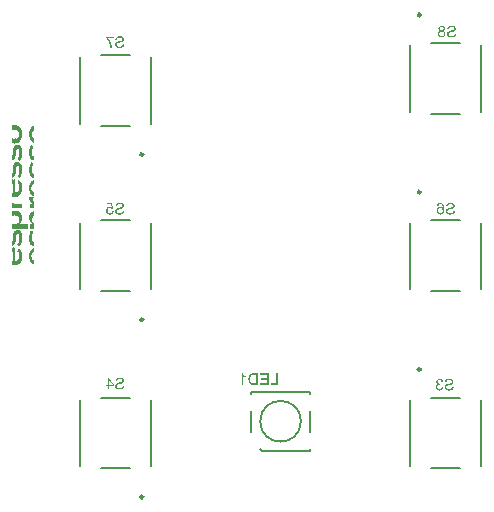
<source format=gbo>
G04*
G04 #@! TF.GenerationSoftware,Altium Limited,Altium Designer,22.7.1 (60)*
G04*
G04 Layer_Color=32896*
%FSLAX44Y44*%
%MOMM*%
G71*
G04*
G04 #@! TF.SameCoordinates,4EDC8D64-7802-4C18-8A36-DA98FD6AFE69*
G04*
G04*
G04 #@! TF.FilePolarity,Positive*
G04*
G01*
G75*
%ADD10C,0.2500*%
%ADD11C,0.2000*%
%ADD14C,0.1270*%
G36*
X-210965Y113922D02*
X-211795D01*
Y114026D01*
X-210965D01*
Y113922D01*
D02*
G37*
G36*
X-210862Y111849D02*
X-212417D01*
Y111952D01*
X-210862D01*
Y111849D01*
D02*
G37*
G36*
X-224339Y110708D02*
X-224235D01*
Y110604D01*
X-224028D01*
Y110501D01*
X-223717D01*
Y110397D01*
X-223613D01*
Y110501D01*
X-223406D01*
Y110397D01*
X-222992D01*
Y110190D01*
X-222888D01*
Y110294D01*
X-222680D01*
Y110190D01*
X-222473D01*
Y110086D01*
X-222369D01*
Y109983D01*
X-222266D01*
Y110294D01*
X-222162D01*
Y110190D01*
X-222058D01*
Y110086D01*
X-222162D01*
Y109879D01*
X-222058D01*
Y109983D01*
X-221955D01*
Y109879D01*
X-221851D01*
Y109671D01*
X-221747D01*
Y109568D01*
X-221644D01*
Y109464D01*
X-221540D01*
Y109568D01*
X-221644D01*
Y109671D01*
X-221540D01*
Y109775D01*
X-221644D01*
Y109879D01*
X-221436D01*
Y109568D01*
X-221333D01*
Y109464D01*
X-221436D01*
Y109360D01*
X-221333D01*
Y109257D01*
X-221229D01*
Y109360D01*
X-221125D01*
Y109257D01*
X-221022D01*
Y109153D01*
X-220918D01*
Y108946D01*
X-220814D01*
Y109049D01*
X-220711D01*
Y108946D01*
X-220607D01*
Y108842D01*
X-220503D01*
Y108427D01*
X-220400D01*
Y108531D01*
X-220296D01*
Y108324D01*
X-220400D01*
Y108220D01*
X-220192D01*
Y108116D01*
X-219985D01*
Y108013D01*
X-219674D01*
Y107805D01*
X-219778D01*
Y107598D01*
X-219881D01*
Y107494D01*
X-219674D01*
Y107287D01*
X-219466D01*
Y107183D01*
X-219674D01*
Y107080D01*
X-219570D01*
Y106976D01*
X-219156D01*
Y106872D01*
X-219363D01*
Y106665D01*
X-219466D01*
Y106561D01*
X-219259D01*
Y106458D01*
X-219156D01*
Y106250D01*
X-218948D01*
Y105939D01*
X-219156D01*
Y105732D01*
X-219052D01*
Y105421D01*
X-218948D01*
Y105213D01*
X-218845D01*
Y104799D01*
X-218741D01*
Y104695D01*
X-218533D01*
Y104280D01*
X-218637D01*
Y104591D01*
X-218845D01*
Y104384D01*
X-218741D01*
Y104177D01*
X-218845D01*
Y103969D01*
X-218741D01*
Y101896D01*
X-218845D01*
Y101377D01*
X-218741D01*
Y101170D01*
X-218637D01*
Y101067D01*
X-218845D01*
Y100756D01*
X-218948D01*
Y100237D01*
X-219052D01*
Y100133D01*
X-219156D01*
Y99926D01*
X-218948D01*
Y99822D01*
X-219052D01*
Y99719D01*
X-219259D01*
Y99511D01*
X-219363D01*
Y99304D01*
X-219259D01*
Y99200D01*
X-219363D01*
Y98993D01*
X-219259D01*
Y98682D01*
X-219363D01*
Y98475D01*
X-219466D01*
Y98682D01*
X-219570D01*
Y98578D01*
X-219674D01*
Y98475D01*
X-219778D01*
Y98371D01*
X-219881D01*
Y98267D01*
X-219778D01*
Y98060D01*
X-219881D01*
Y97956D01*
X-220089D01*
Y97749D01*
X-220296D01*
Y97645D01*
X-220400D01*
Y97542D01*
X-220503D01*
Y97438D01*
X-220296D01*
Y97334D01*
X-220400D01*
Y97231D01*
X-220503D01*
Y97127D01*
X-220607D01*
Y97231D01*
X-220711D01*
Y97127D01*
X-220607D01*
Y96919D01*
X-220918D01*
Y96608D01*
X-220814D01*
Y96505D01*
X-221022D01*
Y96608D01*
X-221229D01*
Y96401D01*
X-221540D01*
Y96194D01*
X-221644D01*
Y96090D01*
X-221747D01*
Y96298D01*
X-221851D01*
Y95986D01*
X-221955D01*
Y96090D01*
X-222058D01*
Y95883D01*
X-222473D01*
Y95779D01*
X-222577D01*
Y95572D01*
X-222680D01*
Y95675D01*
X-222784D01*
Y95572D01*
X-222888D01*
Y95675D01*
X-222992D01*
Y95364D01*
X-223095D01*
Y95468D01*
X-223199D01*
Y95572D01*
X-223302D01*
Y95468D01*
X-223406D01*
Y95364D01*
X-223717D01*
Y95261D01*
X-223925D01*
Y95364D01*
X-224028D01*
Y95261D01*
X-224443D01*
Y95157D01*
X-224339D01*
Y95053D01*
X-224754D01*
Y95157D01*
X-224961D01*
Y95053D01*
X-225791D01*
Y95157D01*
X-225894D01*
Y95053D01*
X-226102D01*
Y95157D01*
X-225998D01*
Y95261D01*
X-226516D01*
Y95364D01*
X-226620D01*
Y95157D01*
X-226827D01*
Y95261D01*
X-226724D01*
Y95364D01*
X-227035D01*
Y95572D01*
X-227138D01*
Y95468D01*
X-227346D01*
Y99615D01*
X-227242D01*
Y99408D01*
X-227138D01*
Y99304D01*
X-227035D01*
Y99408D01*
X-226931D01*
Y99304D01*
X-226827D01*
Y99408D01*
X-226724D01*
Y99511D01*
X-226102D01*
Y99408D01*
X-226620D01*
Y99304D01*
X-226413D01*
Y99200D01*
X-226309D01*
Y99304D01*
X-226102D01*
Y99200D01*
X-224339D01*
Y99304D01*
X-224443D01*
Y99408D01*
X-224339D01*
Y99511D01*
X-223821D01*
Y99408D01*
X-224235D01*
Y99304D01*
X-223717D01*
Y99408D01*
X-223613D01*
Y99304D01*
X-223510D01*
Y99408D01*
X-223406D01*
Y99511D01*
X-223302D01*
Y99408D01*
X-223199D01*
Y99615D01*
X-222992D01*
Y99719D01*
X-222888D01*
Y99822D01*
X-222680D01*
Y99926D01*
X-222577D01*
Y99719D01*
X-222473D01*
Y99926D01*
X-222577D01*
Y100030D01*
X-222369D01*
Y100133D01*
X-222162D01*
Y100030D01*
X-222058D01*
Y100237D01*
X-222162D01*
Y100341D01*
X-222058D01*
Y100444D01*
X-221955D01*
Y100341D01*
X-221747D01*
Y100444D01*
X-221851D01*
Y100548D01*
X-221747D01*
Y100859D01*
X-221644D01*
Y100756D01*
X-221540D01*
Y100963D01*
X-221436D01*
Y101481D01*
X-221333D01*
Y101377D01*
X-221229D01*
Y101481D01*
X-221333D01*
Y101688D01*
X-221229D01*
Y102000D01*
X-221125D01*
Y102518D01*
X-221229D01*
Y102622D01*
X-221333D01*
Y102933D01*
X-221229D01*
Y102725D01*
X-221125D01*
Y103140D01*
X-221229D01*
Y103347D01*
X-221022D01*
Y103451D01*
X-221229D01*
Y103555D01*
X-221022D01*
Y103658D01*
X-221125D01*
Y103866D01*
X-221229D01*
Y104177D01*
X-221333D01*
Y104488D01*
X-221436D01*
Y104695D01*
X-221540D01*
Y104799D01*
X-221436D01*
Y104902D01*
X-221644D01*
Y105006D01*
X-221747D01*
Y105110D01*
X-221955D01*
Y105213D01*
X-221851D01*
Y105317D01*
X-221955D01*
Y105421D01*
X-222058D01*
Y105628D01*
X-221955D01*
Y105732D01*
X-222058D01*
Y105836D01*
X-222266D01*
Y105732D01*
X-222369D01*
Y105836D01*
X-222577D01*
Y105939D01*
X-222369D01*
Y106043D01*
X-222577D01*
Y106146D01*
X-222680D01*
Y106043D01*
X-222784D01*
Y106146D01*
X-222992D01*
Y106043D01*
X-223095D01*
Y106250D01*
X-223199D01*
Y106354D01*
X-223406D01*
Y106458D01*
X-223717D01*
Y106561D01*
X-223821D01*
Y106665D01*
X-223925D01*
Y106354D01*
X-224028D01*
Y106458D01*
X-224132D01*
Y106561D01*
X-224235D01*
Y106458D01*
X-224339D01*
Y106561D01*
X-224443D01*
Y106665D01*
X-226102D01*
Y106561D01*
X-225894D01*
Y106458D01*
X-226205D01*
Y106354D01*
X-226309D01*
Y106561D01*
X-226724D01*
Y106458D01*
X-226827D01*
Y106561D01*
X-226931D01*
Y106458D01*
X-227035D01*
Y106354D01*
X-227346D01*
Y110397D01*
X-227035D01*
Y110501D01*
X-226620D01*
Y110604D01*
X-226102D01*
Y110708D01*
X-225998D01*
Y110604D01*
X-225894D01*
Y110708D01*
X-225791D01*
Y110812D01*
X-225687D01*
Y110915D01*
X-225272D01*
Y110812D01*
X-225169D01*
Y110708D01*
X-225065D01*
Y110812D01*
X-224961D01*
Y110915D01*
X-224754D01*
Y110812D01*
X-224547D01*
Y110915D01*
X-224339D01*
Y110708D01*
D02*
G37*
G36*
X-208995Y106146D02*
X-209099D01*
Y106043D01*
X-209203D01*
Y105732D01*
X-209307D01*
Y105628D01*
X-209514D01*
Y105732D01*
X-209618D01*
Y105628D01*
X-209514D01*
Y105421D01*
X-209618D01*
Y105317D01*
X-209721D01*
Y105213D01*
X-209825D01*
Y105317D01*
X-209928D01*
Y105213D01*
X-209825D01*
Y105110D01*
X-209928D01*
Y104902D01*
X-209825D01*
Y104591D01*
X-209928D01*
Y104799D01*
X-210136D01*
Y104384D01*
X-210240D01*
Y104488D01*
X-210343D01*
Y104280D01*
X-210240D01*
Y104177D01*
X-210136D01*
Y104073D01*
X-210240D01*
Y103969D01*
X-210343D01*
Y103762D01*
X-210447D01*
Y103658D01*
X-210343D01*
Y103451D01*
X-210447D01*
Y102311D01*
X-210343D01*
Y102207D01*
X-210447D01*
Y102103D01*
X-210343D01*
Y101688D01*
X-210240D01*
Y101377D01*
X-210136D01*
Y101274D01*
X-210032D01*
Y101170D01*
X-210136D01*
Y100963D01*
X-210032D01*
Y101067D01*
X-209928D01*
Y100859D01*
X-209825D01*
Y100652D01*
X-209618D01*
Y100548D01*
X-209721D01*
Y100341D01*
X-209618D01*
Y100444D01*
X-209514D01*
Y100341D01*
X-209410D01*
Y100237D01*
X-209307D01*
Y100030D01*
X-209203D01*
Y100237D01*
X-209099D01*
Y99926D01*
X-208995D01*
Y99822D01*
X-209099D01*
Y99719D01*
X-208995D01*
Y95675D01*
X-209099D01*
Y95779D01*
X-209307D01*
Y95883D01*
X-209203D01*
Y95986D01*
X-209410D01*
Y95883D01*
X-209618D01*
Y95986D01*
X-209721D01*
Y96090D01*
X-209825D01*
Y96194D01*
X-210032D01*
Y96298D01*
X-210136D01*
Y96194D01*
X-210032D01*
Y96090D01*
X-210240D01*
Y96194D01*
X-210343D01*
Y96298D01*
X-210240D01*
Y96712D01*
X-210343D01*
Y96505D01*
X-210447D01*
Y96712D01*
X-210551D01*
Y97023D01*
X-210654D01*
Y96919D01*
X-210862D01*
Y96712D01*
X-210965D01*
Y96816D01*
X-211069D01*
Y97023D01*
X-210965D01*
Y97127D01*
X-211069D01*
Y97231D01*
X-211173D01*
Y97334D01*
X-211276D01*
Y97438D01*
X-211380D01*
Y97334D01*
X-211484D01*
Y97542D01*
X-211173D01*
Y97749D01*
X-211276D01*
Y97645D01*
X-211484D01*
Y97853D01*
X-211380D01*
Y97956D01*
X-211587D01*
Y98060D01*
X-211691D01*
Y98164D01*
X-211795D01*
Y98267D01*
X-211898D01*
Y98371D01*
X-211795D01*
Y98475D01*
X-212106D01*
Y98578D01*
X-212002D01*
Y98786D01*
X-211898D01*
Y98889D01*
X-212002D01*
Y98993D01*
X-212106D01*
Y99097D01*
X-212209D01*
Y99200D01*
X-212313D01*
Y99408D01*
X-212209D01*
Y99511D01*
X-212313D01*
Y99615D01*
X-212209D01*
Y99719D01*
X-212417D01*
Y100030D01*
X-212520D01*
Y100133D01*
X-212417D01*
Y100237D01*
X-212520D01*
Y100341D01*
X-212624D01*
Y100652D01*
X-212831D01*
Y100756D01*
X-212624D01*
Y100859D01*
X-212831D01*
Y100963D01*
X-212728D01*
Y101067D01*
X-212624D01*
Y101170D01*
X-212728D01*
Y101274D01*
X-212624D01*
Y101377D01*
X-212728D01*
Y101688D01*
X-212831D01*
Y101792D01*
X-212728D01*
Y101896D01*
X-212831D01*
Y103969D01*
X-212728D01*
Y104073D01*
X-212831D01*
Y104177D01*
X-212728D01*
Y104695D01*
X-212624D01*
Y104799D01*
X-212728D01*
Y104902D01*
X-212831D01*
Y105213D01*
X-212624D01*
Y105421D01*
X-212520D01*
Y105628D01*
X-212417D01*
Y105836D01*
X-212520D01*
Y105939D01*
X-212417D01*
Y106250D01*
X-212520D01*
Y106458D01*
X-212313D01*
Y106250D01*
X-212209D01*
Y106458D01*
X-212313D01*
Y106561D01*
X-212520D01*
Y106665D01*
X-212417D01*
Y106769D01*
X-212313D01*
Y106665D01*
X-212209D01*
Y106561D01*
X-212106D01*
Y106665D01*
X-212209D01*
Y106872D01*
X-212106D01*
Y107080D01*
X-212002D01*
Y106976D01*
X-211898D01*
Y107080D01*
X-212002D01*
Y107183D01*
X-211898D01*
Y107287D01*
X-212106D01*
Y107391D01*
X-211898D01*
Y107598D01*
X-211795D01*
Y107702D01*
X-211691D01*
Y108013D01*
X-211587D01*
Y108116D01*
X-211484D01*
Y108220D01*
X-211380D01*
Y108116D01*
X-211276D01*
Y108324D01*
X-211380D01*
Y108427D01*
X-211276D01*
Y108531D01*
X-211069D01*
Y108738D01*
X-210965D01*
Y108946D01*
X-210758D01*
Y108842D01*
X-210654D01*
Y108946D01*
X-210758D01*
Y109049D01*
X-210654D01*
Y109153D01*
X-210758D01*
Y109257D01*
X-210654D01*
Y109464D01*
X-210551D01*
Y109257D01*
X-210447D01*
Y109360D01*
X-210343D01*
Y109257D01*
X-210240D01*
Y109360D01*
X-210343D01*
Y109464D01*
X-210240D01*
Y109568D01*
X-209825D01*
Y109671D01*
X-209928D01*
Y109775D01*
X-209721D01*
Y109879D01*
X-209618D01*
Y109983D01*
X-208995D01*
Y106146D01*
D02*
G37*
G36*
X-221747Y94120D02*
X-221644D01*
Y94017D01*
X-221747D01*
Y93913D01*
X-221436D01*
Y93809D01*
X-221540D01*
Y93706D01*
X-221333D01*
Y93809D01*
X-221229D01*
Y93706D01*
X-221125D01*
Y93809D01*
X-221229D01*
Y93913D01*
X-220918D01*
Y93809D01*
X-221022D01*
Y93602D01*
X-220814D01*
Y93498D01*
X-220607D01*
Y93395D01*
X-220503D01*
Y93291D01*
X-220607D01*
Y93084D01*
X-220503D01*
Y92980D01*
X-220296D01*
Y92876D01*
X-220192D01*
Y92980D01*
X-220089D01*
Y92876D01*
X-219985D01*
Y92773D01*
X-219881D01*
Y92669D01*
X-219674D01*
Y92565D01*
X-219881D01*
Y92462D01*
X-219674D01*
Y92358D01*
X-219778D01*
Y92254D01*
X-219570D01*
Y92150D01*
X-219466D01*
Y92047D01*
X-219674D01*
Y91943D01*
X-219466D01*
Y91736D01*
X-219363D01*
Y91632D01*
X-219466D01*
Y91529D01*
X-219363D01*
Y91217D01*
X-219259D01*
Y91321D01*
X-219156D01*
Y91114D01*
X-218948D01*
Y90906D01*
X-219156D01*
Y90803D01*
X-219052D01*
Y90699D01*
X-219156D01*
Y90595D01*
X-218948D01*
Y90284D01*
X-219052D01*
Y90181D01*
X-218948D01*
Y90077D01*
X-218845D01*
Y89662D01*
X-218741D01*
Y89455D01*
X-218845D01*
Y89351D01*
X-218637D01*
Y89559D01*
X-218533D01*
Y89248D01*
X-218741D01*
Y86552D01*
X-218637D01*
Y86448D01*
X-218741D01*
Y86034D01*
X-218637D01*
Y85930D01*
X-218533D01*
Y85826D01*
X-218741D01*
Y85930D01*
X-218845D01*
Y85826D01*
X-218741D01*
Y85723D01*
X-218533D01*
Y85515D01*
X-218637D01*
Y85619D01*
X-218741D01*
Y85412D01*
X-218845D01*
Y85101D01*
X-218948D01*
Y84997D01*
X-218845D01*
Y84893D01*
X-218948D01*
Y84790D01*
X-219052D01*
Y84582D01*
X-218948D01*
Y84479D01*
X-219052D01*
Y84168D01*
X-219156D01*
Y83546D01*
X-219363D01*
Y83442D01*
X-219259D01*
Y83235D01*
X-219466D01*
Y83131D01*
X-219363D01*
Y82924D01*
X-219570D01*
Y82820D01*
X-219259D01*
Y82716D01*
X-219363D01*
Y82509D01*
X-219466D01*
Y82612D01*
X-219570D01*
Y82509D01*
X-219674D01*
Y82612D01*
X-219778D01*
Y82405D01*
X-219674D01*
Y82302D01*
X-219881D01*
Y82198D01*
X-219778D01*
Y82094D01*
X-219674D01*
Y81990D01*
X-219881D01*
Y81783D01*
X-219985D01*
Y81887D01*
X-220089D01*
Y81576D01*
X-220192D01*
Y81472D01*
X-220400D01*
Y81265D01*
X-220503D01*
Y81161D01*
X-220607D01*
Y81057D01*
X-220503D01*
Y80850D01*
X-220711D01*
Y80643D01*
X-220814D01*
Y80850D01*
X-220918D01*
Y80643D01*
X-221022D01*
Y80539D01*
X-221125D01*
Y80435D01*
X-221229D01*
Y80332D01*
X-221125D01*
Y80228D01*
X-221229D01*
Y80124D01*
X-221436D01*
Y80228D01*
X-221540D01*
Y80435D01*
X-221644D01*
Y80643D01*
X-221747D01*
Y80746D01*
X-221851D01*
Y80954D01*
X-221955D01*
Y81161D01*
X-222058D01*
Y81057D01*
X-222162D01*
Y81161D01*
X-222266D01*
Y81265D01*
X-222369D01*
Y81368D01*
X-222577D01*
Y81472D01*
X-222369D01*
Y81679D01*
X-222680D01*
Y81783D01*
X-222784D01*
Y81887D01*
X-222888D01*
Y82302D01*
X-222784D01*
Y82198D01*
X-222680D01*
Y82509D01*
X-222577D01*
Y82405D01*
X-222473D01*
Y82509D01*
X-222577D01*
Y82716D01*
X-222162D01*
Y83027D01*
X-222058D01*
Y83131D01*
X-221955D01*
Y83338D01*
X-222058D01*
Y83442D01*
X-221955D01*
Y83546D01*
X-221851D01*
Y83442D01*
X-221747D01*
Y83857D01*
X-221644D01*
Y83960D01*
X-221540D01*
Y84064D01*
X-221644D01*
Y84168D01*
X-221540D01*
Y84271D01*
X-221436D01*
Y84375D01*
X-221540D01*
Y84582D01*
X-221436D01*
Y84479D01*
X-221333D01*
Y84582D01*
X-221436D01*
Y84893D01*
X-221333D01*
Y85204D01*
X-221229D01*
Y85308D01*
X-221125D01*
Y85412D01*
X-221229D01*
Y85515D01*
X-221125D01*
Y85826D01*
X-221022D01*
Y86552D01*
X-221125D01*
Y86656D01*
X-221022D01*
Y88833D01*
X-221125D01*
Y88729D01*
X-221229D01*
Y89144D01*
X-221333D01*
Y89248D01*
X-221125D01*
Y89144D01*
X-221022D01*
Y89455D01*
X-221229D01*
Y89351D01*
X-221333D01*
Y89559D01*
X-221125D01*
Y89766D01*
X-221333D01*
Y89973D01*
X-221436D01*
Y90077D01*
X-221540D01*
Y90284D01*
X-221644D01*
Y90492D01*
X-221747D01*
Y90595D01*
X-222162D01*
Y90492D01*
X-222266D01*
Y90699D01*
X-222577D01*
Y90595D01*
X-222680D01*
Y90699D01*
X-222784D01*
Y90595D01*
X-222992D01*
Y90699D01*
X-223095D01*
Y90595D01*
X-222992D01*
Y90492D01*
X-223095D01*
Y90388D01*
X-223406D01*
Y90284D01*
X-223302D01*
Y90181D01*
X-223406D01*
Y89973D01*
X-223510D01*
Y90077D01*
X-223613D01*
Y89870D01*
X-223510D01*
Y89766D01*
X-223717D01*
Y89559D01*
X-223510D01*
Y89455D01*
X-223613D01*
Y89248D01*
X-223717D01*
Y88833D01*
X-223821D01*
Y88004D01*
X-223717D01*
Y87692D01*
X-223821D01*
Y87900D01*
X-223925D01*
Y87692D01*
X-224028D01*
Y87589D01*
X-223925D01*
Y87381D01*
X-224028D01*
Y86345D01*
X-224132D01*
Y85308D01*
X-224235D01*
Y84997D01*
X-224339D01*
Y84271D01*
X-224443D01*
Y83857D01*
X-224547D01*
Y83753D01*
X-224443D01*
Y83649D01*
X-224650D01*
Y83546D01*
X-224547D01*
Y83442D01*
X-224650D01*
Y83235D01*
X-224754D01*
Y83027D01*
X-224650D01*
Y83131D01*
X-224547D01*
Y82924D01*
X-224754D01*
Y82820D01*
X-224961D01*
Y82716D01*
X-224858D01*
Y82509D01*
X-224961D01*
Y82612D01*
X-225065D01*
Y82094D01*
X-225169D01*
Y81990D01*
X-225272D01*
Y82094D01*
X-225480D01*
Y81679D01*
X-225583D01*
Y81576D01*
X-225687D01*
Y81472D01*
X-225791D01*
Y81576D01*
X-225894D01*
Y81265D01*
X-226102D01*
Y81161D01*
X-226205D01*
Y81265D01*
X-226309D01*
Y81161D01*
X-226205D01*
Y81057D01*
X-226620D01*
Y80954D01*
X-227035D01*
Y80850D01*
X-227138D01*
Y80954D01*
X-227242D01*
Y80850D01*
X-227346D01*
Y84479D01*
X-227138D01*
Y84582D01*
X-227346D01*
Y84686D01*
X-227242D01*
Y84790D01*
X-227035D01*
Y84997D01*
X-227242D01*
Y85204D01*
X-227138D01*
Y85101D01*
X-227035D01*
Y85204D01*
X-227138D01*
Y85308D01*
X-226931D01*
Y85619D01*
X-226827D01*
Y86137D01*
X-226931D01*
Y86345D01*
X-226827D01*
Y86241D01*
X-226724D01*
Y86656D01*
X-226620D01*
Y86863D01*
X-226827D01*
Y86552D01*
X-226931D01*
Y87071D01*
X-226620D01*
Y87381D01*
X-226724D01*
Y87485D01*
X-226620D01*
Y88004D01*
X-226516D01*
Y88626D01*
X-226413D01*
Y88729D01*
X-226516D01*
Y88833D01*
X-226620D01*
Y88729D01*
X-226724D01*
Y88937D01*
X-226620D01*
Y89766D01*
X-226413D01*
Y89662D01*
X-226516D01*
Y88937D01*
X-226413D01*
Y89559D01*
X-226309D01*
Y89766D01*
X-226413D01*
Y89870D01*
X-226516D01*
Y89973D01*
X-226309D01*
Y90181D01*
X-226516D01*
Y90284D01*
X-226413D01*
Y90388D01*
X-226309D01*
Y90595D01*
X-226205D01*
Y91114D01*
X-226102D01*
Y91217D01*
X-225998D01*
Y91321D01*
X-226102D01*
Y91425D01*
X-226205D01*
Y91529D01*
X-225998D01*
Y91840D01*
X-225894D01*
Y91943D01*
X-225791D01*
Y92254D01*
X-225687D01*
Y92150D01*
X-225583D01*
Y92254D01*
X-225687D01*
Y92462D01*
X-225480D01*
Y92565D01*
X-225583D01*
Y92669D01*
X-225480D01*
Y92876D01*
X-225376D01*
Y92980D01*
X-225272D01*
Y93187D01*
X-225169D01*
Y93084D01*
X-225065D01*
Y93187D01*
X-224961D01*
Y93291D01*
X-224754D01*
Y93395D01*
X-224961D01*
Y93498D01*
X-224754D01*
Y93602D01*
X-224650D01*
Y93706D01*
X-224339D01*
Y93809D01*
X-224235D01*
Y93706D01*
X-224132D01*
Y93809D01*
X-224028D01*
Y93913D01*
X-223821D01*
Y94017D01*
X-223406D01*
Y94120D01*
X-223302D01*
Y94017D01*
X-223199D01*
Y94120D01*
X-223095D01*
Y94224D01*
X-222266D01*
Y94120D01*
X-222577D01*
Y94017D01*
X-221955D01*
Y93913D01*
X-221851D01*
Y94120D01*
X-221955D01*
Y94224D01*
X-221747D01*
Y94120D01*
D02*
G37*
G36*
X-211069Y93809D02*
X-210862D01*
Y93706D01*
X-210758D01*
Y93602D01*
X-210654D01*
Y93706D01*
X-210551D01*
Y93602D01*
X-210447D01*
Y93498D01*
X-210343D01*
Y93395D01*
X-210136D01*
Y93291D01*
X-210032D01*
Y93084D01*
X-210136D01*
Y93187D01*
X-210240D01*
Y93084D01*
X-210136D01*
Y92980D01*
X-210032D01*
Y92876D01*
X-209928D01*
Y92980D01*
X-209721D01*
Y92876D01*
X-209618D01*
Y92773D01*
X-209514D01*
Y92669D01*
X-209618D01*
Y92565D01*
X-209307D01*
Y92358D01*
X-209099D01*
Y92150D01*
X-209203D01*
Y92254D01*
X-209307D01*
Y92150D01*
X-209203D01*
Y91943D01*
X-209307D01*
Y91840D01*
X-209514D01*
Y91632D01*
X-209618D01*
Y91529D01*
X-209721D01*
Y91425D01*
X-209618D01*
Y91217D01*
X-209721D01*
Y91010D01*
X-209928D01*
Y90906D01*
X-209825D01*
Y90803D01*
X-209928D01*
Y90699D01*
X-210032D01*
Y90388D01*
X-210136D01*
Y90284D01*
X-210240D01*
Y90181D01*
X-210136D01*
Y90077D01*
X-210343D01*
Y89973D01*
X-210240D01*
Y89766D01*
X-210343D01*
Y89455D01*
X-210240D01*
Y89351D01*
X-210136D01*
Y89144D01*
X-210240D01*
Y88937D01*
X-210343D01*
Y89040D01*
X-210447D01*
Y88626D01*
X-210551D01*
Y88211D01*
X-210654D01*
Y87692D01*
X-210551D01*
Y87485D01*
X-210654D01*
Y86552D01*
X-210551D01*
Y87174D01*
X-210447D01*
Y86448D01*
X-210551D01*
Y86034D01*
X-210654D01*
Y85930D01*
X-210551D01*
Y85515D01*
X-210447D01*
Y85412D01*
X-210343D01*
Y85619D01*
X-210240D01*
Y85308D01*
X-210136D01*
Y85204D01*
X-210240D01*
Y85101D01*
X-210136D01*
Y84997D01*
X-210343D01*
Y84893D01*
X-210240D01*
Y84686D01*
X-210032D01*
Y84479D01*
X-209928D01*
Y84375D01*
X-209825D01*
Y84479D01*
X-209721D01*
Y84375D01*
X-209618D01*
Y84271D01*
X-208995D01*
Y80850D01*
X-209825D01*
Y81057D01*
X-210136D01*
Y80954D01*
X-210343D01*
Y81057D01*
X-210447D01*
Y80954D01*
X-210654D01*
Y81057D01*
X-210551D01*
Y81161D01*
X-210447D01*
Y81265D01*
X-210862D01*
Y81472D01*
X-211069D01*
Y81576D01*
X-210965D01*
Y81679D01*
X-211069D01*
Y81783D01*
X-211173D01*
Y81679D01*
X-211276D01*
Y81783D01*
X-211587D01*
Y81887D01*
X-211380D01*
Y82094D01*
X-211587D01*
Y82302D01*
X-211691D01*
Y82405D01*
X-211898D01*
Y82509D01*
X-212002D01*
Y82612D01*
X-212209D01*
Y82820D01*
X-212106D01*
Y82716D01*
X-212002D01*
Y82820D01*
X-212106D01*
Y82924D01*
X-212002D01*
Y83027D01*
X-212106D01*
Y83131D01*
X-212209D01*
Y83235D01*
X-212313D01*
Y83338D01*
X-212520D01*
Y83546D01*
X-212417D01*
Y83442D01*
X-212209D01*
Y83546D01*
X-212417D01*
Y84064D01*
X-212520D01*
Y84168D01*
X-212417D01*
Y84271D01*
X-212624D01*
Y83960D01*
X-212728D01*
Y84375D01*
X-212624D01*
Y84582D01*
X-212520D01*
Y84686D01*
X-212624D01*
Y84790D01*
X-212728D01*
Y84582D01*
X-212831D01*
Y84893D01*
X-212728D01*
Y84997D01*
X-212624D01*
Y85101D01*
X-212728D01*
Y85723D01*
X-212831D01*
Y85826D01*
X-212935D01*
Y85930D01*
X-212831D01*
Y86137D01*
X-212728D01*
Y86241D01*
X-212831D01*
Y88315D01*
X-212728D01*
Y88418D01*
X-212831D01*
Y88626D01*
X-212728D01*
Y88729D01*
X-212831D01*
Y88833D01*
X-212728D01*
Y89144D01*
X-212624D01*
Y89248D01*
X-212728D01*
Y89351D01*
X-212624D01*
Y89455D01*
X-212935D01*
Y89559D01*
X-212728D01*
Y89662D01*
X-212831D01*
Y89766D01*
X-212728D01*
Y89870D01*
X-212624D01*
Y90284D01*
X-212520D01*
Y90492D01*
X-212417D01*
Y90595D01*
X-212520D01*
Y90699D01*
X-212417D01*
Y91010D01*
X-212313D01*
Y91217D01*
X-212209D01*
Y91321D01*
X-212313D01*
Y91425D01*
X-212106D01*
Y91529D01*
X-212209D01*
Y91632D01*
X-212106D01*
Y91736D01*
X-212002D01*
Y91840D01*
X-211898D01*
Y91943D01*
X-212002D01*
Y92150D01*
X-211898D01*
Y92254D01*
X-212002D01*
Y92358D01*
X-211898D01*
Y92462D01*
X-211795D01*
Y92669D01*
X-211691D01*
Y92462D01*
X-211587D01*
Y92669D01*
X-211691D01*
Y92773D01*
X-211587D01*
Y92980D01*
X-211691D01*
Y93084D01*
X-211484D01*
Y92876D01*
X-211380D01*
Y92980D01*
X-211276D01*
Y93084D01*
X-211484D01*
Y93187D01*
X-211380D01*
Y93291D01*
X-211276D01*
Y93395D01*
X-211173D01*
Y93291D01*
X-211069D01*
Y93395D01*
X-211173D01*
Y93498D01*
X-210965D01*
Y93602D01*
X-211069D01*
Y93706D01*
X-211173D01*
Y93913D01*
X-211069D01*
Y93809D01*
D02*
G37*
G36*
X-221333Y79088D02*
X-221229D01*
Y78880D01*
X-220918D01*
Y78777D01*
X-220814D01*
Y78880D01*
X-220711D01*
Y78777D01*
X-220607D01*
Y78673D01*
X-220503D01*
Y78569D01*
X-220296D01*
Y78466D01*
X-220192D01*
Y78362D01*
X-220089D01*
Y78466D01*
X-219985D01*
Y78362D01*
X-219881D01*
Y78155D01*
X-219985D01*
Y78258D01*
X-220192D01*
Y78155D01*
X-219985D01*
Y77843D01*
X-219881D01*
Y77740D01*
X-219778D01*
Y77533D01*
X-219570D01*
Y77429D01*
X-219466D01*
Y77533D01*
X-219363D01*
Y77325D01*
X-219466D01*
Y77221D01*
X-219570D01*
Y77118D01*
X-219466D01*
Y76911D01*
X-219363D01*
Y76807D01*
X-219259D01*
Y76703D01*
X-219363D01*
Y76599D01*
X-219156D01*
Y76496D01*
X-219052D01*
Y76599D01*
X-218948D01*
Y76288D01*
X-219052D01*
Y76081D01*
X-219156D01*
Y75874D01*
X-219052D01*
Y75666D01*
X-218948D01*
Y75459D01*
X-218845D01*
Y75044D01*
X-218637D01*
Y74941D01*
X-218845D01*
Y74837D01*
X-218637D01*
Y74733D01*
X-218741D01*
Y74630D01*
X-218533D01*
Y74526D01*
X-218637D01*
Y74422D01*
X-218741D01*
Y74008D01*
X-218845D01*
Y73904D01*
X-218741D01*
Y71623D01*
X-218845D01*
Y71416D01*
X-218741D01*
Y71208D01*
X-218533D01*
Y70897D01*
X-218637D01*
Y71001D01*
X-218741D01*
Y71105D01*
X-218845D01*
Y71001D01*
X-218741D01*
Y70897D01*
X-218637D01*
Y70586D01*
X-218741D01*
Y70690D01*
X-218845D01*
Y70275D01*
X-218741D01*
Y69964D01*
X-218845D01*
Y70172D01*
X-218948D01*
Y69653D01*
X-219052D01*
Y69550D01*
X-219156D01*
Y69446D01*
X-218845D01*
Y69342D01*
X-218948D01*
Y69135D01*
X-219052D01*
Y69239D01*
X-219156D01*
Y68927D01*
X-219052D01*
Y68824D01*
X-219259D01*
Y68927D01*
X-219363D01*
Y68824D01*
X-219259D01*
Y68617D01*
X-219363D01*
Y68720D01*
X-219466D01*
Y68513D01*
X-219363D01*
Y68409D01*
X-219466D01*
Y68098D01*
X-219674D01*
Y67994D01*
X-219570D01*
Y67787D01*
X-219778D01*
Y67684D01*
X-219881D01*
Y67372D01*
X-219778D01*
Y67269D01*
X-219881D01*
Y67165D01*
X-219985D01*
Y66958D01*
X-220089D01*
Y66854D01*
X-220192D01*
Y66647D01*
X-220296D01*
Y66750D01*
X-220400D01*
Y66543D01*
X-220503D01*
Y66439D01*
X-220400D01*
Y66336D01*
X-220503D01*
Y66232D01*
X-220607D01*
Y66336D01*
X-220711D01*
Y66232D01*
X-220814D01*
Y66025D01*
X-220918D01*
Y65921D01*
X-220814D01*
Y65817D01*
X-221125D01*
Y65714D01*
X-221022D01*
Y65610D01*
X-221125D01*
Y65506D01*
X-221436D01*
Y65610D01*
X-221540D01*
Y65714D01*
X-221644D01*
Y65817D01*
X-221747D01*
Y66025D01*
X-221851D01*
Y66439D01*
X-222058D01*
Y66336D01*
X-222162D01*
Y66439D01*
X-222266D01*
Y66543D01*
X-222162D01*
Y66647D01*
X-222266D01*
Y66854D01*
X-222369D01*
Y66958D01*
X-222473D01*
Y67061D01*
X-222680D01*
Y67269D01*
X-222888D01*
Y67372D01*
X-222784D01*
Y67580D01*
X-222577D01*
Y67684D01*
X-222473D01*
Y68098D01*
X-222369D01*
Y67994D01*
X-222266D01*
Y68098D01*
X-222369D01*
Y68202D01*
X-222266D01*
Y68409D01*
X-222058D01*
Y68513D01*
X-221955D01*
Y68617D01*
X-221851D01*
Y68720D01*
X-221747D01*
Y68927D01*
X-221851D01*
Y69135D01*
X-221644D01*
Y69239D01*
X-221540D01*
Y69342D01*
X-221644D01*
Y69446D01*
X-221540D01*
Y69550D01*
X-221436D01*
Y69653D01*
X-221540D01*
Y69757D01*
X-221436D01*
Y70068D01*
X-221644D01*
Y70172D01*
X-221540D01*
Y70379D01*
X-221436D01*
Y70275D01*
X-221333D01*
Y70379D01*
X-221229D01*
Y70794D01*
X-221125D01*
Y71001D01*
X-221022D01*
Y71105D01*
X-221125D01*
Y71208D01*
X-221022D01*
Y71416D01*
X-221125D01*
Y71519D01*
X-221022D01*
Y71623D01*
X-221125D01*
Y71727D01*
X-221229D01*
Y71934D01*
X-221022D01*
Y74319D01*
X-221125D01*
Y74215D01*
X-221229D01*
Y74422D01*
X-221125D01*
Y74526D01*
X-221022D01*
Y74630D01*
X-221125D01*
Y74837D01*
X-221229D01*
Y75044D01*
X-221125D01*
Y75148D01*
X-221229D01*
Y75252D01*
X-221333D01*
Y75355D01*
X-221436D01*
Y75563D01*
X-221644D01*
Y75666D01*
X-221747D01*
Y75770D01*
X-221644D01*
Y75874D01*
X-221747D01*
Y75977D01*
X-221851D01*
Y75770D01*
X-221955D01*
Y75874D01*
X-222058D01*
Y75977D01*
X-222784D01*
Y75874D01*
X-222888D01*
Y75977D01*
X-222992D01*
Y75770D01*
X-223095D01*
Y75666D01*
X-223199D01*
Y75770D01*
X-223302D01*
Y75666D01*
X-223199D01*
Y75563D01*
X-223302D01*
Y75459D01*
X-223406D01*
Y75563D01*
X-223510D01*
Y75355D01*
X-223613D01*
Y75252D01*
X-223510D01*
Y75148D01*
X-223717D01*
Y75044D01*
X-223613D01*
Y74837D01*
X-223717D01*
Y74630D01*
X-223613D01*
Y74733D01*
X-223510D01*
Y74526D01*
X-223717D01*
Y74319D01*
X-223821D01*
Y74111D01*
X-223613D01*
Y74008D01*
X-223821D01*
Y73593D01*
X-223925D01*
Y72971D01*
X-224028D01*
Y72867D01*
X-223925D01*
Y72764D01*
X-224028D01*
Y72660D01*
X-223925D01*
Y72453D01*
X-223821D01*
Y72349D01*
X-224028D01*
Y71934D01*
X-224132D01*
Y71416D01*
X-224028D01*
Y71519D01*
X-223925D01*
Y71727D01*
X-224028D01*
Y71830D01*
X-223821D01*
Y71416D01*
X-223925D01*
Y71208D01*
X-224028D01*
Y71312D01*
X-224132D01*
Y70690D01*
X-224235D01*
Y69964D01*
X-224339D01*
Y69757D01*
X-224443D01*
Y69653D01*
X-224339D01*
Y69446D01*
X-224443D01*
Y69239D01*
X-224547D01*
Y69135D01*
X-224443D01*
Y68927D01*
X-224547D01*
Y68824D01*
X-224650D01*
Y68720D01*
X-224754D01*
Y68617D01*
X-224650D01*
Y68409D01*
X-224754D01*
Y68098D01*
X-224858D01*
Y67994D01*
X-224961D01*
Y67787D01*
X-225065D01*
Y67891D01*
X-225169D01*
Y67580D01*
X-225065D01*
Y67476D01*
X-225272D01*
Y67269D01*
X-225376D01*
Y67372D01*
X-225480D01*
Y67269D01*
X-225583D01*
Y67165D01*
X-225480D01*
Y67061D01*
X-225791D01*
Y66854D01*
X-225687D01*
Y66750D01*
X-225791D01*
Y66647D01*
X-226102D01*
Y66439D01*
X-226413D01*
Y66543D01*
X-226516D01*
Y66439D01*
X-226413D01*
Y66336D01*
X-226620D01*
Y66025D01*
X-226724D01*
Y66336D01*
X-226931D01*
Y66232D01*
X-227346D01*
Y69757D01*
X-227242D01*
Y69964D01*
X-227138D01*
Y70068D01*
X-227035D01*
Y70275D01*
X-227138D01*
Y70379D01*
X-227035D01*
Y70586D01*
X-226931D01*
Y70690D01*
X-226827D01*
Y70794D01*
X-226931D01*
Y70897D01*
X-226827D01*
Y71105D01*
X-226724D01*
Y71208D01*
X-226827D01*
Y71416D01*
X-226931D01*
Y71519D01*
X-226827D01*
Y71623D01*
X-226724D01*
Y71727D01*
X-226620D01*
Y71934D01*
X-226724D01*
Y72141D01*
X-226827D01*
Y72038D01*
X-226931D01*
Y72349D01*
X-226724D01*
Y72867D01*
X-226620D01*
Y73178D01*
X-226516D01*
Y73800D01*
X-226413D01*
Y74008D01*
X-226516D01*
Y74111D01*
X-226413D01*
Y74215D01*
X-226724D01*
Y74319D01*
X-226620D01*
Y74733D01*
X-226516D01*
Y74319D01*
X-226413D01*
Y74733D01*
X-226309D01*
Y74941D01*
X-226516D01*
Y74837D01*
X-226620D01*
Y75148D01*
X-226516D01*
Y75044D01*
X-226413D01*
Y75148D01*
X-226309D01*
Y75252D01*
X-226413D01*
Y75355D01*
X-226309D01*
Y75459D01*
X-226413D01*
Y75563D01*
X-226309D01*
Y75666D01*
X-226205D01*
Y76288D01*
X-226102D01*
Y76703D01*
X-225998D01*
Y77014D01*
X-226102D01*
Y77325D01*
X-225998D01*
Y77118D01*
X-225894D01*
Y77221D01*
X-225791D01*
Y77325D01*
X-225894D01*
Y77429D01*
X-225791D01*
Y77533D01*
X-225583D01*
Y77636D01*
X-225791D01*
Y77740D01*
X-225583D01*
Y77843D01*
X-225480D01*
Y78051D01*
X-225272D01*
Y78155D01*
X-225376D01*
Y78362D01*
X-225272D01*
Y78466D01*
X-225169D01*
Y78362D01*
X-225065D01*
Y78466D01*
X-225169D01*
Y78569D01*
X-225065D01*
Y78673D01*
X-224961D01*
Y78569D01*
X-224858D01*
Y78673D01*
X-224961D01*
Y78777D01*
X-224754D01*
Y78880D01*
X-224650D01*
Y78777D01*
X-224547D01*
Y78984D01*
X-224443D01*
Y79088D01*
X-224132D01*
Y79191D01*
X-224028D01*
Y79088D01*
X-223925D01*
Y79191D01*
X-224028D01*
Y79295D01*
X-223302D01*
Y79399D01*
X-223199D01*
Y79295D01*
X-222992D01*
Y79399D01*
X-222473D01*
Y79295D01*
X-222369D01*
Y79399D01*
X-222266D01*
Y79295D01*
X-221747D01*
Y79088D01*
X-221644D01*
Y79191D01*
X-221436D01*
Y79295D01*
X-221540D01*
Y79399D01*
X-221333D01*
Y79088D01*
D02*
G37*
G36*
X-210758Y79191D02*
X-210654D01*
Y79088D01*
X-210551D01*
Y78984D01*
X-210654D01*
Y78880D01*
X-210447D01*
Y78673D01*
X-210343D01*
Y78777D01*
X-210240D01*
Y78569D01*
X-210032D01*
Y78466D01*
X-209928D01*
Y78362D01*
X-209825D01*
Y78258D01*
X-209721D01*
Y78155D01*
X-209618D01*
Y78051D01*
X-209514D01*
Y77947D01*
X-209410D01*
Y77740D01*
X-209203D01*
Y77636D01*
X-209307D01*
Y77533D01*
X-209203D01*
Y77429D01*
X-209307D01*
Y77325D01*
X-209410D01*
Y77221D01*
X-209307D01*
Y77118D01*
X-209203D01*
Y76911D01*
X-209307D01*
Y77014D01*
X-209410D01*
Y76911D01*
X-209514D01*
Y76703D01*
X-209721D01*
Y76599D01*
X-209618D01*
Y76496D01*
X-209721D01*
Y76392D01*
X-209825D01*
Y76496D01*
X-209928D01*
Y76288D01*
X-209825D01*
Y76185D01*
X-210032D01*
Y76081D01*
X-209928D01*
Y75874D01*
X-210136D01*
Y75770D01*
X-210032D01*
Y75563D01*
X-210136D01*
Y75666D01*
X-210240D01*
Y75563D01*
X-210136D01*
Y75355D01*
X-210240D01*
Y75148D01*
X-210343D01*
Y75044D01*
X-210136D01*
Y74837D01*
X-210343D01*
Y74941D01*
X-210447D01*
Y74837D01*
X-210343D01*
Y74733D01*
X-210136D01*
Y74630D01*
X-210447D01*
Y74111D01*
X-210551D01*
Y73178D01*
X-210654D01*
Y72971D01*
X-210447D01*
Y73178D01*
X-210343D01*
Y72867D01*
X-210551D01*
Y72764D01*
X-210654D01*
Y71830D01*
X-210551D01*
Y71727D01*
X-210343D01*
Y71519D01*
X-210551D01*
Y71312D01*
X-210654D01*
Y71208D01*
X-210551D01*
Y70897D01*
X-210447D01*
Y70690D01*
X-210343D01*
Y70897D01*
X-210240D01*
Y70586D01*
X-210343D01*
Y70379D01*
X-210136D01*
Y70275D01*
X-210032D01*
Y70172D01*
X-209928D01*
Y70068D01*
X-210032D01*
Y69964D01*
X-209928D01*
Y69861D01*
X-209721D01*
Y69653D01*
X-209825D01*
Y69757D01*
X-209928D01*
Y69550D01*
X-209618D01*
Y69653D01*
X-209410D01*
Y69550D01*
X-209203D01*
Y69653D01*
X-209307D01*
Y69757D01*
X-209099D01*
Y69550D01*
X-208995D01*
Y66128D01*
X-209410D01*
Y66232D01*
X-209618D01*
Y66128D01*
X-209825D01*
Y66336D01*
X-209928D01*
Y66232D01*
X-210136D01*
Y66336D01*
X-210240D01*
Y66439D01*
X-210343D01*
Y66543D01*
X-210551D01*
Y66647D01*
X-210758D01*
Y66854D01*
X-210965D01*
Y66750D01*
X-211069D01*
Y66854D01*
X-211380D01*
Y66958D01*
X-211173D01*
Y67165D01*
X-211276D01*
Y67269D01*
X-211380D01*
Y67372D01*
X-211484D01*
Y67269D01*
X-211587D01*
Y67580D01*
X-211691D01*
Y67684D01*
X-211795D01*
Y67787D01*
X-211898D01*
Y68098D01*
X-212002D01*
Y68306D01*
X-212209D01*
Y68202D01*
X-212106D01*
Y67891D01*
X-212209D01*
Y68098D01*
X-212313D01*
Y68409D01*
X-212002D01*
Y68513D01*
X-212106D01*
Y68617D01*
X-212209D01*
Y68513D01*
X-212417D01*
Y68720D01*
X-212313D01*
Y68824D01*
X-212209D01*
Y68927D01*
X-212417D01*
Y68824D01*
X-212520D01*
Y68927D01*
X-212624D01*
Y69135D01*
X-212520D01*
Y69031D01*
X-212417D01*
Y69135D01*
X-212313D01*
Y69239D01*
X-212520D01*
Y69550D01*
X-212417D01*
Y69653D01*
X-212624D01*
Y69757D01*
X-212520D01*
Y69861D01*
X-212624D01*
Y70172D01*
X-212728D01*
Y70379D01*
X-212831D01*
Y70483D01*
X-212728D01*
Y70690D01*
X-212624D01*
Y70794D01*
X-212728D01*
Y70897D01*
X-212935D01*
Y71105D01*
X-212831D01*
Y71001D01*
X-212728D01*
Y71208D01*
X-212831D01*
Y74008D01*
X-212728D01*
Y74422D01*
X-212624D01*
Y74526D01*
X-212728D01*
Y74630D01*
X-212624D01*
Y74733D01*
X-212728D01*
Y74941D01*
X-212624D01*
Y75044D01*
X-212831D01*
Y75355D01*
X-212728D01*
Y75148D01*
X-212624D01*
Y75252D01*
X-212520D01*
Y75355D01*
X-212624D01*
Y75666D01*
X-212520D01*
Y75770D01*
X-212417D01*
Y75874D01*
X-212520D01*
Y75977D01*
X-212417D01*
Y76185D01*
X-212313D01*
Y76703D01*
X-212209D01*
Y76807D01*
X-212106D01*
Y76911D01*
X-212209D01*
Y77014D01*
X-212106D01*
Y77118D01*
X-211898D01*
Y77221D01*
X-212002D01*
Y77325D01*
X-211898D01*
Y77429D01*
X-212209D01*
Y77533D01*
X-211898D01*
Y77740D01*
X-211795D01*
Y77636D01*
X-211691D01*
Y77740D01*
X-211795D01*
Y77947D01*
X-211691D01*
Y77843D01*
X-211587D01*
Y77947D01*
X-211691D01*
Y78051D01*
X-211587D01*
Y78362D01*
X-211484D01*
Y78258D01*
X-211380D01*
Y78362D01*
X-211276D01*
Y78466D01*
X-211380D01*
Y78673D01*
X-211276D01*
Y78569D01*
X-211173D01*
Y78673D01*
X-211069D01*
Y78777D01*
X-210965D01*
Y78880D01*
X-210862D01*
Y78984D01*
X-210965D01*
Y79191D01*
X-210862D01*
Y79295D01*
X-210758D01*
Y79191D01*
D02*
G37*
G36*
X-225687Y64884D02*
X-225791D01*
Y64781D01*
X-224443D01*
Y53688D01*
X-224339D01*
Y53584D01*
X-224235D01*
Y53688D01*
X-224132D01*
Y53791D01*
X-224028D01*
Y53688D01*
X-223925D01*
Y53584D01*
X-223613D01*
Y53688D01*
X-223510D01*
Y53584D01*
X-223406D01*
Y53688D01*
X-223302D01*
Y53895D01*
X-222992D01*
Y53998D01*
X-222888D01*
Y54102D01*
X-222784D01*
Y53998D01*
X-222577D01*
Y54310D01*
X-222473D01*
Y54206D01*
X-222369D01*
Y54517D01*
X-222266D01*
Y54413D01*
X-222058D01*
Y54517D01*
X-222162D01*
Y54620D01*
X-221955D01*
Y54828D01*
X-221851D01*
Y54932D01*
X-221747D01*
Y55035D01*
X-221851D01*
Y55139D01*
X-221747D01*
Y55346D01*
X-221644D01*
Y55450D01*
X-221540D01*
Y55346D01*
X-221436D01*
Y55450D01*
X-221540D01*
Y55657D01*
X-221644D01*
Y56072D01*
X-221540D01*
Y55761D01*
X-221436D01*
Y55657D01*
X-221333D01*
Y55761D01*
X-221436D01*
Y56072D01*
X-221229D01*
Y56176D01*
X-221333D01*
Y56279D01*
X-221229D01*
Y56383D01*
X-221436D01*
Y56487D01*
X-221229D01*
Y56798D01*
X-221125D01*
Y56901D01*
X-221333D01*
Y57212D01*
X-221229D01*
Y57005D01*
X-221125D01*
Y57938D01*
X-221229D01*
Y58042D01*
X-221125D01*
Y58145D01*
X-221229D01*
Y58249D01*
X-221125D01*
Y58560D01*
X-221229D01*
Y59078D01*
X-221333D01*
Y59182D01*
X-221229D01*
Y59286D01*
X-221436D01*
Y59390D01*
X-221644D01*
Y59597D01*
X-221747D01*
Y59804D01*
X-221644D01*
Y59701D01*
X-221540D01*
Y59908D01*
X-221644D01*
Y60012D01*
X-221747D01*
Y60115D01*
X-221644D01*
Y60219D01*
X-221851D01*
Y60530D01*
X-222058D01*
Y60634D01*
X-222162D01*
Y60530D01*
X-222266D01*
Y60737D01*
X-222162D01*
Y60841D01*
X-222266D01*
Y60945D01*
X-222369D01*
Y61256D01*
X-222473D01*
Y61359D01*
X-222577D01*
Y61256D01*
X-222680D01*
Y61359D01*
X-222784D01*
Y61567D01*
X-222888D01*
Y61670D01*
X-222784D01*
Y61981D01*
X-222577D01*
Y62396D01*
X-222473D01*
Y62500D01*
X-222577D01*
Y62604D01*
X-222473D01*
Y62707D01*
X-222369D01*
Y62811D01*
X-222266D01*
Y62915D01*
X-222162D01*
Y63122D01*
X-222058D01*
Y63329D01*
X-222162D01*
Y63537D01*
X-222058D01*
Y63640D01*
X-221955D01*
Y63847D01*
X-221851D01*
Y63744D01*
X-221747D01*
Y63847D01*
X-221851D01*
Y64055D01*
X-221644D01*
Y64159D01*
X-221747D01*
Y64262D01*
X-221333D01*
Y64159D01*
X-221229D01*
Y64055D01*
X-221333D01*
Y63847D01*
X-221229D01*
Y63951D01*
X-221022D01*
Y63847D01*
X-221125D01*
Y63744D01*
X-220814D01*
Y63640D01*
X-220711D01*
Y63537D01*
X-220814D01*
Y63433D01*
X-220711D01*
Y63329D01*
X-220607D01*
Y63433D01*
X-220503D01*
Y63329D01*
X-220400D01*
Y63225D01*
X-220503D01*
Y63122D01*
X-220296D01*
Y63018D01*
X-220400D01*
Y62915D01*
X-220089D01*
Y62811D01*
X-220192D01*
Y62707D01*
X-219985D01*
Y62604D01*
X-219881D01*
Y62500D01*
X-219674D01*
Y62396D01*
X-219778D01*
Y62292D01*
X-219570D01*
Y62189D01*
X-219674D01*
Y62085D01*
X-219570D01*
Y61981D01*
X-219674D01*
Y61878D01*
X-219259D01*
Y61774D01*
X-219466D01*
Y61463D01*
X-219363D01*
Y61359D01*
X-219259D01*
Y61048D01*
X-219156D01*
Y60737D01*
X-218948D01*
Y60634D01*
X-219052D01*
Y60530D01*
X-219156D01*
Y60323D01*
X-218948D01*
Y59908D01*
X-218845D01*
Y59701D01*
X-218948D01*
Y59597D01*
X-218845D01*
Y59493D01*
X-218741D01*
Y59390D01*
X-218533D01*
Y58871D01*
X-218637D01*
Y59078D01*
X-218741D01*
Y59182D01*
X-218845D01*
Y58975D01*
X-218741D01*
Y58767D01*
X-218845D01*
Y58664D01*
X-218741D01*
Y56279D01*
X-218845D01*
Y56072D01*
X-218741D01*
Y56176D01*
X-218637D01*
Y56383D01*
X-218533D01*
Y55761D01*
X-218637D01*
Y55968D01*
X-218845D01*
Y55865D01*
X-218741D01*
Y55657D01*
X-218845D01*
Y55554D01*
X-218948D01*
Y55450D01*
X-218845D01*
Y55243D01*
X-218948D01*
Y54932D01*
X-219052D01*
Y54724D01*
X-219156D01*
Y54620D01*
X-219052D01*
Y54517D01*
X-219156D01*
Y54310D01*
X-218948D01*
Y54206D01*
X-219156D01*
Y54102D01*
X-219363D01*
Y53998D01*
X-219259D01*
Y53895D01*
X-219363D01*
Y53791D01*
X-219466D01*
Y53688D01*
X-219363D01*
Y53480D01*
X-219466D01*
Y53169D01*
X-219570D01*
Y53376D01*
X-219674D01*
Y53169D01*
X-219570D01*
Y53066D01*
X-219674D01*
Y52858D01*
X-219778D01*
Y53066D01*
X-219881D01*
Y52754D01*
X-219985D01*
Y52547D01*
X-219881D01*
Y52443D01*
X-219985D01*
Y52340D01*
X-220089D01*
Y52132D01*
X-220192D01*
Y52029D01*
X-220296D01*
Y51925D01*
X-220607D01*
Y51821D01*
X-220400D01*
Y51718D01*
X-220503D01*
Y51614D01*
X-220607D01*
Y51718D01*
X-220814D01*
Y51303D01*
X-220918D01*
Y51199D01*
X-221022D01*
Y51303D01*
X-221125D01*
Y51199D01*
X-221229D01*
Y51096D01*
X-221333D01*
Y50888D01*
X-221540D01*
Y50785D01*
X-221851D01*
Y50577D01*
X-222162D01*
Y50474D01*
X-222369D01*
Y50577D01*
X-222473D01*
Y50474D01*
X-222577D01*
Y50370D01*
X-222680D01*
Y50266D01*
X-222784D01*
Y50370D01*
X-222888D01*
Y50266D01*
X-222784D01*
Y50163D01*
X-223095D01*
Y50266D01*
X-223199D01*
Y50163D01*
X-223302D01*
Y50059D01*
X-223613D01*
Y49955D01*
X-223717D01*
Y50059D01*
X-223925D01*
Y49955D01*
X-224339D01*
Y49852D01*
X-224547D01*
Y49955D01*
X-224650D01*
Y49852D01*
X-224754D01*
Y49748D01*
X-224858D01*
Y49852D01*
X-225583D01*
Y49644D01*
X-225687D01*
Y49748D01*
X-225791D01*
Y49852D01*
X-225894D01*
Y49955D01*
X-226413D01*
Y50059D01*
X-226931D01*
Y50163D01*
X-227138D01*
Y50266D01*
X-227242D01*
Y50163D01*
X-227346D01*
Y53688D01*
X-227138D01*
Y53791D01*
X-227035D01*
Y53584D01*
X-226931D01*
Y53791D01*
X-226516D01*
Y53584D01*
X-226309D01*
Y53688D01*
X-226413D01*
Y53791D01*
X-226516D01*
Y53998D01*
X-226309D01*
Y54102D01*
X-226516D01*
Y54206D01*
X-226413D01*
Y60323D01*
X-226309D01*
Y60426D01*
X-226413D01*
Y60530D01*
X-226309D01*
Y60634D01*
X-226516D01*
Y60841D01*
X-226620D01*
Y60945D01*
X-227035D01*
Y60841D01*
X-226931D01*
Y60737D01*
X-227138D01*
Y60841D01*
X-227242D01*
Y60737D01*
X-227346D01*
Y64573D01*
X-227449D01*
Y60737D01*
X-227553D01*
Y64677D01*
X-227242D01*
Y64470D01*
X-227138D01*
Y64573D01*
X-226931D01*
Y64677D01*
X-227242D01*
Y64781D01*
X-226724D01*
Y64677D01*
X-226620D01*
Y64781D01*
X-226724D01*
Y64884D01*
X-226413D01*
Y64781D01*
X-226516D01*
Y64573D01*
X-226413D01*
Y64677D01*
X-225894D01*
Y64781D01*
X-225998D01*
Y64988D01*
X-225687D01*
Y64884D01*
D02*
G37*
G36*
X-209307Y64262D02*
X-209203D01*
Y64159D01*
X-208995D01*
Y60737D01*
X-209099D01*
Y60841D01*
X-209203D01*
Y60737D01*
X-209099D01*
Y60634D01*
X-209203D01*
Y60530D01*
X-209307D01*
Y60634D01*
X-209514D01*
Y60323D01*
X-209618D01*
Y60426D01*
X-209825D01*
Y60323D01*
X-209928D01*
Y60219D01*
X-210032D01*
Y60115D01*
X-209928D01*
Y60012D01*
X-209825D01*
Y59804D01*
X-209928D01*
Y59908D01*
X-210032D01*
Y60012D01*
X-210240D01*
Y59908D01*
X-210343D01*
Y59804D01*
X-210240D01*
Y59701D01*
X-210343D01*
Y59597D01*
X-210240D01*
Y59493D01*
X-210343D01*
Y59390D01*
X-210447D01*
Y59182D01*
X-210551D01*
Y58975D01*
X-210654D01*
Y59078D01*
X-210758D01*
Y58975D01*
X-210654D01*
Y58871D01*
X-210758D01*
Y58767D01*
X-210447D01*
Y58664D01*
X-210654D01*
Y58560D01*
X-210551D01*
Y58145D01*
X-210654D01*
Y57938D01*
X-210758D01*
Y58145D01*
X-210862D01*
Y56176D01*
X-210654D01*
Y56383D01*
X-210551D01*
Y55968D01*
X-210447D01*
Y55657D01*
X-210551D01*
Y55865D01*
X-210654D01*
Y55968D01*
X-210758D01*
Y55865D01*
X-210654D01*
Y55657D01*
X-210551D01*
Y55450D01*
X-210447D01*
Y55243D01*
X-210343D01*
Y55139D01*
X-210240D01*
Y54620D01*
X-210136D01*
Y54724D01*
X-210032D01*
Y54620D01*
X-209928D01*
Y54517D01*
X-209825D01*
Y54310D01*
X-209721D01*
Y54102D01*
X-209618D01*
Y54206D01*
X-209410D01*
Y54102D01*
X-209514D01*
Y53998D01*
X-209307D01*
Y53895D01*
X-209203D01*
Y53998D01*
X-209099D01*
Y54102D01*
X-209203D01*
Y54206D01*
X-208995D01*
Y54102D01*
X-208892D01*
Y53998D01*
X-208995D01*
Y50370D01*
X-209099D01*
Y50577D01*
X-209514D01*
Y50474D01*
X-209721D01*
Y50577D01*
X-209618D01*
Y50681D01*
X-209721D01*
Y50785D01*
X-209618D01*
Y50888D01*
X-209721D01*
Y50992D01*
X-209825D01*
Y50888D01*
X-210032D01*
Y50992D01*
X-210240D01*
Y51199D01*
X-210343D01*
Y51303D01*
X-210447D01*
Y51199D01*
X-210551D01*
Y51303D01*
X-210654D01*
Y51510D01*
X-210862D01*
Y51614D01*
X-210965D01*
Y51718D01*
X-211069D01*
Y51821D01*
X-211173D01*
Y51925D01*
X-211276D01*
Y51821D01*
X-211380D01*
Y52029D01*
X-211276D01*
Y52132D01*
X-211173D01*
Y52236D01*
X-211276D01*
Y52340D01*
X-211380D01*
Y52443D01*
X-211484D01*
Y52340D01*
X-211587D01*
Y52236D01*
X-211691D01*
Y52443D01*
X-211587D01*
Y52754D01*
X-211795D01*
Y53066D01*
X-212106D01*
Y53169D01*
X-212002D01*
Y53376D01*
X-212106D01*
Y53584D01*
X-212209D01*
Y53791D01*
X-212520D01*
Y53895D01*
X-212209D01*
Y53998D01*
X-212520D01*
Y54206D01*
X-212417D01*
Y54102D01*
X-212313D01*
Y54206D01*
X-212417D01*
Y54413D01*
X-212520D01*
Y54724D01*
X-212624D01*
Y54932D01*
X-212728D01*
Y54828D01*
X-212831D01*
Y55035D01*
X-212624D01*
Y55139D01*
X-212728D01*
Y55243D01*
X-212624D01*
Y55346D01*
X-212728D01*
Y55450D01*
X-212831D01*
Y55554D01*
X-212935D01*
Y56176D01*
X-212831D01*
Y56279D01*
X-212728D01*
Y56383D01*
X-212831D01*
Y58457D01*
X-212728D01*
Y58560D01*
X-212831D01*
Y58664D01*
X-212728D01*
Y59078D01*
X-212624D01*
Y59182D01*
X-212728D01*
Y59493D01*
X-212831D01*
Y60012D01*
X-212728D01*
Y59701D01*
X-212624D01*
Y59804D01*
X-212520D01*
Y60115D01*
X-212417D01*
Y60323D01*
X-212520D01*
Y60426D01*
X-212417D01*
Y60634D01*
X-212313D01*
Y60841D01*
X-212520D01*
Y60945D01*
X-212417D01*
Y61048D01*
X-212313D01*
Y61152D01*
X-212209D01*
Y61256D01*
X-212106D01*
Y61463D01*
X-212209D01*
Y61670D01*
X-212106D01*
Y61567D01*
X-211898D01*
Y61774D01*
X-211691D01*
Y61878D01*
X-211795D01*
Y62085D01*
X-211587D01*
Y62189D01*
X-211691D01*
Y62292D01*
X-211587D01*
Y62396D01*
X-211691D01*
Y62604D01*
X-211587D01*
Y62500D01*
X-211484D01*
Y62604D01*
X-211276D01*
Y62811D01*
X-211173D01*
Y62915D01*
X-211069D01*
Y63018D01*
X-210862D01*
Y63122D01*
X-210965D01*
Y63225D01*
X-210758D01*
Y63329D01*
X-210447D01*
Y63433D01*
X-210343D01*
Y63537D01*
X-210240D01*
Y63744D01*
X-210136D01*
Y63847D01*
X-210032D01*
Y63640D01*
X-209928D01*
Y63951D01*
X-209618D01*
Y64055D01*
X-209514D01*
Y63951D01*
X-209410D01*
Y64262D01*
X-209514D01*
Y64366D01*
X-209307D01*
Y64262D01*
D02*
G37*
G36*
X-209099Y49333D02*
X-209203D01*
Y49644D01*
X-209307D01*
Y49333D01*
X-209203D01*
Y49229D01*
X-209307D01*
Y48608D01*
X-209203D01*
Y48296D01*
X-209307D01*
Y47260D01*
X-209203D01*
Y46845D01*
X-209307D01*
Y46741D01*
X-209203D01*
Y46638D01*
X-208892D01*
Y46534D01*
X-208995D01*
Y46430D01*
X-209099D01*
Y46223D01*
X-208995D01*
Y40314D01*
X-212417D01*
Y43735D01*
X-209928D01*
Y43839D01*
X-209825D01*
Y43735D01*
X-209721D01*
Y43631D01*
X-209618D01*
Y43735D01*
X-209721D01*
Y43839D01*
X-209618D01*
Y43942D01*
X-209514D01*
Y43631D01*
X-209410D01*
Y43839D01*
X-209307D01*
Y43631D01*
X-209203D01*
Y43839D01*
X-209099D01*
Y44357D01*
X-209203D01*
Y43942D01*
X-209307D01*
Y44046D01*
X-209410D01*
Y44149D01*
X-209618D01*
Y44253D01*
X-209410D01*
Y44357D01*
X-209721D01*
Y44461D01*
X-209825D01*
Y44564D01*
X-209928D01*
Y44357D01*
X-210032D01*
Y44564D01*
X-210136D01*
Y44668D01*
X-210343D01*
Y44771D01*
X-210551D01*
Y44668D01*
X-210758D01*
Y44771D01*
X-210862D01*
Y45186D01*
X-210965D01*
Y45083D01*
X-211069D01*
Y45186D01*
X-211173D01*
Y44979D01*
X-211276D01*
Y45083D01*
X-211380D01*
Y45186D01*
X-211276D01*
Y45394D01*
X-211484D01*
Y45497D01*
X-211587D01*
Y45601D01*
X-211691D01*
Y45705D01*
X-211795D01*
Y45808D01*
X-211898D01*
Y45705D01*
X-212002D01*
Y45808D01*
X-212106D01*
Y46016D01*
X-212002D01*
Y45912D01*
X-211898D01*
Y46016D01*
X-212002D01*
Y46119D01*
X-211898D01*
Y46223D01*
X-212106D01*
Y46327D01*
X-212209D01*
Y46430D01*
X-212106D01*
Y46534D01*
X-212313D01*
Y46949D01*
X-212520D01*
Y47156D01*
X-212417D01*
Y47260D01*
X-212624D01*
Y47363D01*
X-212520D01*
Y47467D01*
X-212624D01*
Y47674D01*
X-212728D01*
Y47882D01*
X-212624D01*
Y48089D01*
X-212728D01*
Y48193D01*
X-212831D01*
Y47985D01*
X-212935D01*
Y48296D01*
X-212728D01*
Y48400D01*
X-212831D01*
Y48504D01*
X-212728D01*
Y48608D01*
X-212831D01*
Y49022D01*
X-212728D01*
Y49229D01*
X-212831D01*
Y49333D01*
X-212728D01*
Y49541D01*
X-212831D01*
Y49437D01*
X-212935D01*
Y49333D01*
X-213039D01*
Y49541D01*
X-212935D01*
Y49748D01*
X-212831D01*
Y49644D01*
X-212728D01*
Y49748D01*
X-209099D01*
Y49333D01*
D02*
G37*
G36*
X-227242Y45186D02*
X-227035D01*
Y44979D01*
X-226931D01*
Y45290D01*
X-226724D01*
Y45186D01*
X-226827D01*
Y45083D01*
X-226724D01*
Y44875D01*
X-226827D01*
Y44771D01*
X-226620D01*
Y44875D01*
X-226413D01*
Y44771D01*
X-226309D01*
Y44668D01*
X-226205D01*
Y44564D01*
X-226102D01*
Y44461D01*
X-225791D01*
Y44564D01*
X-225687D01*
Y44461D01*
X-225583D01*
Y44564D01*
X-225480D01*
Y44461D01*
X-225376D01*
Y44357D01*
X-225272D01*
Y44253D01*
X-225065D01*
Y44149D01*
X-224858D01*
Y44253D01*
X-224754D01*
Y44149D01*
X-224028D01*
Y44046D01*
X-223925D01*
Y44357D01*
X-223821D01*
Y44046D01*
X-219052D01*
Y40314D01*
X-218948D01*
Y44357D01*
X-218845D01*
Y40210D01*
X-219156D01*
Y40314D01*
X-227346D01*
Y45497D01*
X-227242D01*
Y45186D01*
D02*
G37*
G36*
X-224339Y38240D02*
X-223821D01*
Y38136D01*
X-223302D01*
Y38033D01*
X-223199D01*
Y37929D01*
X-223095D01*
Y38033D01*
X-222888D01*
Y37929D01*
X-222680D01*
Y37825D01*
X-222577D01*
Y37722D01*
X-222369D01*
Y37825D01*
X-222266D01*
Y37618D01*
X-222058D01*
Y37825D01*
X-221851D01*
Y37722D01*
X-221955D01*
Y37618D01*
X-221851D01*
Y37514D01*
X-221747D01*
Y37411D01*
X-221644D01*
Y37307D01*
X-221540D01*
Y37411D01*
X-221436D01*
Y37618D01*
X-221333D01*
Y37307D01*
X-221436D01*
Y37203D01*
X-221125D01*
Y37100D01*
X-221022D01*
Y36996D01*
X-220814D01*
Y36892D01*
X-220918D01*
Y36789D01*
X-220503D01*
Y36685D01*
X-220607D01*
Y36478D01*
X-220192D01*
Y36374D01*
X-220089D01*
Y36063D01*
X-219881D01*
Y35752D01*
X-219674D01*
Y35545D01*
X-219363D01*
Y35441D01*
X-219570D01*
Y35234D01*
X-219363D01*
Y34922D01*
X-219259D01*
Y34819D01*
X-219156D01*
Y34715D01*
X-219052D01*
Y34611D01*
X-219156D01*
Y34508D01*
X-219052D01*
Y34404D01*
X-219156D01*
Y34197D01*
X-219052D01*
Y34093D01*
X-218948D01*
Y33989D01*
X-219052D01*
Y33886D01*
X-218845D01*
Y33575D01*
X-218741D01*
Y33471D01*
X-218637D01*
Y33367D01*
X-218533D01*
Y33160D01*
X-218741D01*
Y33264D01*
X-218845D01*
Y33160D01*
X-218741D01*
Y32538D01*
X-218637D01*
Y32434D01*
X-218741D01*
Y31398D01*
X-218845D01*
Y31294D01*
X-218741D01*
Y30983D01*
X-218637D01*
Y31190D01*
X-218533D01*
Y30776D01*
X-218741D01*
Y30568D01*
X-218845D01*
Y30154D01*
X-218948D01*
Y30257D01*
X-219052D01*
Y30154D01*
X-218948D01*
Y29946D01*
X-219156D01*
Y29532D01*
X-219259D01*
Y29428D01*
X-219363D01*
Y29117D01*
X-219466D01*
Y29013D01*
X-219570D01*
Y28909D01*
X-219674D01*
Y28702D01*
X-219778D01*
Y28598D01*
X-219674D01*
Y28391D01*
X-219778D01*
Y28287D01*
X-219881D01*
Y28184D01*
X-219985D01*
Y28287D01*
X-220089D01*
Y27873D01*
X-220192D01*
Y27769D01*
X-220296D01*
Y27976D01*
X-220400D01*
Y27873D01*
X-220503D01*
Y27769D01*
X-220607D01*
Y27665D01*
X-220503D01*
Y27458D01*
X-220607D01*
Y27562D01*
X-220814D01*
Y27458D01*
X-220607D01*
Y27147D01*
X-220503D01*
Y27043D01*
X-220711D01*
Y27147D01*
X-220814D01*
Y27043D01*
X-220711D01*
Y26940D01*
X-214076D01*
Y23000D01*
X-227346D01*
Y27147D01*
X-227035D01*
Y27043D01*
X-226931D01*
Y26940D01*
X-226827D01*
Y27043D01*
X-226724D01*
Y27147D01*
X-226620D01*
Y26836D01*
X-226413D01*
Y26940D01*
X-226309D01*
Y26836D01*
X-224028D01*
Y26940D01*
X-223717D01*
Y27043D01*
X-223613D01*
Y27251D01*
X-223510D01*
Y27043D01*
X-223302D01*
Y27147D01*
X-223199D01*
Y27251D01*
X-222992D01*
Y27354D01*
X-222888D01*
Y27458D01*
X-222680D01*
Y27562D01*
X-222473D01*
Y27458D01*
X-222369D01*
Y27562D01*
X-222266D01*
Y27665D01*
X-222369D01*
Y27769D01*
X-222266D01*
Y27873D01*
X-222058D01*
Y28080D01*
X-221851D01*
Y28184D01*
X-221747D01*
Y28391D01*
X-221540D01*
Y28495D01*
X-221644D01*
Y28702D01*
X-221540D01*
Y28806D01*
X-221644D01*
Y28909D01*
X-221436D01*
Y28806D01*
X-221333D01*
Y29013D01*
X-221436D01*
Y29220D01*
X-221333D01*
Y29428D01*
X-221125D01*
Y29532D01*
X-221229D01*
Y29739D01*
X-221125D01*
Y29946D01*
X-221229D01*
Y29843D01*
X-221333D01*
Y30050D01*
X-221125D01*
Y30257D01*
X-221022D01*
Y30568D01*
X-221125D01*
Y30672D01*
X-221022D01*
Y30776D01*
X-221125D01*
Y30983D01*
X-221022D01*
Y31087D01*
X-221125D01*
Y31398D01*
X-221229D01*
Y31812D01*
X-221333D01*
Y31916D01*
X-221229D01*
Y32020D01*
X-221333D01*
Y32123D01*
X-221436D01*
Y32434D01*
X-221644D01*
Y32538D01*
X-221747D01*
Y32849D01*
X-221955D01*
Y33056D01*
X-222162D01*
Y33160D01*
X-222266D01*
Y33264D01*
X-222369D01*
Y33575D01*
X-222473D01*
Y33678D01*
X-222888D01*
Y33782D01*
X-222784D01*
Y33886D01*
X-223199D01*
Y33989D01*
X-223302D01*
Y33782D01*
X-223406D01*
Y33886D01*
X-223510D01*
Y34093D01*
X-223613D01*
Y34197D01*
X-223717D01*
Y34093D01*
X-224028D01*
Y34300D01*
X-224132D01*
Y34197D01*
X-224443D01*
Y34093D01*
X-224235D01*
Y33989D01*
X-224547D01*
Y34197D01*
X-224650D01*
Y34093D01*
X-224858D01*
Y34197D01*
X-224961D01*
Y34300D01*
X-225583D01*
Y34093D01*
X-225687D01*
Y34197D01*
X-225894D01*
Y34300D01*
X-225998D01*
Y34197D01*
X-225894D01*
Y34093D01*
X-225998D01*
Y33989D01*
X-226102D01*
Y34197D01*
X-226413D01*
Y34300D01*
X-226516D01*
Y34093D01*
X-226827D01*
Y33989D01*
X-227035D01*
Y34093D01*
X-227138D01*
Y33782D01*
X-227242D01*
Y33989D01*
X-227346D01*
Y38136D01*
X-227138D01*
Y38033D01*
X-226827D01*
Y38240D01*
X-226620D01*
Y38136D01*
X-226516D01*
Y38240D01*
X-226309D01*
Y38344D01*
X-226102D01*
Y38240D01*
X-225998D01*
Y38344D01*
X-224650D01*
Y38240D01*
X-224547D01*
Y38344D01*
X-224339D01*
Y38240D01*
D02*
G37*
G36*
X-208995Y33471D02*
X-209203D01*
Y33575D01*
X-209307D01*
Y33471D01*
X-209410D01*
Y33264D01*
X-209514D01*
Y32953D01*
X-209618D01*
Y32849D01*
X-209825D01*
Y32953D01*
X-209928D01*
Y32849D01*
X-209825D01*
Y32642D01*
X-210032D01*
Y32538D01*
X-209928D01*
Y32331D01*
X-210136D01*
Y32020D01*
X-210240D01*
Y31916D01*
X-210343D01*
Y31087D01*
X-210447D01*
Y30983D01*
X-210240D01*
Y30257D01*
X-210343D01*
Y30879D01*
X-210447D01*
Y30050D01*
X-210343D01*
Y29946D01*
X-210136D01*
Y29635D01*
X-210240D01*
Y29843D01*
X-210343D01*
Y29635D01*
X-210240D01*
Y29532D01*
X-210343D01*
Y29428D01*
X-210240D01*
Y29220D01*
X-210343D01*
Y29117D01*
X-210240D01*
Y28806D01*
X-210136D01*
Y28702D01*
X-210032D01*
Y28806D01*
X-209825D01*
Y28702D01*
X-209928D01*
Y28495D01*
X-209825D01*
Y28391D01*
X-209928D01*
Y28287D01*
X-209825D01*
Y28080D01*
X-209721D01*
Y27976D01*
X-209618D01*
Y28184D01*
X-209514D01*
Y28287D01*
X-209410D01*
Y28080D01*
X-209514D01*
Y27873D01*
X-209618D01*
Y27769D01*
X-209410D01*
Y27873D01*
X-209099D01*
Y27769D01*
X-209203D01*
Y27665D01*
X-209099D01*
Y27354D01*
X-208995D01*
Y23000D01*
X-212417D01*
Y26732D01*
X-210654D01*
Y26836D01*
X-211069D01*
Y26940D01*
X-210654D01*
Y27147D01*
X-210758D01*
Y27251D01*
X-210654D01*
Y27354D01*
X-210758D01*
Y27562D01*
X-210862D01*
Y27354D01*
X-211069D01*
Y27665D01*
X-211173D01*
Y27873D01*
X-211380D01*
Y27976D01*
X-211484D01*
Y28080D01*
X-211587D01*
Y28184D01*
X-211691D01*
Y28391D01*
X-211795D01*
Y28495D01*
X-211691D01*
Y28598D01*
X-211795D01*
Y28702D01*
X-212002D01*
Y28909D01*
X-212106D01*
Y29013D01*
X-212002D01*
Y29220D01*
X-212106D01*
Y29324D01*
X-212209D01*
Y29532D01*
X-212417D01*
Y29946D01*
X-212520D01*
Y30050D01*
X-212624D01*
Y29946D01*
X-212728D01*
Y30154D01*
X-212624D01*
Y30257D01*
X-212520D01*
Y30361D01*
X-212624D01*
Y30464D01*
X-212728D01*
Y30672D01*
X-212624D01*
Y30879D01*
X-212728D01*
Y31501D01*
X-212831D01*
Y32953D01*
X-212728D01*
Y33056D01*
X-212831D01*
Y33160D01*
X-212728D01*
Y33575D01*
X-212624D01*
Y33782D01*
X-212831D01*
Y33886D01*
X-212728D01*
Y33989D01*
X-212624D01*
Y34093D01*
X-212520D01*
Y34197D01*
X-212624D01*
Y34300D01*
X-212520D01*
Y34508D01*
X-212313D01*
Y34819D01*
X-212520D01*
Y35130D01*
X-212417D01*
Y34922D01*
X-212313D01*
Y35130D01*
X-212209D01*
Y35234D01*
X-212002D01*
Y35337D01*
X-211898D01*
Y35441D01*
X-212002D01*
Y35648D01*
X-212106D01*
Y35752D01*
X-211898D01*
Y35856D01*
X-211795D01*
Y35752D01*
X-211691D01*
Y35856D01*
X-211795D01*
Y35959D01*
X-211484D01*
Y36063D01*
X-211587D01*
Y36270D01*
X-211484D01*
Y36167D01*
X-211380D01*
Y36270D01*
X-211484D01*
Y36374D01*
X-211380D01*
Y36478D01*
X-211276D01*
Y36581D01*
X-211173D01*
Y36478D01*
X-211069D01*
Y36685D01*
X-210965D01*
Y36581D01*
X-210862D01*
Y36789D01*
X-210965D01*
Y36892D01*
X-210758D01*
Y36789D01*
X-210654D01*
Y36996D01*
X-210758D01*
Y37307D01*
X-210551D01*
Y37203D01*
X-210343D01*
Y37307D01*
X-210240D01*
Y37411D01*
X-210032D01*
Y37514D01*
X-209928D01*
Y37618D01*
X-209825D01*
Y37514D01*
X-209721D01*
Y37722D01*
X-209825D01*
Y37825D01*
X-209618D01*
Y37722D01*
X-209514D01*
Y37618D01*
X-209410D01*
Y37825D01*
X-209099D01*
Y37929D01*
X-208995D01*
Y33471D01*
D02*
G37*
G36*
X-221955Y21860D02*
X-221540D01*
Y21756D01*
X-221851D01*
Y21549D01*
X-221747D01*
Y21652D01*
X-221644D01*
Y21549D01*
X-221333D01*
Y21445D01*
X-221125D01*
Y21652D01*
X-221022D01*
Y21549D01*
X-220814D01*
Y21445D01*
X-221022D01*
Y21341D01*
X-220814D01*
Y21134D01*
X-220918D01*
Y21030D01*
X-220607D01*
Y21134D01*
X-220503D01*
Y21030D01*
X-220400D01*
Y20926D01*
X-220607D01*
Y20823D01*
X-220400D01*
Y20615D01*
X-220296D01*
Y20823D01*
X-220192D01*
Y20719D01*
X-220089D01*
Y20615D01*
X-219985D01*
Y20201D01*
X-219778D01*
Y20097D01*
X-219674D01*
Y19993D01*
X-219570D01*
Y19890D01*
X-219674D01*
Y19786D01*
X-219466D01*
Y19682D01*
X-219363D01*
Y19579D01*
X-219570D01*
Y19475D01*
X-219363D01*
Y19268D01*
X-219466D01*
Y19164D01*
X-219363D01*
Y19060D01*
X-219156D01*
Y18957D01*
X-219259D01*
Y18853D01*
X-219156D01*
Y18749D01*
X-219052D01*
Y18646D01*
X-219156D01*
Y18438D01*
X-219052D01*
Y17920D01*
X-218948D01*
Y17816D01*
X-218845D01*
Y17194D01*
X-218533D01*
Y17091D01*
X-218741D01*
Y15847D01*
X-218637D01*
Y15743D01*
X-218741D01*
Y13980D01*
X-218845D01*
Y13877D01*
X-218741D01*
Y13669D01*
X-218637D01*
Y13773D01*
X-218533D01*
Y13462D01*
X-218637D01*
Y13358D01*
X-218845D01*
Y13255D01*
X-218741D01*
Y13151D01*
X-218845D01*
Y12633D01*
X-218948D01*
Y12425D01*
X-219052D01*
Y12322D01*
X-218948D01*
Y12218D01*
X-219052D01*
Y12114D01*
X-218845D01*
Y11803D01*
X-218948D01*
Y12011D01*
X-219052D01*
Y11803D01*
X-218948D01*
Y11285D01*
X-219052D01*
Y11596D01*
X-219156D01*
Y11285D01*
X-219363D01*
Y11181D01*
X-219259D01*
Y11078D01*
X-219363D01*
Y10870D01*
X-219466D01*
Y10663D01*
X-219570D01*
Y10559D01*
X-219466D01*
Y10455D01*
X-219570D01*
Y10144D01*
X-219674D01*
Y10041D01*
X-219778D01*
Y9937D01*
X-219881D01*
Y9833D01*
X-219674D01*
Y9730D01*
X-219881D01*
Y9522D01*
X-219985D01*
Y9419D01*
X-220192D01*
Y9315D01*
X-220089D01*
Y9108D01*
X-220192D01*
Y9211D01*
X-220296D01*
Y9108D01*
X-220192D01*
Y9004D01*
X-220296D01*
Y8900D01*
X-220503D01*
Y8589D01*
X-220607D01*
Y8797D01*
X-220711D01*
Y8693D01*
X-220814D01*
Y8486D01*
X-220711D01*
Y8382D01*
X-220814D01*
Y8278D01*
X-220918D01*
Y8175D01*
X-221022D01*
Y8278D01*
X-221125D01*
Y8175D01*
X-221022D01*
Y8071D01*
X-221125D01*
Y7967D01*
X-221229D01*
Y7864D01*
X-221436D01*
Y7967D01*
X-221333D01*
Y8071D01*
X-221540D01*
Y8175D01*
X-221644D01*
Y8278D01*
X-221747D01*
Y8693D01*
X-221851D01*
Y8797D01*
X-221955D01*
Y8589D01*
X-222058D01*
Y8693D01*
X-222162D01*
Y8589D01*
X-222266D01*
Y8693D01*
X-222369D01*
Y8797D01*
X-222266D01*
Y8900D01*
X-222162D01*
Y8797D01*
X-222058D01*
Y9004D01*
X-222162D01*
Y9108D01*
X-222266D01*
Y9211D01*
X-222577D01*
Y9315D01*
X-222369D01*
Y9419D01*
X-222680D01*
Y9626D01*
X-222784D01*
Y9730D01*
X-222992D01*
Y9937D01*
X-222888D01*
Y10041D01*
X-222784D01*
Y10144D01*
X-222680D01*
Y10248D01*
X-222577D01*
Y10144D01*
X-222473D01*
Y10248D01*
X-222577D01*
Y10352D01*
X-222473D01*
Y10455D01*
X-222369D01*
Y10352D01*
X-222266D01*
Y10870D01*
X-222162D01*
Y10974D01*
X-222058D01*
Y10870D01*
X-221955D01*
Y10974D01*
X-221851D01*
Y11078D01*
X-221955D01*
Y11181D01*
X-221851D01*
Y11388D01*
X-221644D01*
Y11492D01*
X-221851D01*
Y11596D01*
X-221644D01*
Y11907D01*
X-221540D01*
Y11803D01*
X-221436D01*
Y11907D01*
X-221540D01*
Y12011D01*
X-221436D01*
Y12425D01*
X-221333D01*
Y12840D01*
X-221229D01*
Y13047D01*
X-221125D01*
Y13151D01*
X-221229D01*
Y13255D01*
X-221333D01*
Y13669D01*
X-221229D01*
Y13358D01*
X-221125D01*
Y13669D01*
X-221022D01*
Y13877D01*
X-221125D01*
Y13773D01*
X-221229D01*
Y14291D01*
X-221125D01*
Y14188D01*
X-221022D01*
Y16676D01*
X-221125D01*
Y16365D01*
X-221229D01*
Y16780D01*
X-221125D01*
Y16883D01*
X-221022D01*
Y16987D01*
X-221125D01*
Y17505D01*
X-221229D01*
Y17402D01*
X-221436D01*
Y17505D01*
X-221333D01*
Y17609D01*
X-221436D01*
Y17816D01*
X-221540D01*
Y18024D01*
X-221747D01*
Y18127D01*
X-221644D01*
Y18335D01*
X-221747D01*
Y18231D01*
X-221851D01*
Y18335D01*
X-222473D01*
Y18438D01*
X-222784D01*
Y18335D01*
X-222888D01*
Y18231D01*
X-223095D01*
Y18127D01*
X-223199D01*
Y17920D01*
X-223406D01*
Y18024D01*
X-223510D01*
Y17920D01*
X-223406D01*
Y17816D01*
X-223510D01*
Y17505D01*
X-223613D01*
Y17194D01*
X-223717D01*
Y16987D01*
X-223613D01*
Y17091D01*
X-223510D01*
Y16883D01*
X-223717D01*
Y16572D01*
X-223821D01*
Y15950D01*
X-223925D01*
Y15847D01*
X-223821D01*
Y15743D01*
X-223925D01*
Y15432D01*
X-224028D01*
Y15224D01*
X-223925D01*
Y15017D01*
X-224028D01*
Y14913D01*
X-223925D01*
Y14810D01*
X-224028D01*
Y14291D01*
X-224132D01*
Y14188D01*
X-223821D01*
Y13980D01*
X-223925D01*
Y14084D01*
X-224028D01*
Y13877D01*
X-224132D01*
Y13773D01*
X-223925D01*
Y13669D01*
X-224132D01*
Y13358D01*
X-224235D01*
Y12736D01*
X-224339D01*
Y12633D01*
X-224235D01*
Y12425D01*
X-224339D01*
Y12011D01*
X-224443D01*
Y11907D01*
X-224235D01*
Y11803D01*
X-224339D01*
Y11700D01*
X-224235D01*
Y11596D01*
X-224547D01*
Y11492D01*
X-224443D01*
Y11285D01*
X-224650D01*
Y11181D01*
X-224547D01*
Y11078D01*
X-224650D01*
Y10974D01*
X-224754D01*
Y10767D01*
X-224650D01*
Y10663D01*
X-224754D01*
Y10559D01*
X-224547D01*
Y10455D01*
X-224650D01*
Y10248D01*
X-224754D01*
Y10455D01*
X-224858D01*
Y10559D01*
X-224961D01*
Y10455D01*
X-224858D01*
Y10352D01*
X-224961D01*
Y10144D01*
X-225065D01*
Y10041D01*
X-225169D01*
Y9937D01*
X-225272D01*
Y9833D01*
X-225376D01*
Y9626D01*
X-225272D01*
Y9522D01*
X-225376D01*
Y9419D01*
X-225480D01*
Y9315D01*
X-225583D01*
Y9522D01*
X-225687D01*
Y9419D01*
X-225791D01*
Y9211D01*
X-225894D01*
Y9108D01*
X-225998D01*
Y8900D01*
X-226102D01*
Y9108D01*
X-226205D01*
Y9004D01*
X-226309D01*
Y8900D01*
X-226205D01*
Y8797D01*
X-226413D01*
Y8589D01*
X-226516D01*
Y8693D01*
X-226724D01*
Y8797D01*
X-226827D01*
Y8693D01*
X-227035D01*
Y8589D01*
X-227346D01*
Y12218D01*
X-227242D01*
Y12322D01*
X-227138D01*
Y12425D01*
X-227035D01*
Y12529D01*
X-227138D01*
Y12736D01*
X-226931D01*
Y13047D01*
X-226827D01*
Y13151D01*
X-226931D01*
Y13358D01*
X-226827D01*
Y13462D01*
X-226724D01*
Y13566D01*
X-226827D01*
Y13773D01*
X-226724D01*
Y13877D01*
X-226827D01*
Y13980D01*
X-226724D01*
Y14084D01*
X-226620D01*
Y14188D01*
X-226724D01*
Y14395D01*
X-226620D01*
Y14913D01*
X-226827D01*
Y15121D01*
X-226620D01*
Y15639D01*
X-226516D01*
Y15743D01*
X-226620D01*
Y15847D01*
X-226516D01*
Y16261D01*
X-226413D01*
Y16468D01*
X-226516D01*
Y16572D01*
X-226413D01*
Y17194D01*
X-226309D01*
Y17298D01*
X-226413D01*
Y17402D01*
X-226309D01*
Y17816D01*
X-226413D01*
Y17713D01*
X-226516D01*
Y18127D01*
X-226413D01*
Y17920D01*
X-226309D01*
Y18335D01*
X-226205D01*
Y18542D01*
X-226102D01*
Y18646D01*
X-226205D01*
Y18749D01*
X-226102D01*
Y18853D01*
X-225998D01*
Y18957D01*
X-226102D01*
Y19060D01*
X-226205D01*
Y19268D01*
X-226102D01*
Y19164D01*
X-225894D01*
Y19371D01*
X-225998D01*
Y19475D01*
X-226102D01*
Y19786D01*
X-225998D01*
Y19579D01*
X-225894D01*
Y19475D01*
X-225791D01*
Y19579D01*
X-225894D01*
Y19786D01*
X-225791D01*
Y19682D01*
X-225687D01*
Y19786D01*
X-225791D01*
Y19890D01*
X-225687D01*
Y20305D01*
X-225480D01*
Y20408D01*
X-225272D01*
Y20512D01*
X-225480D01*
Y20615D01*
X-225376D01*
Y20719D01*
X-225272D01*
Y20823D01*
X-225169D01*
Y20926D01*
X-225065D01*
Y20823D01*
X-224961D01*
Y20926D01*
X-225065D01*
Y21030D01*
X-224650D01*
Y21134D01*
X-224547D01*
Y21341D01*
X-224650D01*
Y21549D01*
X-224547D01*
Y21652D01*
X-224235D01*
Y21549D01*
X-224132D01*
Y21445D01*
X-224028D01*
Y21652D01*
X-223717D01*
Y21756D01*
X-223613D01*
Y21860D01*
X-223510D01*
Y21963D01*
X-223406D01*
Y21860D01*
X-223302D01*
Y21756D01*
X-222992D01*
Y21652D01*
X-222888D01*
Y21756D01*
X-222784D01*
Y21652D01*
X-222680D01*
Y21756D01*
X-222473D01*
Y21652D01*
X-222162D01*
Y21756D01*
X-222266D01*
Y21963D01*
X-221955D01*
Y21860D01*
D02*
G37*
G36*
X-210551Y21341D02*
X-210447D01*
Y21134D01*
X-210343D01*
Y20926D01*
X-210240D01*
Y21030D01*
X-210136D01*
Y20823D01*
X-209928D01*
Y20615D01*
X-209721D01*
Y20408D01*
X-209514D01*
Y20201D01*
X-209307D01*
Y19993D01*
X-209099D01*
Y20201D01*
X-208995D01*
Y19890D01*
X-209203D01*
Y19579D01*
X-209307D01*
Y19475D01*
X-209410D01*
Y19268D01*
X-209514D01*
Y19371D01*
X-209618D01*
Y19268D01*
X-209721D01*
Y19060D01*
X-209618D01*
Y18957D01*
X-209514D01*
Y18749D01*
X-209618D01*
Y18853D01*
X-209721D01*
Y18957D01*
X-209825D01*
Y18853D01*
X-209928D01*
Y18646D01*
X-210032D01*
Y18335D01*
X-209928D01*
Y18231D01*
X-210136D01*
Y18127D01*
X-210032D01*
Y18024D01*
X-210136D01*
Y17920D01*
X-210240D01*
Y17816D01*
X-210136D01*
Y17713D01*
X-210240D01*
Y17609D01*
X-210343D01*
Y17505D01*
X-210240D01*
Y17402D01*
X-210343D01*
Y17298D01*
X-210136D01*
Y17194D01*
X-210343D01*
Y16883D01*
X-210447D01*
Y16572D01*
X-210551D01*
Y15536D01*
X-210654D01*
Y15224D01*
X-210343D01*
Y15121D01*
X-210447D01*
Y14499D01*
X-210551D01*
Y14913D01*
X-210654D01*
Y13980D01*
X-210551D01*
Y13877D01*
X-210654D01*
Y13773D01*
X-210551D01*
Y13669D01*
X-210654D01*
Y13566D01*
X-210551D01*
Y13358D01*
X-210447D01*
Y13255D01*
X-210551D01*
Y13151D01*
X-210447D01*
Y13047D01*
X-210343D01*
Y13358D01*
X-210240D01*
Y12944D01*
X-210343D01*
Y12736D01*
X-210447D01*
Y12633D01*
X-210240D01*
Y12529D01*
X-210136D01*
Y12425D01*
X-210032D01*
Y12322D01*
X-209928D01*
Y12114D01*
X-209721D01*
Y12011D01*
X-209618D01*
Y11907D01*
X-209514D01*
Y12011D01*
X-209410D01*
Y11907D01*
X-209099D01*
Y12011D01*
X-208995D01*
Y8486D01*
X-209203D01*
Y8589D01*
X-209410D01*
Y8486D01*
X-209514D01*
Y8589D01*
X-209721D01*
Y8693D01*
X-209825D01*
Y8589D01*
X-209928D01*
Y8693D01*
X-210136D01*
Y8797D01*
X-210240D01*
Y8900D01*
X-210447D01*
Y9004D01*
X-210551D01*
Y9108D01*
X-210862D01*
Y9315D01*
X-210965D01*
Y9211D01*
X-211173D01*
Y9315D01*
X-211069D01*
Y9419D01*
X-211173D01*
Y9522D01*
X-211484D01*
Y9626D01*
X-211587D01*
Y9730D01*
X-211691D01*
Y9626D01*
X-211795D01*
Y9833D01*
X-211587D01*
Y9937D01*
X-211691D01*
Y10041D01*
X-211795D01*
Y10144D01*
X-211898D01*
Y10352D01*
X-212002D01*
Y10559D01*
X-212106D01*
Y10663D01*
X-212209D01*
Y10559D01*
X-212313D01*
Y10767D01*
X-212002D01*
Y10870D01*
X-212209D01*
Y10974D01*
X-212520D01*
Y11078D01*
X-212209D01*
Y11388D01*
X-212313D01*
Y11596D01*
X-212417D01*
Y11700D01*
X-212520D01*
Y12011D01*
X-212624D01*
Y12218D01*
X-212520D01*
Y12322D01*
X-212624D01*
Y12633D01*
X-212728D01*
Y12736D01*
X-212624D01*
Y12840D01*
X-212728D01*
Y12944D01*
X-212624D01*
Y13047D01*
X-212728D01*
Y13255D01*
X-212831D01*
Y13358D01*
X-212728D01*
Y13462D01*
X-212831D01*
Y16365D01*
X-212728D01*
Y16572D01*
X-212831D01*
Y16676D01*
X-212728D01*
Y16780D01*
X-212624D01*
Y16987D01*
X-212728D01*
Y17298D01*
X-212624D01*
Y17505D01*
X-212728D01*
Y17609D01*
X-212624D01*
Y18024D01*
X-212520D01*
Y18127D01*
X-212417D01*
Y18335D01*
X-212313D01*
Y18438D01*
X-212417D01*
Y18542D01*
X-212313D01*
Y18957D01*
X-212209D01*
Y19060D01*
X-212313D01*
Y19164D01*
X-212106D01*
Y19682D01*
X-212002D01*
Y19579D01*
X-211898D01*
Y19682D01*
X-212002D01*
Y19890D01*
X-211898D01*
Y20201D01*
X-211795D01*
Y20305D01*
X-211691D01*
Y20512D01*
X-211795D01*
Y20719D01*
X-211691D01*
Y20615D01*
X-211587D01*
Y20719D01*
X-211484D01*
Y20615D01*
X-211380D01*
Y20719D01*
X-211484D01*
Y20926D01*
X-211276D01*
Y21134D01*
X-211173D01*
Y21237D01*
X-211069D01*
Y21445D01*
X-210965D01*
Y21341D01*
X-210862D01*
Y21445D01*
X-210551D01*
Y21341D01*
D02*
G37*
G36*
X-225998Y7034D02*
X-224443D01*
Y-3955D01*
X-224235D01*
Y-4163D01*
X-223925D01*
Y-4059D01*
X-223510D01*
Y-3955D01*
X-223302D01*
Y-4059D01*
X-223199D01*
Y-3955D01*
X-222992D01*
Y-3852D01*
X-222888D01*
Y-3644D01*
X-222784D01*
Y-3748D01*
X-222577D01*
Y-3437D01*
X-222473D01*
Y-3333D01*
X-222369D01*
Y-3437D01*
X-222266D01*
Y-3126D01*
X-222162D01*
Y-3230D01*
X-222058D01*
Y-2919D01*
X-221955D01*
Y-2711D01*
X-221851D01*
Y-2504D01*
X-221644D01*
Y-2296D01*
X-221540D01*
Y-2400D01*
X-221436D01*
Y-2089D01*
X-221644D01*
Y-1674D01*
X-221540D01*
Y-1985D01*
X-221333D01*
Y-1778D01*
X-221436D01*
Y-1571D01*
X-221333D01*
Y-1674D01*
X-221229D01*
Y-1571D01*
X-221333D01*
Y-1363D01*
X-221436D01*
Y-1156D01*
X-221333D01*
Y-1260D01*
X-221125D01*
Y-1156D01*
X-221229D01*
Y-1052D01*
X-221125D01*
Y-949D01*
X-221229D01*
Y-845D01*
X-221125D01*
Y-741D01*
X-221333D01*
Y-638D01*
X-221125D01*
Y710D01*
X-221229D01*
Y814D01*
X-221125D01*
Y917D01*
X-221229D01*
Y1229D01*
X-221333D01*
Y1332D01*
X-221229D01*
Y1540D01*
X-221333D01*
Y1643D01*
X-221540D01*
Y1540D01*
X-221644D01*
Y1954D01*
X-221540D01*
Y1747D01*
X-221436D01*
Y1954D01*
X-221540D01*
Y2058D01*
X-221436D01*
Y2162D01*
X-221644D01*
Y2369D01*
X-221540D01*
Y2473D01*
X-221851D01*
Y2680D01*
X-221955D01*
Y2784D01*
X-221851D01*
Y2991D01*
X-221955D01*
Y2887D01*
X-222266D01*
Y2991D01*
X-222058D01*
Y3198D01*
X-222162D01*
Y3406D01*
X-222266D01*
Y3198D01*
X-222369D01*
Y3406D01*
X-222473D01*
Y3198D01*
X-222577D01*
Y3302D01*
X-222680D01*
Y3406D01*
X-222577D01*
Y3613D01*
X-222784D01*
Y3924D01*
X-222888D01*
Y4028D01*
X-223095D01*
Y4131D01*
X-222784D01*
Y4028D01*
X-222680D01*
Y4235D01*
X-222784D01*
Y4339D01*
X-222577D01*
Y4650D01*
X-222473D01*
Y4753D01*
X-222577D01*
Y4857D01*
X-222369D01*
Y4961D01*
X-222473D01*
Y5064D01*
X-222369D01*
Y5272D01*
X-222058D01*
Y5479D01*
X-222162D01*
Y5583D01*
X-222266D01*
Y5790D01*
X-221955D01*
Y6101D01*
X-221851D01*
Y5997D01*
X-221747D01*
Y6101D01*
X-221851D01*
Y6412D01*
X-221747D01*
Y6309D01*
X-221644D01*
Y6412D01*
X-221540D01*
Y6309D01*
X-221436D01*
Y6516D01*
X-221333D01*
Y6412D01*
X-221229D01*
Y6205D01*
X-221022D01*
Y6101D01*
X-221125D01*
Y5997D01*
X-220814D01*
Y5894D01*
X-220918D01*
Y5790D01*
X-220814D01*
Y5687D01*
X-220711D01*
Y5583D01*
X-220400D01*
Y5479D01*
X-220607D01*
Y5375D01*
X-220192D01*
Y4961D01*
X-219985D01*
Y4753D01*
X-219674D01*
Y4650D01*
X-219881D01*
Y4442D01*
X-219778D01*
Y4546D01*
X-219674D01*
Y4235D01*
X-219778D01*
Y4131D01*
X-219570D01*
Y4028D01*
X-219466D01*
Y3613D01*
X-219259D01*
Y3406D01*
X-219363D01*
Y3302D01*
X-219259D01*
Y3198D01*
X-219156D01*
Y3095D01*
X-219259D01*
Y2991D01*
X-219156D01*
Y2887D01*
X-219052D01*
Y2576D01*
X-218948D01*
Y1954D01*
X-218845D01*
Y1850D01*
X-218741D01*
Y1747D01*
X-218845D01*
Y1229D01*
X-218741D01*
Y-534D01*
X-218637D01*
Y-638D01*
X-218741D01*
Y-1571D01*
X-218845D01*
Y-1778D01*
X-218741D01*
Y-1674D01*
X-218637D01*
Y-1778D01*
X-218533D01*
Y-1985D01*
X-218637D01*
Y-1882D01*
X-218741D01*
Y-2089D01*
X-218845D01*
Y-2193D01*
X-218948D01*
Y-2296D01*
X-218845D01*
Y-2400D01*
X-218948D01*
Y-2607D01*
X-219052D01*
Y-2711D01*
X-218948D01*
Y-2815D01*
X-219052D01*
Y-3333D01*
X-218948D01*
Y-3644D01*
X-219052D01*
Y-3437D01*
X-219156D01*
Y-3541D01*
X-219259D01*
Y-3644D01*
X-219156D01*
Y-3748D01*
X-219259D01*
Y-3955D01*
X-219363D01*
Y-4059D01*
X-219466D01*
Y-4163D01*
X-219363D01*
Y-4266D01*
X-219466D01*
Y-4577D01*
X-219570D01*
Y-4785D01*
X-219674D01*
Y-4681D01*
X-219778D01*
Y-4992D01*
X-219674D01*
Y-5096D01*
X-219985D01*
Y-5199D01*
X-220089D01*
Y-5303D01*
X-219985D01*
Y-5407D01*
X-220089D01*
Y-5614D01*
X-220192D01*
Y-5718D01*
X-220400D01*
Y-5925D01*
X-220503D01*
Y-6132D01*
X-220711D01*
Y-6029D01*
X-220814D01*
Y-6132D01*
X-220711D01*
Y-6340D01*
X-220814D01*
Y-6547D01*
X-220918D01*
Y-6443D01*
X-221022D01*
Y-6547D01*
X-221333D01*
Y-6858D01*
X-221229D01*
Y-6962D01*
X-221436D01*
Y-6858D01*
X-221644D01*
Y-6962D01*
X-221747D01*
Y-6858D01*
X-221955D01*
Y-7065D01*
X-222058D01*
Y-7169D01*
X-222162D01*
Y-7273D01*
X-222369D01*
Y-7376D01*
X-222680D01*
Y-7480D01*
X-227346D01*
Y-4163D01*
X-227242D01*
Y-4059D01*
X-227138D01*
Y-4163D01*
X-227035D01*
Y-4059D01*
X-227138D01*
Y-3955D01*
X-226931D01*
Y-4059D01*
X-226724D01*
Y-4163D01*
X-226516D01*
Y-4059D01*
X-226620D01*
Y-3955D01*
X-226516D01*
Y-3852D01*
X-226413D01*
Y2576D01*
X-226516D01*
Y3198D01*
X-227138D01*
Y3095D01*
X-227035D01*
Y2991D01*
X-227242D01*
Y3095D01*
X-227346D01*
Y6723D01*
X-227035D01*
Y6827D01*
X-226931D01*
Y7034D01*
X-226724D01*
Y6931D01*
X-226516D01*
Y6827D01*
X-226413D01*
Y6931D01*
X-226102D01*
Y7034D01*
X-226205D01*
Y7138D01*
X-225998D01*
Y7034D01*
D02*
G37*
G36*
X-208995Y2991D02*
X-209099D01*
Y2887D01*
X-209203D01*
Y2784D01*
X-209307D01*
Y2887D01*
X-209514D01*
Y2784D01*
X-209410D01*
Y2680D01*
X-209618D01*
Y2784D01*
X-209721D01*
Y2473D01*
X-209825D01*
Y2576D01*
X-209928D01*
Y2473D01*
X-210032D01*
Y2265D01*
X-210136D01*
Y2162D01*
X-210032D01*
Y2058D01*
X-210240D01*
Y1747D01*
X-210447D01*
Y1436D01*
X-210551D01*
Y1229D01*
X-210654D01*
Y1125D01*
X-210758D01*
Y1021D01*
X-210551D01*
Y917D01*
X-210654D01*
Y814D01*
X-210758D01*
Y606D01*
X-210862D01*
Y503D01*
X-210758D01*
Y399D01*
X-210862D01*
Y-1260D01*
X-210758D01*
Y-1571D01*
X-210551D01*
Y-1778D01*
X-210447D01*
Y-1985D01*
X-210551D01*
Y-1882D01*
X-210654D01*
Y-1778D01*
X-210758D01*
Y-1985D01*
X-210654D01*
Y-2193D01*
X-210551D01*
Y-2296D01*
X-210447D01*
Y-2607D01*
X-210032D01*
Y-2815D01*
X-210136D01*
Y-2711D01*
X-210240D01*
Y-2919D01*
X-210343D01*
Y-3022D01*
X-210240D01*
Y-3126D01*
X-210136D01*
Y-2919D01*
X-210032D01*
Y-3230D01*
X-209928D01*
Y-3437D01*
X-209721D01*
Y-3541D01*
X-209618D01*
Y-3644D01*
X-209410D01*
Y-3748D01*
X-209307D01*
Y-3852D01*
X-209203D01*
Y-3748D01*
X-208995D01*
Y-3852D01*
X-209099D01*
Y-3955D01*
X-208995D01*
Y-7273D01*
X-209203D01*
Y-7169D01*
X-209307D01*
Y-7065D01*
X-209514D01*
Y-6962D01*
X-209825D01*
Y-6754D01*
X-209928D01*
Y-6651D01*
X-210032D01*
Y-6754D01*
X-209928D01*
Y-6858D01*
X-210032D01*
Y-6962D01*
X-210240D01*
Y-6858D01*
X-210136D01*
Y-6547D01*
X-210240D01*
Y-6443D01*
X-210447D01*
Y-6340D01*
X-210551D01*
Y-6443D01*
X-210654D01*
Y-6236D01*
X-210551D01*
Y-6132D01*
X-210654D01*
Y-6029D01*
X-210862D01*
Y-5821D01*
X-211069D01*
Y-5614D01*
X-211173D01*
Y-5510D01*
X-211276D01*
Y-5614D01*
X-211380D01*
Y-5510D01*
X-211484D01*
Y-5199D01*
X-211691D01*
Y-5303D01*
X-211795D01*
Y-5096D01*
X-211691D01*
Y-4888D01*
X-211795D01*
Y-4785D01*
X-211898D01*
Y-4266D01*
X-212106D01*
Y-4163D01*
X-212209D01*
Y-3955D01*
X-212313D01*
Y-3748D01*
X-212209D01*
Y-3644D01*
X-212313D01*
Y-3541D01*
X-212417D01*
Y-3333D01*
X-212313D01*
Y-3230D01*
X-212520D01*
Y-2919D01*
X-212624D01*
Y-3230D01*
X-212728D01*
Y-2919D01*
X-212831D01*
Y-2815D01*
X-212624D01*
Y-2711D01*
X-212520D01*
Y-2607D01*
X-212728D01*
Y-2400D01*
X-212831D01*
Y-2193D01*
X-212728D01*
Y-1674D01*
X-212831D01*
Y-1985D01*
X-212935D01*
Y-1674D01*
X-213039D01*
Y-1467D01*
X-212935D01*
Y-1571D01*
X-212728D01*
Y-1467D01*
X-212831D01*
Y-1260D01*
X-212728D01*
Y-1156D01*
X-212831D01*
Y710D01*
X-212728D01*
Y917D01*
X-212831D01*
Y1021D01*
X-212728D01*
Y1229D01*
X-212624D01*
Y1332D01*
X-212728D01*
Y1747D01*
X-212831D01*
Y2369D01*
X-212728D01*
Y2680D01*
X-212624D01*
Y2369D01*
X-212417D01*
Y2473D01*
X-212520D01*
Y2680D01*
X-212417D01*
Y2887D01*
X-212520D01*
Y2991D01*
X-212313D01*
Y3302D01*
X-212417D01*
Y3613D01*
X-212313D01*
Y3406D01*
X-212209D01*
Y3509D01*
X-212106D01*
Y3613D01*
X-211898D01*
Y3717D01*
X-212209D01*
Y3613D01*
X-212313D01*
Y3820D01*
X-212209D01*
Y4028D01*
X-212106D01*
Y3820D01*
X-212002D01*
Y3924D01*
X-211898D01*
Y4028D01*
X-211795D01*
Y4131D01*
X-211898D01*
Y4235D01*
X-211691D01*
Y4339D01*
X-211587D01*
Y4442D01*
X-211484D01*
Y4546D01*
X-211587D01*
Y4753D01*
X-211484D01*
Y4857D01*
X-211276D01*
Y5064D01*
X-211173D01*
Y5168D01*
X-211069D01*
Y5064D01*
X-210965D01*
Y5168D01*
X-210862D01*
Y5375D01*
X-210758D01*
Y5479D01*
X-210654D01*
Y5375D01*
X-210551D01*
Y5479D01*
X-210654D01*
Y5687D01*
X-210551D01*
Y5790D01*
X-210447D01*
Y5687D01*
X-210343D01*
Y5790D01*
X-210447D01*
Y5894D01*
X-210240D01*
Y5790D01*
X-210136D01*
Y5894D01*
X-210032D01*
Y5997D01*
X-210136D01*
Y6101D01*
X-209928D01*
Y5997D01*
X-209825D01*
Y6101D01*
X-209928D01*
Y6205D01*
X-209721D01*
Y6101D01*
X-209618D01*
Y6205D01*
X-209721D01*
Y6309D01*
X-209410D01*
Y6516D01*
X-209307D01*
Y6619D01*
X-209203D01*
Y6516D01*
X-209099D01*
Y6619D01*
X-208995D01*
Y2991D01*
D02*
G37*
G36*
X-141403Y184606D02*
X-146181D01*
X-146007Y184408D01*
X-145841Y184194D01*
X-145524Y183766D01*
X-145373Y183552D01*
X-145230Y183338D01*
X-145096Y183132D01*
X-144977Y182934D01*
X-144858Y182751D01*
X-144755Y182577D01*
X-144668Y182426D01*
X-144596Y182300D01*
X-144533Y182197D01*
X-144493Y182110D01*
X-144478Y182086D01*
X-144462Y182062D01*
X-144454Y182054D01*
Y182046D01*
X-144303Y181761D01*
X-144168Y181476D01*
X-144042Y181190D01*
X-143915Y180913D01*
X-143804Y180643D01*
X-143709Y180382D01*
X-143614Y180136D01*
X-143526Y179906D01*
X-143455Y179692D01*
X-143392Y179494D01*
X-143336Y179328D01*
X-143289Y179177D01*
X-143257Y179058D01*
X-143241Y179011D01*
X-143233Y178971D01*
X-143217Y178939D01*
Y178916D01*
X-143209Y178908D01*
Y178900D01*
X-143138Y178599D01*
X-143067Y178314D01*
X-143011Y178044D01*
X-142964Y177782D01*
X-142916Y177537D01*
X-142885Y177307D01*
X-142853Y177101D01*
X-142829Y176903D01*
X-142805Y176728D01*
X-142797Y176578D01*
X-142782Y176443D01*
X-142774Y176332D01*
Y176245D01*
X-142766Y176182D01*
Y176142D01*
Y176126D01*
X-143994D01*
X-144018Y176396D01*
X-144042Y176657D01*
X-144073Y176911D01*
X-144105Y177157D01*
X-144145Y177394D01*
X-144184Y177608D01*
X-144224Y177822D01*
X-144263Y178012D01*
X-144295Y178187D01*
X-144335Y178337D01*
X-144367Y178472D01*
X-144398Y178591D01*
X-144422Y178686D01*
X-144438Y178749D01*
X-144454Y178789D01*
Y178805D01*
X-144549Y179130D01*
X-144660Y179447D01*
X-144771Y179764D01*
X-144882Y180065D01*
X-145000Y180358D01*
X-145119Y180636D01*
X-145238Y180897D01*
X-145349Y181143D01*
X-145452Y181364D01*
X-145547Y181571D01*
X-145634Y181745D01*
X-145714Y181896D01*
X-145777Y182014D01*
X-145801Y182070D01*
X-145825Y182110D01*
X-145841Y182141D01*
X-145856Y182165D01*
X-145864Y182173D01*
Y182181D01*
X-146039Y182482D01*
X-146205Y182767D01*
X-146379Y183037D01*
X-146546Y183290D01*
X-146704Y183520D01*
X-146855Y183742D01*
X-146998Y183940D01*
X-147140Y184122D01*
X-147259Y184281D01*
X-147378Y184424D01*
X-147473Y184542D01*
X-147560Y184638D01*
X-147624Y184717D01*
X-147679Y184772D01*
X-147711Y184812D01*
X-147719Y184820D01*
Y185755D01*
X-141403D01*
Y184606D01*
D02*
G37*
G36*
X-135721Y186024D02*
X-135380Y185985D01*
X-135229Y185961D01*
X-135079Y185937D01*
X-134944Y185905D01*
X-134817Y185874D01*
X-134698Y185842D01*
X-134595Y185810D01*
X-134500Y185787D01*
X-134429Y185763D01*
X-134366Y185739D01*
X-134326Y185723D01*
X-134294Y185715D01*
X-134286Y185707D01*
X-134136Y185644D01*
X-134001Y185573D01*
X-133874Y185493D01*
X-133755Y185414D01*
X-133644Y185335D01*
X-133541Y185248D01*
X-133454Y185168D01*
X-133367Y185089D01*
X-133296Y185018D01*
X-133232Y184946D01*
X-133177Y184883D01*
X-133137Y184836D01*
X-133105Y184788D01*
X-133082Y184756D01*
X-133066Y184733D01*
X-133058Y184725D01*
X-132987Y184606D01*
X-132923Y184479D01*
X-132868Y184360D01*
X-132820Y184241D01*
X-132749Y184004D01*
X-132701Y183797D01*
X-132677Y183702D01*
X-132670Y183615D01*
X-132662Y183536D01*
X-132654Y183472D01*
X-132646Y183417D01*
Y183377D01*
Y183354D01*
Y183346D01*
X-132654Y183219D01*
X-132662Y183100D01*
X-132701Y182870D01*
X-132757Y182664D01*
X-132820Y182482D01*
X-132852Y182403D01*
X-132876Y182331D01*
X-132907Y182276D01*
X-132931Y182220D01*
X-132955Y182181D01*
X-132971Y182149D01*
X-132987Y182133D01*
Y182125D01*
X-133058Y182030D01*
X-133129Y181935D01*
X-133296Y181761D01*
X-133462Y181602D01*
X-133636Y181476D01*
X-133787Y181364D01*
X-133850Y181325D01*
X-133914Y181285D01*
X-133961Y181262D01*
X-133993Y181238D01*
X-134017Y181230D01*
X-134025Y181222D01*
X-134136Y181166D01*
X-134262Y181111D01*
X-134397Y181063D01*
X-134548Y181008D01*
X-134857Y180905D01*
X-135174Y180810D01*
X-135316Y180770D01*
X-135459Y180731D01*
X-135586Y180699D01*
X-135689Y180667D01*
X-135784Y180643D01*
X-135855Y180627D01*
X-135895Y180620D01*
X-135911Y180612D01*
X-136157Y180556D01*
X-136370Y180501D01*
X-136569Y180453D01*
X-136751Y180406D01*
X-136909Y180358D01*
X-137052Y180319D01*
X-137179Y180287D01*
X-137290Y180255D01*
X-137377Y180231D01*
X-137456Y180200D01*
X-137520Y180184D01*
X-137575Y180168D01*
X-137607Y180152D01*
X-137638Y180144D01*
X-137646Y180136D01*
X-137654D01*
X-137765Y180089D01*
X-137868Y180049D01*
X-138050Y179954D01*
X-138201Y179859D01*
X-138320Y179764D01*
X-138415Y179685D01*
X-138486Y179621D01*
X-138518Y179582D01*
X-138534Y179573D01*
Y179566D01*
X-138621Y179431D01*
X-138692Y179296D01*
X-138740Y179161D01*
X-138772Y179035D01*
X-138787Y178932D01*
X-138803Y178844D01*
Y178813D01*
Y178789D01*
Y178773D01*
Y178765D01*
X-138795Y178599D01*
X-138764Y178440D01*
X-138716Y178298D01*
X-138669Y178179D01*
X-138613Y178076D01*
X-138574Y177997D01*
X-138550Y177965D01*
X-138542Y177941D01*
X-138526Y177933D01*
Y177925D01*
X-138407Y177790D01*
X-138280Y177672D01*
X-138138Y177569D01*
X-137995Y177481D01*
X-137876Y177410D01*
X-137821Y177386D01*
X-137773Y177362D01*
X-137733Y177347D01*
X-137702Y177331D01*
X-137686Y177323D01*
X-137678D01*
X-137464Y177252D01*
X-137234Y177196D01*
X-137020Y177164D01*
X-136814Y177133D01*
X-136727Y177125D01*
X-136640Y177117D01*
X-136569D01*
X-136505Y177109D01*
X-136378D01*
X-136077Y177125D01*
X-135792Y177157D01*
X-135665Y177172D01*
X-135538Y177196D01*
X-135427Y177228D01*
X-135316Y177252D01*
X-135221Y177275D01*
X-135134Y177307D01*
X-135063Y177331D01*
X-135000Y177347D01*
X-134944Y177370D01*
X-134912Y177378D01*
X-134888Y177394D01*
X-134881D01*
X-134762Y177450D01*
X-134651Y177513D01*
X-134540Y177577D01*
X-134445Y177640D01*
X-134358Y177703D01*
X-134278Y177767D01*
X-134144Y177885D01*
X-134033Y177989D01*
X-133961Y178076D01*
X-133930Y178107D01*
X-133914Y178131D01*
X-133906Y178147D01*
X-133898Y178155D01*
X-133787Y178345D01*
X-133700Y178543D01*
X-133636Y178749D01*
X-133581Y178939D01*
X-133557Y179027D01*
X-133541Y179106D01*
X-133533Y179185D01*
X-133518Y179249D01*
X-133510Y179296D01*
Y179336D01*
X-133502Y179360D01*
Y179368D01*
X-132281Y179265D01*
X-132289Y179082D01*
X-132313Y178908D01*
X-132337Y178734D01*
X-132376Y178575D01*
X-132416Y178424D01*
X-132464Y178274D01*
X-132511Y178139D01*
X-132559Y178020D01*
X-132606Y177901D01*
X-132654Y177806D01*
X-132693Y177719D01*
X-132733Y177640D01*
X-132765Y177584D01*
X-132788Y177537D01*
X-132804Y177513D01*
X-132812Y177505D01*
X-132915Y177362D01*
X-133018Y177236D01*
X-133129Y177109D01*
X-133248Y176998D01*
X-133359Y176895D01*
X-133478Y176792D01*
X-133597Y176713D01*
X-133708Y176633D01*
X-133811Y176562D01*
X-133906Y176507D01*
X-133993Y176451D01*
X-134064Y176411D01*
X-134128Y176380D01*
X-134175Y176356D01*
X-134207Y176348D01*
X-134215Y176340D01*
X-134389Y176277D01*
X-134572Y176213D01*
X-134936Y176118D01*
X-135309Y176055D01*
X-135491Y176031D01*
X-135657Y176007D01*
X-135824Y175991D01*
X-135966Y175984D01*
X-136101Y175968D01*
X-136212D01*
X-136307Y175960D01*
X-136434D01*
X-136624Y175968D01*
X-136814Y175976D01*
X-136996Y175991D01*
X-137171Y176023D01*
X-137329Y176047D01*
X-137488Y176079D01*
X-137631Y176118D01*
X-137765Y176150D01*
X-137884Y176190D01*
X-137995Y176221D01*
X-138090Y176253D01*
X-138169Y176285D01*
X-138225Y176308D01*
X-138272Y176324D01*
X-138304Y176332D01*
X-138312Y176340D01*
X-138463Y176411D01*
X-138605Y176499D01*
X-138740Y176578D01*
X-138867Y176665D01*
X-138986Y176752D01*
X-139089Y176847D01*
X-139184Y176927D01*
X-139271Y177014D01*
X-139342Y177093D01*
X-139414Y177164D01*
X-139469Y177236D01*
X-139517Y177291D01*
X-139548Y177339D01*
X-139572Y177370D01*
X-139588Y177394D01*
X-139596Y177402D01*
X-139675Y177529D01*
X-139746Y177664D01*
X-139802Y177790D01*
X-139857Y177925D01*
X-139905Y178044D01*
X-139937Y178171D01*
X-139968Y178282D01*
X-139992Y178393D01*
X-140008Y178496D01*
X-140024Y178583D01*
X-140032Y178670D01*
X-140040Y178734D01*
X-140048Y178789D01*
Y178836D01*
Y178860D01*
Y178868D01*
X-140040Y179011D01*
X-140032Y179153D01*
X-139984Y179415D01*
X-139952Y179534D01*
X-139921Y179653D01*
X-139881Y179756D01*
X-139841Y179859D01*
X-139802Y179946D01*
X-139762Y180025D01*
X-139731Y180089D01*
X-139699Y180152D01*
X-139675Y180192D01*
X-139651Y180231D01*
X-139643Y180247D01*
X-139635Y180255D01*
X-139556Y180366D01*
X-139469Y180469D01*
X-139271Y180667D01*
X-139065Y180834D01*
X-138859Y180984D01*
X-138764Y181040D01*
X-138677Y181095D01*
X-138589Y181143D01*
X-138526Y181182D01*
X-138463Y181214D01*
X-138423Y181238D01*
X-138391Y181246D01*
X-138383Y181254D01*
X-138265Y181301D01*
X-138122Y181357D01*
X-137963Y181404D01*
X-137797Y181460D01*
X-137623Y181515D01*
X-137440Y181563D01*
X-137084Y181658D01*
X-136909Y181705D01*
X-136751Y181745D01*
X-136600Y181784D01*
X-136474Y181808D01*
X-136370Y181840D01*
X-136291Y181856D01*
X-136259Y181864D01*
X-136236Y181872D01*
X-136220D01*
X-135935Y181935D01*
X-135681Y182006D01*
X-135451Y182070D01*
X-135245Y182133D01*
X-135071Y182189D01*
X-134904Y182252D01*
X-134770Y182308D01*
X-134651Y182355D01*
X-134548Y182403D01*
X-134468Y182442D01*
X-134397Y182482D01*
X-134350Y182514D01*
X-134310Y182537D01*
X-134278Y182553D01*
X-134270Y182569D01*
X-134262D01*
X-134199Y182633D01*
X-134144Y182704D01*
X-134049Y182847D01*
X-133985Y182989D01*
X-133938Y183132D01*
X-133914Y183251D01*
X-133898Y183298D01*
Y183346D01*
X-133890Y183385D01*
Y183409D01*
Y183425D01*
Y183433D01*
X-133898Y183544D01*
X-133914Y183647D01*
X-133938Y183750D01*
X-133977Y183845D01*
X-134056Y184027D01*
X-134159Y184178D01*
X-134255Y184297D01*
X-134294Y184344D01*
X-134342Y184384D01*
X-134373Y184424D01*
X-134397Y184447D01*
X-134413Y184455D01*
X-134421Y184463D01*
X-134532Y184542D01*
X-134651Y184606D01*
X-134778Y184669D01*
X-134912Y184717D01*
X-135198Y184796D01*
X-135483Y184844D01*
X-135610Y184859D01*
X-135737Y184875D01*
X-135847Y184883D01*
X-135942Y184891D01*
X-136022Y184899D01*
X-136133D01*
X-136339Y184891D01*
X-136529Y184875D01*
X-136711Y184851D01*
X-136878Y184828D01*
X-137028Y184788D01*
X-137163Y184748D01*
X-137290Y184709D01*
X-137409Y184661D01*
X-137504Y184614D01*
X-137591Y184574D01*
X-137670Y184534D01*
X-137726Y184495D01*
X-137773Y184471D01*
X-137813Y184447D01*
X-137829Y184431D01*
X-137837Y184424D01*
X-137940Y184328D01*
X-138035Y184225D01*
X-138114Y184122D01*
X-138185Y184004D01*
X-138249Y183892D01*
X-138304Y183774D01*
X-138391Y183552D01*
X-138431Y183441D01*
X-138455Y183346D01*
X-138478Y183259D01*
X-138494Y183179D01*
X-138502Y183116D01*
X-138510Y183068D01*
X-138518Y183037D01*
Y183029D01*
X-139754Y183124D01*
X-139746Y183282D01*
X-139723Y183433D01*
X-139659Y183726D01*
X-139628Y183861D01*
X-139588Y183988D01*
X-139540Y184099D01*
X-139501Y184209D01*
X-139453Y184305D01*
X-139414Y184392D01*
X-139374Y184471D01*
X-139342Y184534D01*
X-139311Y184582D01*
X-139287Y184622D01*
X-139279Y184645D01*
X-139271Y184653D01*
X-139184Y184780D01*
X-139089Y184891D01*
X-138883Y185105D01*
X-138780Y185192D01*
X-138669Y185279D01*
X-138566Y185359D01*
X-138470Y185422D01*
X-138368Y185485D01*
X-138280Y185541D01*
X-138201Y185581D01*
X-138130Y185620D01*
X-138074Y185644D01*
X-138035Y185668D01*
X-138003Y185684D01*
X-137995D01*
X-137837Y185747D01*
X-137670Y185802D01*
X-137345Y185890D01*
X-137020Y185953D01*
X-136870Y185977D01*
X-136727Y185993D01*
X-136592Y186008D01*
X-136466Y186024D01*
X-136355Y186032D01*
X-136259D01*
X-136180Y186040D01*
X-136077D01*
X-135721Y186024D01*
D02*
G37*
G36*
X-32125Y-99505D02*
X-32053Y-99624D01*
X-31895Y-99854D01*
X-31712Y-100076D01*
X-31538Y-100274D01*
X-31459Y-100369D01*
X-31380Y-100448D01*
X-31308Y-100520D01*
X-31245Y-100575D01*
X-31197Y-100630D01*
X-31158Y-100662D01*
X-31134Y-100686D01*
X-31126Y-100694D01*
X-30833Y-100940D01*
X-30532Y-101153D01*
X-30238Y-101352D01*
X-30104Y-101439D01*
X-29969Y-101518D01*
X-29842Y-101589D01*
X-29731Y-101653D01*
X-29628Y-101708D01*
X-29541Y-101748D01*
X-29470Y-101787D01*
X-29422Y-101811D01*
X-29383Y-101827D01*
X-29375Y-101835D01*
Y-103000D01*
X-29589Y-102913D01*
X-29802Y-102818D01*
X-30017Y-102715D01*
X-30207Y-102612D01*
X-30294Y-102564D01*
X-30373Y-102524D01*
X-30444Y-102485D01*
X-30508Y-102445D01*
X-30555Y-102421D01*
X-30595Y-102398D01*
X-30619Y-102390D01*
X-30627Y-102382D01*
X-30880Y-102223D01*
X-31102Y-102073D01*
X-31300Y-101930D01*
X-31388Y-101867D01*
X-31459Y-101811D01*
X-31530Y-101756D01*
X-31593Y-101700D01*
X-31649Y-101661D01*
X-31689Y-101621D01*
X-31720Y-101589D01*
X-31744Y-101566D01*
X-31760Y-101558D01*
X-31768Y-101550D01*
Y-109181D01*
X-32964D01*
Y-99386D01*
X-32188D01*
X-32125Y-99505D01*
D02*
G37*
G36*
X-2391Y-109181D02*
X-8485D01*
Y-108032D01*
X-3682D01*
Y-99426D01*
X-2391D01*
Y-109181D01*
D02*
G37*
G36*
X-10046D02*
X-17329D01*
Y-108032D01*
X-11338D01*
Y-104712D01*
X-16734D01*
Y-103563D01*
X-11338D01*
Y-100575D01*
X-17099D01*
Y-99426D01*
X-10046D01*
Y-109181D01*
D02*
G37*
G36*
X-19112D02*
X-22623D01*
X-22948Y-109173D01*
X-23241Y-109157D01*
X-23383Y-109142D01*
X-23510Y-109134D01*
X-23629Y-109118D01*
X-23740Y-109102D01*
X-23843Y-109086D01*
X-23930Y-109070D01*
X-24009Y-109062D01*
X-24073Y-109046D01*
X-24120Y-109039D01*
X-24160Y-109031D01*
X-24184Y-109023D01*
X-24192D01*
X-24437Y-108951D01*
X-24659Y-108872D01*
X-24857Y-108793D01*
X-24953Y-108753D01*
X-25032Y-108714D01*
X-25103Y-108674D01*
X-25166Y-108642D01*
X-25222Y-108611D01*
X-25269Y-108587D01*
X-25309Y-108563D01*
X-25333Y-108547D01*
X-25349Y-108531D01*
X-25357D01*
X-25531Y-108397D01*
X-25698Y-108254D01*
X-25848Y-108111D01*
X-25983Y-107969D01*
X-26094Y-107842D01*
X-26133Y-107787D01*
X-26173Y-107739D01*
X-26205Y-107699D01*
X-26228Y-107668D01*
X-26236Y-107652D01*
X-26244Y-107644D01*
X-26387Y-107422D01*
X-26522Y-107184D01*
X-26633Y-106946D01*
X-26728Y-106725D01*
X-26767Y-106622D01*
X-26807Y-106526D01*
X-26839Y-106439D01*
X-26862Y-106368D01*
X-26886Y-106305D01*
X-26902Y-106265D01*
X-26910Y-106233D01*
Y-106225D01*
X-26997Y-105892D01*
X-27061Y-105552D01*
X-27108Y-105227D01*
X-27124Y-105068D01*
X-27140Y-104918D01*
X-27148Y-104775D01*
X-27156Y-104648D01*
X-27164Y-104537D01*
X-27171Y-104442D01*
Y-104363D01*
Y-104300D01*
Y-104268D01*
Y-104252D01*
X-27164Y-104014D01*
X-27156Y-103777D01*
X-27140Y-103555D01*
X-27108Y-103341D01*
X-27084Y-103143D01*
X-27053Y-102952D01*
X-27013Y-102770D01*
X-26981Y-102604D01*
X-26942Y-102461D01*
X-26910Y-102326D01*
X-26870Y-102215D01*
X-26847Y-102120D01*
X-26823Y-102041D01*
X-26799Y-101986D01*
X-26791Y-101946D01*
X-26783Y-101938D01*
X-26704Y-101756D01*
X-26625Y-101573D01*
X-26537Y-101407D01*
X-26442Y-101249D01*
X-26347Y-101098D01*
X-26252Y-100963D01*
X-26157Y-100836D01*
X-26070Y-100718D01*
X-25983Y-100615D01*
X-25896Y-100527D01*
X-25824Y-100448D01*
X-25761Y-100385D01*
X-25705Y-100329D01*
X-25666Y-100298D01*
X-25642Y-100274D01*
X-25634Y-100266D01*
X-25404Y-100091D01*
X-25159Y-99941D01*
X-24921Y-99822D01*
X-24691Y-99727D01*
X-24588Y-99687D01*
X-24501Y-99656D01*
X-24414Y-99624D01*
X-24342Y-99608D01*
X-24279Y-99592D01*
X-24239Y-99576D01*
X-24208Y-99569D01*
X-24200D01*
X-24081Y-99545D01*
X-23954Y-99521D01*
X-23677Y-99489D01*
X-23391Y-99458D01*
X-23106Y-99442D01*
X-22979Y-99434D01*
X-22750D01*
X-22654Y-99426D01*
X-19112D01*
Y-109181D01*
D02*
G37*
G36*
X134832Y-104087D02*
X135030Y-104110D01*
X135228Y-104142D01*
X135410Y-104182D01*
X135576Y-104229D01*
X135743Y-104293D01*
X135886Y-104348D01*
X136020Y-104412D01*
X136139Y-104475D01*
X136250Y-104530D01*
X136345Y-104586D01*
X136417Y-104641D01*
X136480Y-104681D01*
X136519Y-104713D01*
X136551Y-104736D01*
X136559Y-104744D01*
X136702Y-104871D01*
X136821Y-105014D01*
X136940Y-105164D01*
X137043Y-105315D01*
X137130Y-105473D01*
X137217Y-105624D01*
X137288Y-105775D01*
X137344Y-105925D01*
X137399Y-106068D01*
X137439Y-106195D01*
X137478Y-106306D01*
X137502Y-106409D01*
X137526Y-106488D01*
X137542Y-106551D01*
X137550Y-106591D01*
Y-106607D01*
X136353Y-106821D01*
X136321Y-106662D01*
X136290Y-106512D01*
X136250Y-106369D01*
X136202Y-106242D01*
X136155Y-106123D01*
X136107Y-106020D01*
X136060Y-105917D01*
X136004Y-105830D01*
X135957Y-105759D01*
X135909Y-105687D01*
X135870Y-105632D01*
X135830Y-105584D01*
X135806Y-105553D01*
X135782Y-105529D01*
X135767Y-105513D01*
X135759Y-105505D01*
X135672Y-105426D01*
X135576Y-105355D01*
X135473Y-105299D01*
X135378Y-105252D01*
X135180Y-105172D01*
X134998Y-105117D01*
X134911Y-105101D01*
X134832Y-105085D01*
X134760Y-105077D01*
X134705Y-105069D01*
X134657Y-105061D01*
X134586D01*
X134459Y-105069D01*
X134332Y-105077D01*
X134110Y-105133D01*
X133912Y-105196D01*
X133825Y-105236D01*
X133746Y-105275D01*
X133674Y-105323D01*
X133611Y-105363D01*
X133564Y-105394D01*
X133516Y-105426D01*
X133484Y-105458D01*
X133461Y-105481D01*
X133445Y-105489D01*
X133437Y-105497D01*
X133357Y-105584D01*
X133286Y-105672D01*
X133231Y-105759D01*
X133175Y-105854D01*
X133128Y-105941D01*
X133096Y-106036D01*
X133041Y-106210D01*
X133009Y-106361D01*
X133001Y-106425D01*
X132993Y-106480D01*
X132985Y-106528D01*
Y-106559D01*
Y-106583D01*
Y-106591D01*
X132993Y-106741D01*
X133009Y-106876D01*
X133041Y-107011D01*
X133080Y-107130D01*
X133128Y-107241D01*
X133183Y-107344D01*
X133239Y-107431D01*
X133294Y-107510D01*
X133350Y-107589D01*
X133405Y-107645D01*
X133461Y-107700D01*
X133508Y-107740D01*
X133548Y-107780D01*
X133579Y-107803D01*
X133595Y-107811D01*
X133603Y-107819D01*
X133722Y-107891D01*
X133841Y-107946D01*
X133960Y-108001D01*
X134079Y-108049D01*
X134309Y-108120D01*
X134522Y-108168D01*
X134618Y-108184D01*
X134705Y-108192D01*
X134784Y-108200D01*
X134855Y-108208D01*
X134911Y-108216D01*
X135045D01*
X135109Y-108208D01*
X135156Y-108200D01*
X135180D01*
X135307Y-109254D01*
X135125Y-109214D01*
X134966Y-109182D01*
X134824Y-109158D01*
X134697Y-109143D01*
X134602Y-109135D01*
X134530Y-109127D01*
X134467D01*
X134316Y-109135D01*
X134166Y-109151D01*
X134031Y-109174D01*
X133904Y-109214D01*
X133778Y-109254D01*
X133667Y-109293D01*
X133564Y-109349D01*
X133469Y-109396D01*
X133381Y-109444D01*
X133310Y-109491D01*
X133247Y-109539D01*
X133191Y-109579D01*
X133152Y-109618D01*
X133120Y-109642D01*
X133104Y-109658D01*
X133096Y-109666D01*
X133001Y-109769D01*
X132914Y-109880D01*
X132842Y-109991D01*
X132779Y-110102D01*
X132724Y-110212D01*
X132684Y-110331D01*
X132644Y-110434D01*
X132620Y-110545D01*
X132597Y-110640D01*
X132581Y-110736D01*
X132565Y-110815D01*
X132557Y-110886D01*
X132549Y-110942D01*
Y-110981D01*
Y-111013D01*
Y-111021D01*
X132557Y-111179D01*
X132573Y-111330D01*
X132605Y-111473D01*
X132644Y-111615D01*
X132684Y-111742D01*
X132732Y-111861D01*
X132787Y-111972D01*
X132842Y-112067D01*
X132898Y-112162D01*
X132953Y-112241D01*
X133001Y-112305D01*
X133041Y-112368D01*
X133080Y-112408D01*
X133112Y-112447D01*
X133128Y-112463D01*
X133136Y-112471D01*
X133247Y-112574D01*
X133365Y-112661D01*
X133484Y-112740D01*
X133603Y-112804D01*
X133722Y-112859D01*
X133841Y-112907D01*
X133952Y-112947D01*
X134063Y-112978D01*
X134166Y-113002D01*
X134261Y-113018D01*
X134348Y-113034D01*
X134419Y-113042D01*
X134483D01*
X134522Y-113050D01*
X134562D01*
X134697Y-113042D01*
X134824Y-113034D01*
X135054Y-112978D01*
X135260Y-112907D01*
X135355Y-112867D01*
X135442Y-112828D01*
X135513Y-112788D01*
X135584Y-112748D01*
X135640Y-112709D01*
X135687Y-112677D01*
X135727Y-112645D01*
X135751Y-112622D01*
X135767Y-112614D01*
X135775Y-112606D01*
X135862Y-112511D01*
X135949Y-112416D01*
X136020Y-112305D01*
X136092Y-112186D01*
X136210Y-111940D01*
X136306Y-111702D01*
X136345Y-111583D01*
X136377Y-111481D01*
X136409Y-111385D01*
X136432Y-111298D01*
X136448Y-111227D01*
X136464Y-111179D01*
X136472Y-111140D01*
Y-111132D01*
X137669Y-111290D01*
X137637Y-111512D01*
X137589Y-111726D01*
X137534Y-111924D01*
X137471Y-112114D01*
X137391Y-112289D01*
X137312Y-112455D01*
X137225Y-112606D01*
X137138Y-112740D01*
X137058Y-112867D01*
X136979Y-112970D01*
X136900Y-113065D01*
X136837Y-113137D01*
X136781Y-113200D01*
X136741Y-113240D01*
X136710Y-113272D01*
X136702Y-113279D01*
X136535Y-113414D01*
X136369Y-113533D01*
X136187Y-113628D01*
X136012Y-113715D01*
X135830Y-113794D01*
X135656Y-113858D01*
X135481Y-113905D01*
X135315Y-113945D01*
X135164Y-113977D01*
X135022Y-114001D01*
X134895Y-114016D01*
X134784Y-114024D01*
X134697Y-114032D01*
X134626Y-114040D01*
X134570D01*
X134309Y-114032D01*
X134063Y-114001D01*
X133825Y-113961D01*
X133603Y-113897D01*
X133397Y-113834D01*
X133199Y-113763D01*
X133025Y-113676D01*
X132858Y-113596D01*
X132716Y-113517D01*
X132589Y-113430D01*
X132478Y-113359D01*
X132383Y-113287D01*
X132311Y-113232D01*
X132256Y-113192D01*
X132224Y-113160D01*
X132216Y-113153D01*
X132050Y-112978D01*
X131907Y-112804D01*
X131781Y-112622D01*
X131678Y-112439D01*
X131582Y-112257D01*
X131511Y-112075D01*
X131448Y-111901D01*
X131400Y-111734D01*
X131361Y-111583D01*
X131329Y-111441D01*
X131313Y-111314D01*
X131297Y-111203D01*
X131289Y-111116D01*
X131281Y-111045D01*
Y-111005D01*
Y-110989D01*
X131289Y-110815D01*
X131305Y-110648D01*
X131329Y-110498D01*
X131353Y-110347D01*
X131392Y-110205D01*
X131432Y-110078D01*
X131479Y-109959D01*
X131519Y-109848D01*
X131566Y-109753D01*
X131614Y-109666D01*
X131654Y-109594D01*
X131685Y-109531D01*
X131717Y-109483D01*
X131741Y-109452D01*
X131757Y-109428D01*
X131765Y-109420D01*
X131860Y-109309D01*
X131955Y-109198D01*
X132066Y-109111D01*
X132177Y-109024D01*
X132288Y-108945D01*
X132399Y-108881D01*
X132510Y-108818D01*
X132613Y-108762D01*
X132716Y-108723D01*
X132803Y-108683D01*
X132890Y-108651D01*
X132961Y-108628D01*
X133025Y-108612D01*
X133064Y-108596D01*
X133096Y-108588D01*
X133104D01*
X132866Y-108469D01*
X132668Y-108334D01*
X132494Y-108200D01*
X132351Y-108065D01*
X132240Y-107954D01*
X132161Y-107859D01*
X132129Y-107819D01*
X132113Y-107795D01*
X132098Y-107780D01*
Y-107772D01*
X132034Y-107669D01*
X131987Y-107573D01*
X131899Y-107367D01*
X131836Y-107177D01*
X131796Y-106995D01*
X131788Y-106916D01*
X131773Y-106845D01*
X131765Y-106781D01*
Y-106718D01*
X131757Y-106678D01*
Y-106646D01*
Y-106623D01*
Y-106615D01*
Y-106488D01*
X131773Y-106369D01*
X131812Y-106139D01*
X131868Y-105925D01*
X131931Y-105735D01*
X131971Y-105656D01*
X132002Y-105584D01*
X132034Y-105521D01*
X132058Y-105465D01*
X132082Y-105418D01*
X132098Y-105386D01*
X132105Y-105371D01*
X132113Y-105363D01*
X132256Y-105149D01*
X132422Y-104966D01*
X132597Y-104808D01*
X132763Y-104673D01*
X132914Y-104570D01*
X132977Y-104522D01*
X133033Y-104491D01*
X133080Y-104459D01*
X133112Y-104443D01*
X133136Y-104427D01*
X133144D01*
X133270Y-104364D01*
X133397Y-104309D01*
X133659Y-104229D01*
X133904Y-104166D01*
X134134Y-104118D01*
X134237Y-104110D01*
X134332Y-104095D01*
X134411Y-104087D01*
X134483D01*
X134538Y-104079D01*
X134618D01*
X134832Y-104087D01*
D02*
G37*
G36*
X143279Y-103976D02*
X143620Y-104015D01*
X143771Y-104039D01*
X143921Y-104063D01*
X144056Y-104095D01*
X144183Y-104126D01*
X144302Y-104158D01*
X144405Y-104190D01*
X144500Y-104213D01*
X144571Y-104237D01*
X144635Y-104261D01*
X144674Y-104277D01*
X144706Y-104285D01*
X144714Y-104293D01*
X144864Y-104356D01*
X144999Y-104427D01*
X145126Y-104507D01*
X145245Y-104586D01*
X145356Y-104665D01*
X145459Y-104752D01*
X145546Y-104832D01*
X145633Y-104911D01*
X145704Y-104982D01*
X145768Y-105054D01*
X145823Y-105117D01*
X145863Y-105164D01*
X145895Y-105212D01*
X145918Y-105244D01*
X145934Y-105267D01*
X145942Y-105275D01*
X146013Y-105394D01*
X146077Y-105521D01*
X146132Y-105640D01*
X146180Y-105759D01*
X146251Y-105997D01*
X146299Y-106203D01*
X146322Y-106298D01*
X146330Y-106385D01*
X146338Y-106464D01*
X146346Y-106528D01*
X146354Y-106583D01*
Y-106623D01*
Y-106646D01*
Y-106654D01*
X146346Y-106781D01*
X146338Y-106900D01*
X146299Y-107130D01*
X146243Y-107336D01*
X146180Y-107518D01*
X146148Y-107597D01*
X146124Y-107669D01*
X146093Y-107724D01*
X146069Y-107780D01*
X146045Y-107819D01*
X146029Y-107851D01*
X146013Y-107867D01*
Y-107875D01*
X145942Y-107970D01*
X145871Y-108065D01*
X145704Y-108239D01*
X145538Y-108398D01*
X145364Y-108525D01*
X145213Y-108636D01*
X145150Y-108675D01*
X145086Y-108715D01*
X145039Y-108738D01*
X145007Y-108762D01*
X144983Y-108770D01*
X144975Y-108778D01*
X144864Y-108834D01*
X144738Y-108889D01*
X144603Y-108937D01*
X144452Y-108992D01*
X144143Y-109095D01*
X143826Y-109190D01*
X143684Y-109230D01*
X143541Y-109270D01*
X143414Y-109301D01*
X143311Y-109333D01*
X143216Y-109357D01*
X143145Y-109373D01*
X143105Y-109380D01*
X143089Y-109388D01*
X142844Y-109444D01*
X142630Y-109499D01*
X142431Y-109547D01*
X142249Y-109594D01*
X142091Y-109642D01*
X141948Y-109682D01*
X141821Y-109713D01*
X141710Y-109745D01*
X141623Y-109769D01*
X141544Y-109800D01*
X141481Y-109816D01*
X141425Y-109832D01*
X141393Y-109848D01*
X141362Y-109856D01*
X141354Y-109864D01*
X141346D01*
X141235Y-109911D01*
X141132Y-109951D01*
X140949Y-110046D01*
X140799Y-110141D01*
X140680Y-110236D01*
X140585Y-110316D01*
X140514Y-110379D01*
X140482Y-110419D01*
X140466Y-110427D01*
Y-110434D01*
X140379Y-110569D01*
X140308Y-110704D01*
X140260Y-110839D01*
X140228Y-110965D01*
X140212Y-111068D01*
X140197Y-111156D01*
Y-111187D01*
Y-111211D01*
Y-111227D01*
Y-111235D01*
X140205Y-111401D01*
X140236Y-111560D01*
X140284Y-111702D01*
X140331Y-111821D01*
X140387Y-111924D01*
X140427Y-112003D01*
X140450Y-112035D01*
X140458Y-112059D01*
X140474Y-112067D01*
Y-112075D01*
X140593Y-112210D01*
X140720Y-112328D01*
X140862Y-112431D01*
X141005Y-112519D01*
X141124Y-112590D01*
X141179Y-112614D01*
X141227Y-112638D01*
X141266Y-112653D01*
X141298Y-112669D01*
X141314Y-112677D01*
X141322D01*
X141536Y-112748D01*
X141766Y-112804D01*
X141980Y-112836D01*
X142186Y-112867D01*
X142273Y-112875D01*
X142360Y-112883D01*
X142431D01*
X142495Y-112891D01*
X142622D01*
X142923Y-112875D01*
X143208Y-112844D01*
X143335Y-112828D01*
X143462Y-112804D01*
X143573Y-112772D01*
X143684Y-112748D01*
X143779Y-112725D01*
X143866Y-112693D01*
X143937Y-112669D01*
X144001Y-112653D01*
X144056Y-112630D01*
X144088Y-112622D01*
X144111Y-112606D01*
X144119D01*
X144238Y-112550D01*
X144349Y-112487D01*
X144460Y-112423D01*
X144555Y-112360D01*
X144642Y-112297D01*
X144722Y-112233D01*
X144856Y-112114D01*
X144967Y-112011D01*
X145039Y-111924D01*
X145070Y-111893D01*
X145086Y-111869D01*
X145094Y-111853D01*
X145102Y-111845D01*
X145213Y-111655D01*
X145300Y-111457D01*
X145364Y-111251D01*
X145419Y-111060D01*
X145443Y-110973D01*
X145459Y-110894D01*
X145467Y-110815D01*
X145483Y-110751D01*
X145490Y-110704D01*
Y-110664D01*
X145498Y-110640D01*
Y-110632D01*
X146719Y-110736D01*
X146711Y-110918D01*
X146687Y-111092D01*
X146663Y-111266D01*
X146624Y-111425D01*
X146584Y-111576D01*
X146537Y-111726D01*
X146489Y-111861D01*
X146441Y-111980D01*
X146394Y-112099D01*
X146346Y-112194D01*
X146307Y-112281D01*
X146267Y-112360D01*
X146235Y-112416D01*
X146212Y-112463D01*
X146196Y-112487D01*
X146188Y-112495D01*
X146085Y-112638D01*
X145982Y-112764D01*
X145871Y-112891D01*
X145752Y-113002D01*
X145641Y-113105D01*
X145522Y-113208D01*
X145403Y-113287D01*
X145292Y-113367D01*
X145189Y-113438D01*
X145094Y-113493D01*
X145007Y-113549D01*
X144936Y-113588D01*
X144872Y-113620D01*
X144825Y-113644D01*
X144793Y-113652D01*
X144785Y-113660D01*
X144611Y-113723D01*
X144429Y-113787D01*
X144064Y-113882D01*
X143692Y-113945D01*
X143509Y-113969D01*
X143343Y-113993D01*
X143176Y-114009D01*
X143034Y-114016D01*
X142899Y-114032D01*
X142788D01*
X142693Y-114040D01*
X142566D01*
X142376Y-114032D01*
X142186Y-114024D01*
X142003Y-114009D01*
X141829Y-113977D01*
X141671Y-113953D01*
X141512Y-113921D01*
X141369Y-113882D01*
X141235Y-113850D01*
X141116Y-113810D01*
X141005Y-113779D01*
X140910Y-113747D01*
X140831Y-113715D01*
X140775Y-113692D01*
X140728Y-113676D01*
X140696Y-113668D01*
X140688Y-113660D01*
X140537Y-113588D01*
X140395Y-113501D01*
X140260Y-113422D01*
X140133Y-113335D01*
X140014Y-113248D01*
X139911Y-113153D01*
X139816Y-113073D01*
X139729Y-112986D01*
X139658Y-112907D01*
X139586Y-112836D01*
X139531Y-112764D01*
X139483Y-112709D01*
X139452Y-112661D01*
X139428Y-112630D01*
X139412Y-112606D01*
X139404Y-112598D01*
X139325Y-112471D01*
X139254Y-112336D01*
X139198Y-112210D01*
X139143Y-112075D01*
X139095Y-111956D01*
X139063Y-111829D01*
X139032Y-111718D01*
X139008Y-111607D01*
X138992Y-111504D01*
X138976Y-111417D01*
X138968Y-111330D01*
X138960Y-111266D01*
X138953Y-111211D01*
Y-111164D01*
Y-111140D01*
Y-111132D01*
X138960Y-110989D01*
X138968Y-110847D01*
X139016Y-110585D01*
X139048Y-110466D01*
X139079Y-110347D01*
X139119Y-110244D01*
X139158Y-110141D01*
X139198Y-110054D01*
X139238Y-109975D01*
X139269Y-109911D01*
X139301Y-109848D01*
X139325Y-109808D01*
X139349Y-109769D01*
X139357Y-109753D01*
X139365Y-109745D01*
X139444Y-109634D01*
X139531Y-109531D01*
X139729Y-109333D01*
X139935Y-109166D01*
X140141Y-109016D01*
X140236Y-108960D01*
X140323Y-108905D01*
X140411Y-108857D01*
X140474Y-108818D01*
X140537Y-108786D01*
X140577Y-108762D01*
X140609Y-108754D01*
X140617Y-108746D01*
X140736Y-108699D01*
X140878Y-108643D01*
X141037Y-108596D01*
X141203Y-108540D01*
X141377Y-108485D01*
X141560Y-108437D01*
X141916Y-108342D01*
X142091Y-108295D01*
X142249Y-108255D01*
X142400Y-108216D01*
X142527Y-108192D01*
X142630Y-108160D01*
X142709Y-108144D01*
X142740Y-108136D01*
X142764Y-108128D01*
X142780D01*
X143065Y-108065D01*
X143319Y-107994D01*
X143549Y-107930D01*
X143755Y-107867D01*
X143929Y-107811D01*
X144096Y-107748D01*
X144230Y-107692D01*
X144349Y-107645D01*
X144452Y-107597D01*
X144531Y-107558D01*
X144603Y-107518D01*
X144650Y-107486D01*
X144690Y-107463D01*
X144722Y-107447D01*
X144730Y-107431D01*
X144738D01*
X144801Y-107367D01*
X144856Y-107296D01*
X144951Y-107154D01*
X145015Y-107011D01*
X145063Y-106868D01*
X145086Y-106749D01*
X145102Y-106702D01*
Y-106654D01*
X145110Y-106615D01*
Y-106591D01*
Y-106575D01*
Y-106567D01*
X145102Y-106456D01*
X145086Y-106353D01*
X145063Y-106250D01*
X145023Y-106155D01*
X144944Y-105973D01*
X144841Y-105822D01*
X144746Y-105703D01*
X144706Y-105656D01*
X144658Y-105616D01*
X144627Y-105576D01*
X144603Y-105553D01*
X144587Y-105545D01*
X144579Y-105537D01*
X144468Y-105458D01*
X144349Y-105394D01*
X144222Y-105331D01*
X144088Y-105283D01*
X143802Y-105204D01*
X143517Y-105156D01*
X143390Y-105141D01*
X143264Y-105125D01*
X143153Y-105117D01*
X143057Y-105109D01*
X142978Y-105101D01*
X142867D01*
X142661Y-105109D01*
X142471Y-105125D01*
X142289Y-105149D01*
X142122Y-105172D01*
X141972Y-105212D01*
X141837Y-105252D01*
X141710Y-105291D01*
X141591Y-105339D01*
X141496Y-105386D01*
X141409Y-105426D01*
X141330Y-105465D01*
X141274Y-105505D01*
X141227Y-105529D01*
X141187Y-105553D01*
X141171Y-105569D01*
X141164Y-105576D01*
X141060Y-105672D01*
X140965Y-105775D01*
X140886Y-105878D01*
X140815Y-105997D01*
X140751Y-106108D01*
X140696Y-106226D01*
X140609Y-106448D01*
X140569Y-106559D01*
X140545Y-106654D01*
X140522Y-106741D01*
X140506Y-106821D01*
X140498Y-106884D01*
X140490Y-106932D01*
X140482Y-106963D01*
Y-106971D01*
X139246Y-106876D01*
X139254Y-106718D01*
X139277Y-106567D01*
X139341Y-106274D01*
X139373Y-106139D01*
X139412Y-106012D01*
X139460Y-105901D01*
X139499Y-105791D01*
X139547Y-105695D01*
X139586Y-105608D01*
X139626Y-105529D01*
X139658Y-105465D01*
X139690Y-105418D01*
X139713Y-105378D01*
X139721Y-105355D01*
X139729Y-105347D01*
X139816Y-105220D01*
X139911Y-105109D01*
X140117Y-104895D01*
X140220Y-104808D01*
X140331Y-104721D01*
X140434Y-104641D01*
X140529Y-104578D01*
X140632Y-104515D01*
X140720Y-104459D01*
X140799Y-104419D01*
X140870Y-104380D01*
X140926Y-104356D01*
X140965Y-104332D01*
X140997Y-104317D01*
X141005D01*
X141164Y-104253D01*
X141330Y-104198D01*
X141655Y-104110D01*
X141980Y-104047D01*
X142130Y-104023D01*
X142273Y-104007D01*
X142408Y-103991D01*
X142535Y-103976D01*
X142645Y-103968D01*
X142740D01*
X142820Y-103960D01*
X142923D01*
X143279Y-103976D01*
D02*
G37*
G36*
X145287Y195024D02*
X145628Y194985D01*
X145779Y194961D01*
X145929Y194937D01*
X146064Y194905D01*
X146191Y194874D01*
X146310Y194842D01*
X146413Y194810D01*
X146508Y194787D01*
X146579Y194763D01*
X146643Y194739D01*
X146682Y194723D01*
X146714Y194715D01*
X146722Y194707D01*
X146872Y194644D01*
X147007Y194573D01*
X147134Y194493D01*
X147253Y194414D01*
X147364Y194335D01*
X147467Y194248D01*
X147554Y194168D01*
X147641Y194089D01*
X147712Y194018D01*
X147776Y193947D01*
X147831Y193883D01*
X147871Y193836D01*
X147902Y193788D01*
X147926Y193756D01*
X147942Y193733D01*
X147950Y193725D01*
X148021Y193606D01*
X148085Y193479D01*
X148140Y193360D01*
X148188Y193241D01*
X148259Y193004D01*
X148307Y192798D01*
X148330Y192702D01*
X148338Y192615D01*
X148346Y192536D01*
X148354Y192472D01*
X148362Y192417D01*
Y192377D01*
Y192354D01*
Y192346D01*
X148354Y192219D01*
X148346Y192100D01*
X148307Y191870D01*
X148251Y191664D01*
X148188Y191482D01*
X148156Y191403D01*
X148132Y191331D01*
X148101Y191276D01*
X148077Y191220D01*
X148053Y191181D01*
X148037Y191149D01*
X148021Y191133D01*
Y191125D01*
X147950Y191030D01*
X147879Y190935D01*
X147712Y190761D01*
X147546Y190602D01*
X147372Y190476D01*
X147221Y190364D01*
X147158Y190325D01*
X147094Y190285D01*
X147047Y190261D01*
X147015Y190238D01*
X146991Y190230D01*
X146983Y190222D01*
X146872Y190166D01*
X146746Y190111D01*
X146611Y190063D01*
X146460Y190008D01*
X146151Y189905D01*
X145834Y189810D01*
X145691Y189770D01*
X145549Y189731D01*
X145422Y189699D01*
X145319Y189667D01*
X145224Y189643D01*
X145153Y189627D01*
X145113Y189620D01*
X145097Y189612D01*
X144852Y189556D01*
X144637Y189501D01*
X144439Y189453D01*
X144257Y189406D01*
X144099Y189358D01*
X143956Y189319D01*
X143829Y189287D01*
X143718Y189255D01*
X143631Y189231D01*
X143552Y189200D01*
X143488Y189184D01*
X143433Y189168D01*
X143401Y189152D01*
X143370Y189144D01*
X143362Y189136D01*
X143354D01*
X143243Y189089D01*
X143140Y189049D01*
X142957Y188954D01*
X142807Y188859D01*
X142688Y188764D01*
X142593Y188685D01*
X142522Y188621D01*
X142490Y188582D01*
X142474Y188573D01*
Y188566D01*
X142387Y188431D01*
X142316Y188296D01*
X142268Y188161D01*
X142236Y188035D01*
X142220Y187932D01*
X142205Y187845D01*
Y187813D01*
Y187789D01*
Y187773D01*
Y187765D01*
X142212Y187599D01*
X142244Y187440D01*
X142292Y187298D01*
X142339Y187179D01*
X142395Y187076D01*
X142434Y186996D01*
X142458Y186965D01*
X142466Y186941D01*
X142482Y186933D01*
Y186925D01*
X142601Y186791D01*
X142728Y186672D01*
X142870Y186569D01*
X143013Y186481D01*
X143132Y186410D01*
X143187Y186386D01*
X143235Y186362D01*
X143274Y186347D01*
X143306Y186331D01*
X143322Y186323D01*
X143330D01*
X143544Y186252D01*
X143774Y186196D01*
X143988Y186164D01*
X144194Y186133D01*
X144281Y186125D01*
X144368Y186117D01*
X144439D01*
X144503Y186109D01*
X144630D01*
X144931Y186125D01*
X145216Y186157D01*
X145343Y186172D01*
X145470Y186196D01*
X145581Y186228D01*
X145691Y186252D01*
X145787Y186275D01*
X145874Y186307D01*
X145945Y186331D01*
X146009Y186347D01*
X146064Y186370D01*
X146096Y186378D01*
X146119Y186394D01*
X146127D01*
X146246Y186450D01*
X146357Y186513D01*
X146468Y186576D01*
X146563Y186640D01*
X146650Y186703D01*
X146730Y186767D01*
X146864Y186886D01*
X146975Y186989D01*
X147047Y187076D01*
X147078Y187107D01*
X147094Y187131D01*
X147102Y187147D01*
X147110Y187155D01*
X147221Y187345D01*
X147308Y187543D01*
X147372Y187749D01*
X147427Y187940D01*
X147451Y188027D01*
X147467Y188106D01*
X147475Y188185D01*
X147490Y188249D01*
X147498Y188296D01*
Y188336D01*
X147506Y188360D01*
Y188368D01*
X148727Y188265D01*
X148719Y188082D01*
X148695Y187908D01*
X148671Y187733D01*
X148632Y187575D01*
X148592Y187424D01*
X148544Y187274D01*
X148497Y187139D01*
X148449Y187020D01*
X148402Y186901D01*
X148354Y186806D01*
X148315Y186719D01*
X148275Y186640D01*
X148243Y186584D01*
X148219Y186537D01*
X148204Y186513D01*
X148196Y186505D01*
X148093Y186362D01*
X147990Y186236D01*
X147879Y186109D01*
X147760Y185998D01*
X147649Y185895D01*
X147530Y185792D01*
X147411Y185713D01*
X147300Y185633D01*
X147197Y185562D01*
X147102Y185507D01*
X147015Y185451D01*
X146944Y185411D01*
X146880Y185380D01*
X146833Y185356D01*
X146801Y185348D01*
X146793Y185340D01*
X146619Y185277D01*
X146436Y185213D01*
X146072Y185118D01*
X145699Y185055D01*
X145517Y185031D01*
X145351Y185007D01*
X145184Y184991D01*
X145042Y184984D01*
X144907Y184968D01*
X144796D01*
X144701Y184960D01*
X144574D01*
X144384Y184968D01*
X144194Y184976D01*
X144011Y184991D01*
X143837Y185023D01*
X143679Y185047D01*
X143520Y185079D01*
X143377Y185118D01*
X143243Y185150D01*
X143124Y185190D01*
X143013Y185221D01*
X142918Y185253D01*
X142839Y185285D01*
X142783Y185308D01*
X142736Y185324D01*
X142704Y185332D01*
X142696Y185340D01*
X142545Y185411D01*
X142403Y185499D01*
X142268Y185578D01*
X142141Y185665D01*
X142022Y185752D01*
X141919Y185847D01*
X141824Y185927D01*
X141737Y186014D01*
X141666Y186093D01*
X141594Y186164D01*
X141539Y186236D01*
X141491Y186291D01*
X141460Y186339D01*
X141436Y186370D01*
X141420Y186394D01*
X141412Y186402D01*
X141333Y186529D01*
X141262Y186664D01*
X141206Y186791D01*
X141151Y186925D01*
X141103Y187044D01*
X141071Y187171D01*
X141040Y187282D01*
X141016Y187393D01*
X141000Y187496D01*
X140984Y187583D01*
X140976Y187670D01*
X140968Y187733D01*
X140960Y187789D01*
Y187836D01*
Y187860D01*
Y187868D01*
X140968Y188011D01*
X140976Y188153D01*
X141024Y188415D01*
X141055Y188534D01*
X141087Y188653D01*
X141127Y188756D01*
X141166Y188859D01*
X141206Y188946D01*
X141246Y189025D01*
X141277Y189089D01*
X141309Y189152D01*
X141333Y189192D01*
X141357Y189231D01*
X141364Y189247D01*
X141372Y189255D01*
X141452Y189366D01*
X141539Y189469D01*
X141737Y189667D01*
X141943Y189834D01*
X142149Y189984D01*
X142244Y190040D01*
X142331Y190095D01*
X142418Y190143D01*
X142482Y190182D01*
X142545Y190214D01*
X142585Y190238D01*
X142617Y190246D01*
X142625Y190254D01*
X142744Y190301D01*
X142886Y190357D01*
X143045Y190404D01*
X143211Y190460D01*
X143385Y190515D01*
X143568Y190563D01*
X143924Y190658D01*
X144099Y190705D01*
X144257Y190745D01*
X144408Y190785D01*
X144535Y190808D01*
X144637Y190840D01*
X144717Y190856D01*
X144748Y190864D01*
X144772Y190872D01*
X144788D01*
X145073Y190935D01*
X145327Y191007D01*
X145557Y191070D01*
X145763Y191133D01*
X145937Y191189D01*
X146104Y191252D01*
X146238Y191308D01*
X146357Y191355D01*
X146460Y191403D01*
X146539Y191442D01*
X146611Y191482D01*
X146658Y191514D01*
X146698Y191537D01*
X146730Y191553D01*
X146738Y191569D01*
X146746D01*
X146809Y191632D01*
X146864Y191704D01*
X146959Y191847D01*
X147023Y191989D01*
X147070Y192132D01*
X147094Y192251D01*
X147110Y192298D01*
Y192346D01*
X147118Y192385D01*
Y192409D01*
Y192425D01*
Y192433D01*
X147110Y192544D01*
X147094Y192647D01*
X147070Y192750D01*
X147031Y192845D01*
X146952Y193027D01*
X146848Y193178D01*
X146753Y193297D01*
X146714Y193344D01*
X146666Y193384D01*
X146635Y193424D01*
X146611Y193447D01*
X146595Y193455D01*
X146587Y193463D01*
X146476Y193542D01*
X146357Y193606D01*
X146230Y193669D01*
X146096Y193717D01*
X145810Y193796D01*
X145525Y193843D01*
X145398Y193859D01*
X145272Y193875D01*
X145161Y193883D01*
X145065Y193891D01*
X144986Y193899D01*
X144875D01*
X144669Y193891D01*
X144479Y193875D01*
X144297Y193852D01*
X144130Y193828D01*
X143980Y193788D01*
X143845Y193748D01*
X143718Y193709D01*
X143599Y193661D01*
X143504Y193614D01*
X143417Y193574D01*
X143338Y193535D01*
X143282Y193495D01*
X143235Y193471D01*
X143195Y193447D01*
X143179Y193431D01*
X143171Y193424D01*
X143068Y193328D01*
X142973Y193225D01*
X142894Y193122D01*
X142823Y193004D01*
X142759Y192893D01*
X142704Y192774D01*
X142617Y192552D01*
X142577Y192441D01*
X142553Y192346D01*
X142529Y192259D01*
X142514Y192179D01*
X142506Y192116D01*
X142498Y192068D01*
X142490Y192037D01*
Y192029D01*
X141254Y192124D01*
X141262Y192282D01*
X141285Y192433D01*
X141349Y192726D01*
X141380Y192861D01*
X141420Y192988D01*
X141468Y193099D01*
X141507Y193209D01*
X141555Y193305D01*
X141594Y193392D01*
X141634Y193471D01*
X141666Y193535D01*
X141697Y193582D01*
X141721Y193622D01*
X141729Y193645D01*
X141737Y193653D01*
X141824Y193780D01*
X141919Y193891D01*
X142125Y194105D01*
X142228Y194192D01*
X142339Y194279D01*
X142442Y194359D01*
X142537Y194422D01*
X142640Y194485D01*
X142728Y194541D01*
X142807Y194580D01*
X142878Y194620D01*
X142934Y194644D01*
X142973Y194668D01*
X143005Y194684D01*
X143013D01*
X143171Y194747D01*
X143338Y194802D01*
X143663Y194890D01*
X143988Y194953D01*
X144138Y194977D01*
X144281Y194993D01*
X144416Y195009D01*
X144542Y195024D01*
X144653Y195032D01*
X144748D01*
X144828Y195040D01*
X144931D01*
X145287Y195024D01*
D02*
G37*
G36*
X136736Y194913D02*
X136958Y194890D01*
X137164Y194858D01*
X137355Y194810D01*
X137537Y194755D01*
X137703Y194692D01*
X137862Y194628D01*
X137997Y194557D01*
X138123Y194485D01*
X138226Y194422D01*
X138321Y194359D01*
X138393Y194303D01*
X138456Y194263D01*
X138504Y194224D01*
X138527Y194200D01*
X138535Y194192D01*
X138670Y194050D01*
X138789Y193907D01*
X138884Y193756D01*
X138971Y193606D01*
X139051Y193455D01*
X139114Y193305D01*
X139161Y193162D01*
X139201Y193027D01*
X139233Y192893D01*
X139256Y192774D01*
X139272Y192671D01*
X139280Y192576D01*
X139288Y192504D01*
X139296Y192449D01*
Y192417D01*
Y192401D01*
X139288Y192274D01*
X139280Y192148D01*
X139241Y191918D01*
X139185Y191712D01*
X139153Y191617D01*
X139114Y191530D01*
X139082Y191458D01*
X139051Y191387D01*
X139019Y191331D01*
X138995Y191276D01*
X138971Y191244D01*
X138955Y191213D01*
X138940Y191197D01*
Y191189D01*
X138868Y191094D01*
X138789Y191007D01*
X138615Y190856D01*
X138432Y190721D01*
X138250Y190610D01*
X138084Y190523D01*
X138012Y190491D01*
X137957Y190460D01*
X137901Y190444D01*
X137862Y190428D01*
X137838Y190412D01*
X137830D01*
X137997Y190364D01*
X138147Y190309D01*
X138290Y190246D01*
X138424Y190174D01*
X138543Y190103D01*
X138662Y190032D01*
X138765Y189953D01*
X138852Y189881D01*
X138940Y189810D01*
X139011Y189746D01*
X139066Y189691D01*
X139122Y189636D01*
X139161Y189596D01*
X139185Y189564D01*
X139201Y189540D01*
X139209Y189532D01*
X139296Y189406D01*
X139368Y189279D01*
X139431Y189144D01*
X139486Y189009D01*
X139534Y188883D01*
X139573Y188748D01*
X139629Y188494D01*
X139653Y188383D01*
X139669Y188272D01*
X139677Y188177D01*
X139684Y188098D01*
X139692Y188035D01*
Y187979D01*
Y187948D01*
Y187940D01*
X139684Y187702D01*
X139653Y187480D01*
X139613Y187266D01*
X139558Y187068D01*
X139486Y186878D01*
X139415Y186703D01*
X139336Y186545D01*
X139249Y186394D01*
X139169Y186259D01*
X139090Y186148D01*
X139019Y186045D01*
X138947Y185958D01*
X138892Y185895D01*
X138852Y185847D01*
X138821Y185816D01*
X138813Y185808D01*
X138638Y185657D01*
X138456Y185530D01*
X138266Y185411D01*
X138076Y185316D01*
X137878Y185237D01*
X137687Y185166D01*
X137497Y185110D01*
X137315Y185063D01*
X137141Y185031D01*
X136982Y185007D01*
X136847Y184984D01*
X136721Y184976D01*
X136625Y184968D01*
X136546Y184960D01*
X136483D01*
X136221Y184968D01*
X135968Y185000D01*
X135738Y185039D01*
X135516Y185095D01*
X135310Y185158D01*
X135120Y185229D01*
X134945Y185308D01*
X134787Y185388D01*
X134644Y185467D01*
X134517Y185538D01*
X134407Y185610D01*
X134319Y185673D01*
X134248Y185728D01*
X134200Y185768D01*
X134169Y185800D01*
X134161Y185808D01*
X134002Y185974D01*
X133868Y186141D01*
X133749Y186315D01*
X133646Y186497D01*
X133559Y186672D01*
X133487Y186846D01*
X133432Y187012D01*
X133384Y187179D01*
X133345Y187329D01*
X133321Y187464D01*
X133297Y187591D01*
X133289Y187702D01*
X133281Y187789D01*
X133273Y187852D01*
Y187892D01*
Y187908D01*
X133281Y188074D01*
X133297Y188233D01*
X133313Y188383D01*
X133345Y188534D01*
X133384Y188669D01*
X133424Y188795D01*
X133463Y188914D01*
X133503Y189025D01*
X133551Y189120D01*
X133590Y189207D01*
X133630Y189287D01*
X133670Y189342D01*
X133701Y189398D01*
X133717Y189429D01*
X133733Y189453D01*
X133741Y189461D01*
X133836Y189580D01*
X133931Y189691D01*
X134042Y189794D01*
X134153Y189889D01*
X134264Y189976D01*
X134375Y190047D01*
X134597Y190182D01*
X134700Y190238D01*
X134795Y190285D01*
X134882Y190325D01*
X134953Y190357D01*
X135017Y190380D01*
X135064Y190396D01*
X135096Y190412D01*
X135104D01*
X134969Y190468D01*
X134850Y190523D01*
X134739Y190586D01*
X134628Y190650D01*
X134533Y190713D01*
X134446Y190777D01*
X134367Y190840D01*
X134296Y190896D01*
X134232Y190959D01*
X134177Y191007D01*
X134129Y191054D01*
X134090Y191101D01*
X134066Y191133D01*
X134042Y191157D01*
X134026Y191173D01*
Y191181D01*
X133963Y191276D01*
X133907Y191379D01*
X133820Y191577D01*
X133757Y191783D01*
X133717Y191965D01*
X133701Y192052D01*
X133685Y192124D01*
X133678Y192195D01*
Y192259D01*
X133670Y192306D01*
Y192338D01*
Y192362D01*
Y192369D01*
X133678Y192568D01*
X133701Y192750D01*
X133741Y192932D01*
X133788Y193099D01*
X133852Y193257D01*
X133915Y193408D01*
X133987Y193542D01*
X134058Y193669D01*
X134137Y193788D01*
X134208Y193883D01*
X134272Y193970D01*
X134327Y194042D01*
X134383Y194097D01*
X134422Y194145D01*
X134446Y194168D01*
X134454Y194176D01*
X134605Y194311D01*
X134763Y194422D01*
X134930Y194525D01*
X135104Y194604D01*
X135270Y194676D01*
X135445Y194739D01*
X135611Y194787D01*
X135770Y194826D01*
X135920Y194858D01*
X136063Y194882D01*
X136190Y194897D01*
X136293Y194913D01*
X136380D01*
X136451Y194921D01*
X136507D01*
X136736Y194913D01*
D02*
G37*
G36*
X135515Y44905D02*
X135776Y44874D01*
X136030Y44818D01*
X136267Y44747D01*
X136481Y44660D01*
X136687Y44565D01*
X136870Y44462D01*
X137036Y44359D01*
X137187Y44256D01*
X137313Y44153D01*
X137424Y44057D01*
X137520Y43970D01*
X137591Y43899D01*
X137646Y43843D01*
X137678Y43812D01*
X137686Y43796D01*
X137781Y43669D01*
X137868Y43542D01*
X138027Y43249D01*
X138169Y42940D01*
X138288Y42615D01*
X138383Y42274D01*
X138470Y41934D01*
X138542Y41593D01*
X138597Y41260D01*
X138637Y40943D01*
X138669Y40650D01*
X138685Y40515D01*
X138692Y40388D01*
X138700Y40262D01*
X138708Y40151D01*
X138716Y40047D01*
Y39960D01*
Y39881D01*
X138724Y39818D01*
Y39762D01*
Y39723D01*
Y39699D01*
Y39691D01*
Y39461D01*
X138716Y39231D01*
X138700Y39017D01*
X138685Y38803D01*
X138661Y38605D01*
X138637Y38415D01*
X138605Y38233D01*
X138574Y38050D01*
X138502Y37726D01*
X138423Y37424D01*
X138344Y37155D01*
X138249Y36925D01*
X138161Y36711D01*
X138082Y36537D01*
X138003Y36386D01*
X137932Y36267D01*
X137868Y36172D01*
X137821Y36109D01*
X137789Y36069D01*
X137781Y36053D01*
X137599Y35863D01*
X137409Y35689D01*
X137203Y35546D01*
X137004Y35419D01*
X136798Y35316D01*
X136592Y35229D01*
X136394Y35158D01*
X136204Y35094D01*
X136030Y35055D01*
X135863Y35015D01*
X135713Y34992D01*
X135586Y34976D01*
X135483Y34968D01*
X135404Y34960D01*
X135340D01*
X135174Y34968D01*
X135023Y34976D01*
X134722Y35023D01*
X134587Y35055D01*
X134461Y35087D01*
X134334Y35126D01*
X134223Y35166D01*
X134128Y35206D01*
X134033Y35245D01*
X133961Y35277D01*
X133890Y35308D01*
X133842Y35332D01*
X133803Y35356D01*
X133779Y35364D01*
X133771Y35372D01*
X133644Y35451D01*
X133525Y35546D01*
X133303Y35736D01*
X133121Y35935D01*
X133034Y36038D01*
X132963Y36133D01*
X132899Y36220D01*
X132836Y36307D01*
X132788Y36378D01*
X132749Y36450D01*
X132717Y36505D01*
X132693Y36545D01*
X132685Y36569D01*
X132677Y36576D01*
X132606Y36727D01*
X132543Y36878D01*
X132495Y37028D01*
X132448Y37179D01*
X132376Y37464D01*
X132353Y37599D01*
X132329Y37734D01*
X132313Y37845D01*
X132305Y37955D01*
X132289Y38050D01*
Y38130D01*
X132281Y38201D01*
Y38249D01*
Y38280D01*
Y38288D01*
X132289Y38542D01*
X132321Y38788D01*
X132360Y39017D01*
X132416Y39239D01*
X132479Y39437D01*
X132551Y39627D01*
X132622Y39802D01*
X132701Y39952D01*
X132781Y40095D01*
X132860Y40222D01*
X132931Y40325D01*
X132994Y40412D01*
X133050Y40483D01*
X133090Y40531D01*
X133121Y40563D01*
X133129Y40571D01*
X133288Y40729D01*
X133454Y40864D01*
X133629Y40983D01*
X133803Y41086D01*
X133977Y41173D01*
X134144Y41244D01*
X134310Y41300D01*
X134461Y41347D01*
X134611Y41387D01*
X134746Y41411D01*
X134865Y41434D01*
X134968Y41442D01*
X135047Y41450D01*
X135110Y41458D01*
X135166D01*
X135420Y41442D01*
X135665Y41411D01*
X135887Y41355D01*
X135990Y41323D01*
X136085Y41300D01*
X136172Y41268D01*
X136244Y41236D01*
X136315Y41213D01*
X136370Y41181D01*
X136418Y41165D01*
X136450Y41149D01*
X136474Y41133D01*
X136481D01*
X136592Y41070D01*
X136703Y40999D01*
X136909Y40848D01*
X137092Y40690D01*
X137242Y40531D01*
X137306Y40452D01*
X137369Y40380D01*
X137416Y40325D01*
X137456Y40269D01*
X137488Y40222D01*
X137512Y40190D01*
X137528Y40166D01*
X137535Y40159D01*
X137528Y40428D01*
X137520Y40674D01*
X137504Y40911D01*
X137480Y41125D01*
X137456Y41323D01*
X137424Y41514D01*
X137393Y41680D01*
X137369Y41831D01*
X137337Y41965D01*
X137306Y42084D01*
X137282Y42179D01*
X137250Y42267D01*
X137234Y42330D01*
X137218Y42369D01*
X137203Y42401D01*
Y42409D01*
X137139Y42552D01*
X137068Y42687D01*
X136996Y42813D01*
X136925Y42932D01*
X136846Y43043D01*
X136775Y43138D01*
X136703Y43225D01*
X136632Y43313D01*
X136561Y43384D01*
X136505Y43439D01*
X136450Y43495D01*
X136402Y43534D01*
X136362Y43574D01*
X136331Y43598D01*
X136315Y43606D01*
X136307Y43614D01*
X136141Y43725D01*
X135966Y43804D01*
X135800Y43859D01*
X135641Y43899D01*
X135507Y43923D01*
X135443Y43931D01*
X135396D01*
X135356Y43939D01*
X135301D01*
X135166Y43931D01*
X135047Y43915D01*
X134928Y43891D01*
X134809Y43859D01*
X134611Y43772D01*
X134516Y43733D01*
X134437Y43685D01*
X134358Y43630D01*
X134294Y43590D01*
X134239Y43542D01*
X134191Y43503D01*
X134151Y43471D01*
X134128Y43447D01*
X134112Y43431D01*
X134104Y43424D01*
X134049Y43360D01*
X134001Y43289D01*
X133906Y43130D01*
X133827Y42964D01*
X133763Y42797D01*
X133716Y42639D01*
X133692Y42576D01*
X133676Y42520D01*
X133660Y42473D01*
X133652Y42433D01*
X133644Y42409D01*
Y42401D01*
X132456Y42496D01*
X132487Y42702D01*
X132535Y42901D01*
X132590Y43083D01*
X132654Y43249D01*
X132725Y43408D01*
X132804Y43558D01*
X132876Y43693D01*
X132955Y43812D01*
X133034Y43915D01*
X133105Y44010D01*
X133169Y44089D01*
X133224Y44153D01*
X133272Y44208D01*
X133312Y44240D01*
X133335Y44264D01*
X133343Y44271D01*
X133486Y44382D01*
X133636Y44485D01*
X133787Y44573D01*
X133946Y44644D01*
X134104Y44707D01*
X134262Y44763D01*
X134413Y44802D01*
X134564Y44842D01*
X134698Y44866D01*
X134825Y44890D01*
X134944Y44905D01*
X135039Y44913D01*
X135118D01*
X135182Y44921D01*
X135229D01*
X135515Y44905D01*
D02*
G37*
G36*
X144279Y45024D02*
X144620Y44985D01*
X144771Y44961D01*
X144921Y44937D01*
X145056Y44905D01*
X145183Y44874D01*
X145302Y44842D01*
X145405Y44810D01*
X145500Y44787D01*
X145571Y44763D01*
X145634Y44739D01*
X145674Y44723D01*
X145706Y44715D01*
X145714Y44707D01*
X145864Y44644D01*
X145999Y44573D01*
X146126Y44493D01*
X146245Y44414D01*
X146356Y44335D01*
X146459Y44248D01*
X146546Y44168D01*
X146633Y44089D01*
X146704Y44018D01*
X146768Y43946D01*
X146823Y43883D01*
X146863Y43836D01*
X146895Y43788D01*
X146918Y43756D01*
X146934Y43733D01*
X146942Y43725D01*
X147013Y43606D01*
X147077Y43479D01*
X147132Y43360D01*
X147180Y43241D01*
X147251Y43004D01*
X147299Y42797D01*
X147323Y42702D01*
X147330Y42615D01*
X147338Y42536D01*
X147346Y42473D01*
X147354Y42417D01*
Y42377D01*
Y42354D01*
Y42346D01*
X147346Y42219D01*
X147338Y42100D01*
X147299Y41870D01*
X147243Y41664D01*
X147180Y41482D01*
X147148Y41403D01*
X147124Y41331D01*
X147093Y41276D01*
X147069Y41220D01*
X147045Y41181D01*
X147029Y41149D01*
X147013Y41133D01*
Y41125D01*
X146942Y41030D01*
X146871Y40935D01*
X146704Y40761D01*
X146538Y40602D01*
X146364Y40476D01*
X146213Y40364D01*
X146150Y40325D01*
X146086Y40285D01*
X146039Y40262D01*
X146007Y40238D01*
X145983Y40230D01*
X145975Y40222D01*
X145864Y40166D01*
X145738Y40111D01*
X145603Y40063D01*
X145452Y40008D01*
X145143Y39905D01*
X144826Y39810D01*
X144684Y39770D01*
X144541Y39731D01*
X144414Y39699D01*
X144311Y39667D01*
X144216Y39643D01*
X144145Y39627D01*
X144105Y39620D01*
X144089Y39612D01*
X143843Y39556D01*
X143630Y39501D01*
X143431Y39453D01*
X143249Y39406D01*
X143091Y39358D01*
X142948Y39318D01*
X142821Y39287D01*
X142710Y39255D01*
X142623Y39231D01*
X142544Y39200D01*
X142480Y39184D01*
X142425Y39168D01*
X142393Y39152D01*
X142362Y39144D01*
X142354Y39136D01*
X142346D01*
X142235Y39089D01*
X142132Y39049D01*
X141950Y38954D01*
X141799Y38859D01*
X141680Y38764D01*
X141585Y38684D01*
X141514Y38621D01*
X141482Y38582D01*
X141466Y38574D01*
Y38566D01*
X141379Y38431D01*
X141308Y38296D01*
X141260Y38161D01*
X141228Y38035D01*
X141213Y37932D01*
X141197Y37845D01*
Y37813D01*
Y37789D01*
Y37773D01*
Y37765D01*
X141205Y37599D01*
X141236Y37440D01*
X141284Y37298D01*
X141331Y37179D01*
X141387Y37076D01*
X141426Y36997D01*
X141450Y36965D01*
X141458Y36941D01*
X141474Y36933D01*
Y36925D01*
X141593Y36790D01*
X141720Y36672D01*
X141862Y36569D01*
X142005Y36481D01*
X142124Y36410D01*
X142179Y36386D01*
X142227Y36363D01*
X142267Y36347D01*
X142298Y36331D01*
X142314Y36323D01*
X142322D01*
X142536Y36252D01*
X142766Y36196D01*
X142980Y36164D01*
X143186Y36133D01*
X143273Y36125D01*
X143360Y36117D01*
X143431D01*
X143495Y36109D01*
X143622D01*
X143923Y36125D01*
X144208Y36156D01*
X144335Y36172D01*
X144462Y36196D01*
X144573Y36228D01*
X144684Y36252D01*
X144779Y36275D01*
X144866Y36307D01*
X144937Y36331D01*
X145000Y36347D01*
X145056Y36370D01*
X145088Y36378D01*
X145112Y36394D01*
X145119D01*
X145238Y36450D01*
X145349Y36513D01*
X145460Y36576D01*
X145555Y36640D01*
X145642Y36703D01*
X145722Y36767D01*
X145856Y36885D01*
X145967Y36989D01*
X146039Y37076D01*
X146070Y37107D01*
X146086Y37131D01*
X146094Y37147D01*
X146102Y37155D01*
X146213Y37345D01*
X146300Y37543D01*
X146364Y37749D01*
X146419Y37940D01*
X146443Y38027D01*
X146459Y38106D01*
X146467Y38185D01*
X146482Y38249D01*
X146490Y38296D01*
Y38336D01*
X146498Y38360D01*
Y38368D01*
X147719Y38265D01*
X147711Y38082D01*
X147687Y37908D01*
X147663Y37734D01*
X147624Y37575D01*
X147584Y37424D01*
X147536Y37274D01*
X147489Y37139D01*
X147441Y37020D01*
X147394Y36901D01*
X147346Y36806D01*
X147307Y36719D01*
X147267Y36640D01*
X147235Y36584D01*
X147212Y36537D01*
X147196Y36513D01*
X147188Y36505D01*
X147085Y36363D01*
X146982Y36236D01*
X146871Y36109D01*
X146752Y35998D01*
X146641Y35895D01*
X146522Y35792D01*
X146403Y35713D01*
X146292Y35633D01*
X146189Y35562D01*
X146094Y35507D01*
X146007Y35451D01*
X145936Y35412D01*
X145872Y35380D01*
X145825Y35356D01*
X145793Y35348D01*
X145785Y35340D01*
X145611Y35277D01*
X145428Y35213D01*
X145064Y35118D01*
X144691Y35055D01*
X144509Y35031D01*
X144343Y35007D01*
X144176Y34992D01*
X144034Y34984D01*
X143899Y34968D01*
X143788D01*
X143693Y34960D01*
X143566D01*
X143376Y34968D01*
X143186Y34976D01*
X143004Y34992D01*
X142829Y35023D01*
X142671Y35047D01*
X142512Y35079D01*
X142369Y35118D01*
X142235Y35150D01*
X142116Y35190D01*
X142005Y35221D01*
X141910Y35253D01*
X141831Y35285D01*
X141775Y35308D01*
X141728Y35324D01*
X141696Y35332D01*
X141688Y35340D01*
X141537Y35412D01*
X141395Y35499D01*
X141260Y35578D01*
X141133Y35665D01*
X141014Y35752D01*
X140911Y35847D01*
X140816Y35927D01*
X140729Y36014D01*
X140658Y36093D01*
X140586Y36164D01*
X140531Y36236D01*
X140483Y36291D01*
X140452Y36339D01*
X140428Y36370D01*
X140412Y36394D01*
X140404Y36402D01*
X140325Y36529D01*
X140254Y36664D01*
X140198Y36790D01*
X140143Y36925D01*
X140095Y37044D01*
X140063Y37171D01*
X140032Y37282D01*
X140008Y37393D01*
X139992Y37496D01*
X139976Y37583D01*
X139968Y37670D01*
X139960Y37734D01*
X139952Y37789D01*
Y37836D01*
Y37860D01*
Y37868D01*
X139960Y38011D01*
X139968Y38154D01*
X140016Y38415D01*
X140048Y38534D01*
X140079Y38653D01*
X140119Y38756D01*
X140159Y38859D01*
X140198Y38946D01*
X140238Y39025D01*
X140269Y39089D01*
X140301Y39152D01*
X140325Y39192D01*
X140349Y39231D01*
X140357Y39247D01*
X140365Y39255D01*
X140444Y39366D01*
X140531Y39469D01*
X140729Y39667D01*
X140935Y39834D01*
X141141Y39984D01*
X141236Y40040D01*
X141323Y40095D01*
X141411Y40143D01*
X141474Y40182D01*
X141537Y40214D01*
X141577Y40238D01*
X141609Y40246D01*
X141617Y40254D01*
X141735Y40301D01*
X141878Y40357D01*
X142037Y40404D01*
X142203Y40460D01*
X142377Y40515D01*
X142560Y40563D01*
X142916Y40658D01*
X143091Y40705D01*
X143249Y40745D01*
X143400Y40785D01*
X143526Y40808D01*
X143630Y40840D01*
X143709Y40856D01*
X143741Y40864D01*
X143764Y40872D01*
X143780D01*
X144065Y40935D01*
X144319Y41006D01*
X144549Y41070D01*
X144755Y41133D01*
X144929Y41189D01*
X145096Y41252D01*
X145230Y41308D01*
X145349Y41355D01*
X145452Y41403D01*
X145532Y41442D01*
X145603Y41482D01*
X145650Y41514D01*
X145690Y41537D01*
X145722Y41553D01*
X145730Y41569D01*
X145738D01*
X145801Y41632D01*
X145856Y41704D01*
X145951Y41846D01*
X146015Y41989D01*
X146062Y42132D01*
X146086Y42251D01*
X146102Y42298D01*
Y42346D01*
X146110Y42385D01*
Y42409D01*
Y42425D01*
Y42433D01*
X146102Y42544D01*
X146086Y42647D01*
X146062Y42750D01*
X146023Y42845D01*
X145944Y43027D01*
X145841Y43178D01*
X145745Y43297D01*
X145706Y43344D01*
X145658Y43384D01*
X145627Y43424D01*
X145603Y43447D01*
X145587Y43455D01*
X145579Y43463D01*
X145468Y43542D01*
X145349Y43606D01*
X145222Y43669D01*
X145088Y43717D01*
X144802Y43796D01*
X144517Y43843D01*
X144390Y43859D01*
X144263Y43875D01*
X144153Y43883D01*
X144058Y43891D01*
X143978Y43899D01*
X143867D01*
X143661Y43891D01*
X143471Y43875D01*
X143289Y43851D01*
X143122Y43828D01*
X142972Y43788D01*
X142837Y43748D01*
X142710Y43709D01*
X142591Y43661D01*
X142496Y43614D01*
X142409Y43574D01*
X142330Y43534D01*
X142274Y43495D01*
X142227Y43471D01*
X142187Y43447D01*
X142171Y43431D01*
X142163Y43424D01*
X142060Y43328D01*
X141965Y43225D01*
X141886Y43122D01*
X141815Y43004D01*
X141751Y42892D01*
X141696Y42774D01*
X141609Y42552D01*
X141569Y42441D01*
X141545Y42346D01*
X141522Y42259D01*
X141506Y42179D01*
X141498Y42116D01*
X141490Y42068D01*
X141482Y42037D01*
Y42029D01*
X140246Y42124D01*
X140254Y42282D01*
X140277Y42433D01*
X140341Y42726D01*
X140372Y42861D01*
X140412Y42988D01*
X140460Y43099D01*
X140499Y43210D01*
X140547Y43305D01*
X140586Y43392D01*
X140626Y43471D01*
X140658Y43534D01*
X140689Y43582D01*
X140713Y43622D01*
X140721Y43645D01*
X140729Y43653D01*
X140816Y43780D01*
X140911Y43891D01*
X141117Y44105D01*
X141220Y44192D01*
X141331Y44279D01*
X141434Y44359D01*
X141530Y44422D01*
X141632Y44485D01*
X141720Y44541D01*
X141799Y44580D01*
X141870Y44620D01*
X141926Y44644D01*
X141965Y44668D01*
X141997Y44684D01*
X142005D01*
X142163Y44747D01*
X142330Y44802D01*
X142655Y44890D01*
X142980Y44953D01*
X143130Y44977D01*
X143273Y44993D01*
X143408Y45009D01*
X143534Y45024D01*
X143645Y45032D01*
X143741D01*
X143820Y45040D01*
X143923D01*
X144279Y45024D01*
D02*
G37*
G36*
X-141502Y39739D02*
X-142627Y39596D01*
X-142730Y39746D01*
X-142849Y39881D01*
X-142968Y40000D01*
X-143087Y40095D01*
X-143190Y40174D01*
X-143269Y40230D01*
X-143301Y40254D01*
X-143324Y40269D01*
X-143340Y40277D01*
X-143348D01*
X-143531Y40364D01*
X-143713Y40436D01*
X-143887Y40483D01*
X-144053Y40515D01*
X-144196Y40531D01*
X-144252Y40539D01*
X-144307Y40547D01*
X-144402D01*
X-144577Y40539D01*
X-144735Y40523D01*
X-144886Y40491D01*
X-145036Y40452D01*
X-145163Y40412D01*
X-145290Y40357D01*
X-145401Y40309D01*
X-145504Y40254D01*
X-145599Y40198D01*
X-145678Y40143D01*
X-145749Y40087D01*
X-145805Y40047D01*
X-145852Y40008D01*
X-145884Y39976D01*
X-145900Y39960D01*
X-145908Y39952D01*
X-146011Y39834D01*
X-146098Y39715D01*
X-146177Y39580D01*
X-146241Y39445D01*
X-146296Y39311D01*
X-146344Y39176D01*
X-146383Y39049D01*
X-146415Y38914D01*
X-146439Y38795D01*
X-146455Y38684D01*
X-146471Y38582D01*
X-146479Y38502D01*
X-146486Y38431D01*
Y38375D01*
Y38344D01*
Y38328D01*
X-146479Y38130D01*
X-146463Y37947D01*
X-146431Y37765D01*
X-146391Y37599D01*
X-146344Y37448D01*
X-146296Y37306D01*
X-146241Y37171D01*
X-146185Y37060D01*
X-146130Y36949D01*
X-146074Y36854D01*
X-146027Y36775D01*
X-145979Y36711D01*
X-145940Y36664D01*
X-145908Y36624D01*
X-145892Y36600D01*
X-145884Y36592D01*
X-145773Y36481D01*
X-145654Y36378D01*
X-145527Y36291D01*
X-145401Y36220D01*
X-145282Y36156D01*
X-145163Y36101D01*
X-145044Y36061D01*
X-144925Y36022D01*
X-144822Y35998D01*
X-144727Y35974D01*
X-144640Y35966D01*
X-144561Y35950D01*
X-144505D01*
X-144458Y35942D01*
X-144418D01*
X-144283Y35950D01*
X-144157Y35966D01*
X-144038Y35982D01*
X-143919Y36014D01*
X-143713Y36085D01*
X-143618Y36133D01*
X-143531Y36172D01*
X-143459Y36212D01*
X-143388Y36260D01*
X-143332Y36299D01*
X-143277Y36331D01*
X-143245Y36363D01*
X-143214Y36386D01*
X-143198Y36394D01*
X-143190Y36402D01*
X-143103Y36497D01*
X-143015Y36592D01*
X-142944Y36703D01*
X-142873Y36814D01*
X-142762Y37044D01*
X-142683Y37266D01*
X-142643Y37369D01*
X-142619Y37464D01*
X-142595Y37551D01*
X-142579Y37631D01*
X-142564Y37694D01*
X-142556Y37741D01*
X-142548Y37773D01*
Y37781D01*
X-141288Y37678D01*
X-141320Y37456D01*
X-141367Y37242D01*
X-141423Y37036D01*
X-141486Y36846D01*
X-141565Y36672D01*
X-141644Y36505D01*
X-141724Y36363D01*
X-141811Y36228D01*
X-141898Y36101D01*
X-141977Y35998D01*
X-142049Y35911D01*
X-142112Y35832D01*
X-142167Y35776D01*
X-142207Y35728D01*
X-142239Y35705D01*
X-142247Y35697D01*
X-142413Y35570D01*
X-142579Y35451D01*
X-142762Y35356D01*
X-142944Y35269D01*
X-143126Y35198D01*
X-143301Y35142D01*
X-143475Y35094D01*
X-143649Y35055D01*
X-143808Y35023D01*
X-143951Y34999D01*
X-144085Y34984D01*
X-144196Y34968D01*
X-144291D01*
X-144363Y34960D01*
X-144418D01*
X-144711Y34976D01*
X-144997Y35007D01*
X-145258Y35071D01*
X-145504Y35142D01*
X-145734Y35237D01*
X-145940Y35332D01*
X-146138Y35443D01*
X-146304Y35554D01*
X-146463Y35657D01*
X-146597Y35768D01*
X-146708Y35863D01*
X-146803Y35958D01*
X-146883Y36030D01*
X-146938Y36093D01*
X-146970Y36125D01*
X-146978Y36141D01*
X-147113Y36323D01*
X-147231Y36513D01*
X-147334Y36711D01*
X-147430Y36909D01*
X-147501Y37099D01*
X-147564Y37290D01*
X-147620Y37472D01*
X-147659Y37646D01*
X-147691Y37813D01*
X-147715Y37963D01*
X-147731Y38098D01*
X-147746Y38209D01*
Y38304D01*
X-147754Y38375D01*
Y38415D01*
Y38431D01*
X-147746Y38684D01*
X-147715Y38930D01*
X-147675Y39160D01*
X-147620Y39374D01*
X-147548Y39580D01*
X-147477Y39770D01*
X-147398Y39937D01*
X-147319Y40095D01*
X-147231Y40238D01*
X-147152Y40357D01*
X-147081Y40468D01*
X-147009Y40555D01*
X-146954Y40626D01*
X-146914Y40674D01*
X-146883Y40705D01*
X-146875Y40713D01*
X-146708Y40872D01*
X-146526Y41006D01*
X-146352Y41125D01*
X-146170Y41228D01*
X-145987Y41315D01*
X-145805Y41387D01*
X-145631Y41442D01*
X-145464Y41490D01*
X-145314Y41529D01*
X-145171Y41553D01*
X-145044Y41577D01*
X-144933Y41585D01*
X-144846Y41593D01*
X-144775Y41601D01*
X-144719D01*
X-144537Y41593D01*
X-144363Y41577D01*
X-144188Y41545D01*
X-144022Y41506D01*
X-143863Y41458D01*
X-143713Y41411D01*
X-143570Y41355D01*
X-143435Y41300D01*
X-143309Y41236D01*
X-143206Y41181D01*
X-143103Y41133D01*
X-143023Y41086D01*
X-142960Y41046D01*
X-142912Y41014D01*
X-142881Y40999D01*
X-142873Y40991D01*
X-143404Y43614D01*
X-147295D01*
Y44755D01*
X-142445D01*
X-141502Y39739D01*
D02*
G37*
G36*
X-135685Y45024D02*
X-135344Y44985D01*
X-135194Y44961D01*
X-135043Y44937D01*
X-134908Y44905D01*
X-134782Y44874D01*
X-134663Y44842D01*
X-134560Y44810D01*
X-134465Y44787D01*
X-134393Y44763D01*
X-134330Y44739D01*
X-134290Y44723D01*
X-134258Y44715D01*
X-134251Y44707D01*
X-134100Y44644D01*
X-133965Y44573D01*
X-133839Y44493D01*
X-133720Y44414D01*
X-133609Y44335D01*
X-133506Y44248D01*
X-133419Y44168D01*
X-133331Y44089D01*
X-133260Y44018D01*
X-133197Y43946D01*
X-133141Y43883D01*
X-133102Y43836D01*
X-133070Y43788D01*
X-133046Y43756D01*
X-133030Y43733D01*
X-133022Y43725D01*
X-132951Y43606D01*
X-132887Y43479D01*
X-132832Y43360D01*
X-132785Y43241D01*
X-132713Y43004D01*
X-132666Y42797D01*
X-132642Y42702D01*
X-132634Y42615D01*
X-132626Y42536D01*
X-132618Y42473D01*
X-132610Y42417D01*
Y42377D01*
Y42354D01*
Y42346D01*
X-132618Y42219D01*
X-132626Y42100D01*
X-132666Y41870D01*
X-132721Y41664D01*
X-132785Y41482D01*
X-132816Y41403D01*
X-132840Y41331D01*
X-132872Y41276D01*
X-132895Y41220D01*
X-132919Y41181D01*
X-132935Y41149D01*
X-132951Y41133D01*
Y41125D01*
X-133022Y41030D01*
X-133094Y40935D01*
X-133260Y40761D01*
X-133426Y40602D01*
X-133601Y40476D01*
X-133751Y40364D01*
X-133815Y40325D01*
X-133878Y40285D01*
X-133926Y40262D01*
X-133957Y40238D01*
X-133981Y40230D01*
X-133989Y40222D01*
X-134100Y40166D01*
X-134227Y40111D01*
X-134361Y40063D01*
X-134512Y40008D01*
X-134821Y39905D01*
X-135138Y39810D01*
X-135281Y39770D01*
X-135423Y39731D01*
X-135550Y39699D01*
X-135653Y39667D01*
X-135748Y39643D01*
X-135820Y39627D01*
X-135859Y39620D01*
X-135875Y39612D01*
X-136121Y39556D01*
X-136335Y39501D01*
X-136533Y39453D01*
X-136715Y39406D01*
X-136874Y39358D01*
X-137016Y39318D01*
X-137143Y39287D01*
X-137254Y39255D01*
X-137341Y39231D01*
X-137421Y39200D01*
X-137484Y39184D01*
X-137539Y39168D01*
X-137571Y39152D01*
X-137603Y39144D01*
X-137611Y39136D01*
X-137619D01*
X-137730Y39089D01*
X-137833Y39049D01*
X-138015Y38954D01*
X-138165Y38859D01*
X-138284Y38764D01*
X-138379Y38684D01*
X-138451Y38621D01*
X-138482Y38582D01*
X-138498Y38574D01*
Y38566D01*
X-138585Y38431D01*
X-138657Y38296D01*
X-138704Y38161D01*
X-138736Y38035D01*
X-138752Y37932D01*
X-138768Y37845D01*
Y37813D01*
Y37789D01*
Y37773D01*
Y37765D01*
X-138760Y37599D01*
X-138728Y37440D01*
X-138680Y37298D01*
X-138633Y37179D01*
X-138577Y37076D01*
X-138538Y36997D01*
X-138514Y36965D01*
X-138506Y36941D01*
X-138490Y36933D01*
Y36925D01*
X-138371Y36790D01*
X-138245Y36672D01*
X-138102Y36569D01*
X-137959Y36481D01*
X-137840Y36410D01*
X-137785Y36386D01*
X-137738Y36363D01*
X-137698Y36347D01*
X-137666Y36331D01*
X-137650Y36323D01*
X-137642D01*
X-137428Y36252D01*
X-137199Y36196D01*
X-136985Y36164D01*
X-136779Y36133D01*
X-136691Y36125D01*
X-136604Y36117D01*
X-136533D01*
X-136469Y36109D01*
X-136343D01*
X-136042Y36125D01*
X-135756Y36156D01*
X-135630Y36172D01*
X-135503Y36196D01*
X-135392Y36228D01*
X-135281Y36252D01*
X-135186Y36275D01*
X-135098Y36307D01*
X-135027Y36331D01*
X-134964Y36347D01*
X-134908Y36370D01*
X-134877Y36378D01*
X-134853Y36394D01*
X-134845D01*
X-134726Y36450D01*
X-134615Y36513D01*
X-134504Y36576D01*
X-134409Y36640D01*
X-134322Y36703D01*
X-134243Y36767D01*
X-134108Y36885D01*
X-133997Y36989D01*
X-133926Y37076D01*
X-133894Y37107D01*
X-133878Y37131D01*
X-133870Y37147D01*
X-133862Y37155D01*
X-133751Y37345D01*
X-133664Y37543D01*
X-133601Y37749D01*
X-133545Y37940D01*
X-133521Y38027D01*
X-133506Y38106D01*
X-133498Y38185D01*
X-133482Y38249D01*
X-133474Y38296D01*
Y38336D01*
X-133466Y38360D01*
Y38368D01*
X-132246Y38265D01*
X-132254Y38082D01*
X-132277Y37908D01*
X-132301Y37734D01*
X-132341Y37575D01*
X-132380Y37424D01*
X-132428Y37274D01*
X-132475Y37139D01*
X-132523Y37020D01*
X-132570Y36901D01*
X-132618Y36806D01*
X-132658Y36719D01*
X-132697Y36640D01*
X-132729Y36584D01*
X-132753Y36537D01*
X-132769Y36513D01*
X-132776Y36505D01*
X-132880Y36363D01*
X-132983Y36236D01*
X-133094Y36109D01*
X-133212Y35998D01*
X-133323Y35895D01*
X-133442Y35792D01*
X-133561Y35713D01*
X-133672Y35633D01*
X-133775Y35562D01*
X-133870Y35507D01*
X-133957Y35451D01*
X-134029Y35412D01*
X-134092Y35380D01*
X-134140Y35356D01*
X-134171Y35348D01*
X-134179Y35340D01*
X-134354Y35277D01*
X-134536Y35213D01*
X-134900Y35118D01*
X-135273Y35055D01*
X-135455Y35031D01*
X-135622Y35007D01*
X-135788Y34992D01*
X-135931Y34984D01*
X-136065Y34968D01*
X-136176D01*
X-136271Y34960D01*
X-136398D01*
X-136588Y34968D01*
X-136779Y34976D01*
X-136961Y34992D01*
X-137135Y35023D01*
X-137294Y35047D01*
X-137452Y35079D01*
X-137595Y35118D01*
X-137730Y35150D01*
X-137848Y35190D01*
X-137959Y35221D01*
X-138055Y35253D01*
X-138134Y35285D01*
X-138189Y35308D01*
X-138237Y35324D01*
X-138268Y35332D01*
X-138276Y35340D01*
X-138427Y35412D01*
X-138570Y35499D01*
X-138704Y35578D01*
X-138831Y35665D01*
X-138950Y35752D01*
X-139053Y35847D01*
X-139148Y35927D01*
X-139235Y36014D01*
X-139307Y36093D01*
X-139378Y36164D01*
X-139433Y36236D01*
X-139481Y36291D01*
X-139513Y36339D01*
X-139536Y36370D01*
X-139552Y36394D01*
X-139560Y36402D01*
X-139639Y36529D01*
X-139711Y36664D01*
X-139766Y36790D01*
X-139822Y36925D01*
X-139869Y37044D01*
X-139901Y37171D01*
X-139933Y37282D01*
X-139956Y37393D01*
X-139972Y37496D01*
X-139988Y37583D01*
X-139996Y37670D01*
X-140004Y37734D01*
X-140012Y37789D01*
Y37836D01*
Y37860D01*
Y37868D01*
X-140004Y38011D01*
X-139996Y38154D01*
X-139949Y38415D01*
X-139917Y38534D01*
X-139885Y38653D01*
X-139846Y38756D01*
X-139806Y38859D01*
X-139766Y38946D01*
X-139727Y39025D01*
X-139695Y39089D01*
X-139663Y39152D01*
X-139639Y39192D01*
X-139616Y39231D01*
X-139608Y39247D01*
X-139600Y39255D01*
X-139521Y39366D01*
X-139433Y39469D01*
X-139235Y39667D01*
X-139029Y39834D01*
X-138823Y39984D01*
X-138728Y40040D01*
X-138641Y40095D01*
X-138554Y40143D01*
X-138490Y40182D01*
X-138427Y40214D01*
X-138387Y40238D01*
X-138356Y40246D01*
X-138348Y40254D01*
X-138229Y40301D01*
X-138086Y40357D01*
X-137928Y40404D01*
X-137761Y40460D01*
X-137587Y40515D01*
X-137405Y40563D01*
X-137048Y40658D01*
X-136874Y40705D01*
X-136715Y40745D01*
X-136565Y40785D01*
X-136438Y40808D01*
X-136335Y40840D01*
X-136256Y40856D01*
X-136224Y40864D01*
X-136200Y40872D01*
X-136184D01*
X-135899Y40935D01*
X-135645Y41006D01*
X-135415Y41070D01*
X-135210Y41133D01*
X-135035Y41189D01*
X-134869Y41252D01*
X-134734Y41308D01*
X-134615Y41355D01*
X-134512Y41403D01*
X-134433Y41442D01*
X-134361Y41482D01*
X-134314Y41514D01*
X-134274Y41537D01*
X-134243Y41553D01*
X-134235Y41569D01*
X-134227D01*
X-134163Y41632D01*
X-134108Y41704D01*
X-134013Y41846D01*
X-133949Y41989D01*
X-133902Y42132D01*
X-133878Y42251D01*
X-133862Y42298D01*
Y42346D01*
X-133854Y42385D01*
Y42409D01*
Y42425D01*
Y42433D01*
X-133862Y42544D01*
X-133878Y42647D01*
X-133902Y42750D01*
X-133941Y42845D01*
X-134021Y43027D01*
X-134124Y43178D01*
X-134219Y43297D01*
X-134258Y43344D01*
X-134306Y43384D01*
X-134338Y43424D01*
X-134361Y43447D01*
X-134377Y43455D01*
X-134385Y43463D01*
X-134496Y43542D01*
X-134615Y43606D01*
X-134742Y43669D01*
X-134877Y43717D01*
X-135162Y43796D01*
X-135447Y43843D01*
X-135574Y43859D01*
X-135701Y43875D01*
X-135812Y43883D01*
X-135907Y43891D01*
X-135986Y43899D01*
X-136097D01*
X-136303Y43891D01*
X-136493Y43875D01*
X-136676Y43851D01*
X-136842Y43828D01*
X-136993Y43788D01*
X-137127Y43748D01*
X-137254Y43709D01*
X-137373Y43661D01*
X-137468Y43614D01*
X-137555Y43574D01*
X-137634Y43534D01*
X-137690Y43495D01*
X-137738Y43471D01*
X-137777Y43447D01*
X-137793Y43431D01*
X-137801Y43424D01*
X-137904Y43328D01*
X-137999Y43225D01*
X-138078Y43122D01*
X-138150Y43004D01*
X-138213Y42892D01*
X-138268Y42774D01*
X-138356Y42552D01*
X-138395Y42441D01*
X-138419Y42346D01*
X-138443Y42259D01*
X-138459Y42179D01*
X-138467Y42116D01*
X-138475Y42068D01*
X-138482Y42037D01*
Y42029D01*
X-139719Y42124D01*
X-139711Y42282D01*
X-139687Y42433D01*
X-139624Y42726D01*
X-139592Y42861D01*
X-139552Y42988D01*
X-139505Y43099D01*
X-139465Y43210D01*
X-139417Y43305D01*
X-139378Y43392D01*
X-139338Y43471D01*
X-139307Y43534D01*
X-139275Y43582D01*
X-139251Y43622D01*
X-139243Y43645D01*
X-139235Y43653D01*
X-139148Y43780D01*
X-139053Y43891D01*
X-138847Y44105D01*
X-138744Y44192D01*
X-138633Y44279D01*
X-138530Y44359D01*
X-138435Y44422D01*
X-138332Y44485D01*
X-138245Y44541D01*
X-138165Y44580D01*
X-138094Y44620D01*
X-138039Y44644D01*
X-137999Y44668D01*
X-137967Y44684D01*
X-137959D01*
X-137801Y44747D01*
X-137634Y44802D01*
X-137310Y44890D01*
X-136985Y44953D01*
X-136834Y44977D01*
X-136691Y44993D01*
X-136557Y45009D01*
X-136430Y45024D01*
X-136319Y45032D01*
X-136224D01*
X-136145Y45040D01*
X-136042D01*
X-135685Y45024D01*
D02*
G37*
G36*
X-140955Y-109434D02*
Y-110536D01*
X-145187D01*
Y-112874D01*
X-146383D01*
Y-110536D01*
X-147699D01*
Y-109434D01*
X-146383D01*
Y-103118D01*
X-145409D01*
X-140955Y-109434D01*
D02*
G37*
G36*
X-135740Y-102976D02*
X-135400Y-103015D01*
X-135249Y-103039D01*
X-135098Y-103063D01*
X-134964Y-103095D01*
X-134837Y-103126D01*
X-134718Y-103158D01*
X-134615Y-103190D01*
X-134520Y-103213D01*
X-134449Y-103237D01*
X-134385Y-103261D01*
X-134346Y-103277D01*
X-134314Y-103285D01*
X-134306Y-103293D01*
X-134156Y-103356D01*
X-134021Y-103427D01*
X-133894Y-103507D01*
X-133775Y-103586D01*
X-133664Y-103665D01*
X-133561Y-103752D01*
X-133474Y-103832D01*
X-133387Y-103911D01*
X-133315Y-103982D01*
X-133252Y-104053D01*
X-133197Y-104117D01*
X-133157Y-104164D01*
X-133125Y-104212D01*
X-133102Y-104244D01*
X-133086Y-104267D01*
X-133078Y-104275D01*
X-133006Y-104394D01*
X-132943Y-104521D01*
X-132887Y-104640D01*
X-132840Y-104759D01*
X-132769Y-104997D01*
X-132721Y-105203D01*
X-132697Y-105298D01*
X-132689Y-105385D01*
X-132681Y-105464D01*
X-132674Y-105527D01*
X-132666Y-105583D01*
Y-105623D01*
Y-105646D01*
Y-105654D01*
X-132674Y-105781D01*
X-132681Y-105900D01*
X-132721Y-106130D01*
X-132776Y-106336D01*
X-132840Y-106518D01*
X-132872Y-106597D01*
X-132895Y-106669D01*
X-132927Y-106724D01*
X-132951Y-106780D01*
X-132975Y-106819D01*
X-132991Y-106851D01*
X-133006Y-106867D01*
Y-106875D01*
X-133078Y-106970D01*
X-133149Y-107065D01*
X-133315Y-107239D01*
X-133482Y-107398D01*
X-133656Y-107524D01*
X-133807Y-107635D01*
X-133870Y-107675D01*
X-133934Y-107715D01*
X-133981Y-107739D01*
X-134013Y-107762D01*
X-134037Y-107770D01*
X-134045Y-107778D01*
X-134156Y-107834D01*
X-134282Y-107889D01*
X-134417Y-107937D01*
X-134567Y-107992D01*
X-134877Y-108095D01*
X-135194Y-108190D01*
X-135336Y-108230D01*
X-135479Y-108270D01*
X-135606Y-108301D01*
X-135709Y-108333D01*
X-135804Y-108357D01*
X-135875Y-108372D01*
X-135915Y-108380D01*
X-135931Y-108388D01*
X-136176Y-108444D01*
X-136390Y-108499D01*
X-136588Y-108547D01*
X-136771Y-108594D01*
X-136929Y-108642D01*
X-137072Y-108681D01*
X-137199Y-108713D01*
X-137310Y-108745D01*
X-137397Y-108769D01*
X-137476Y-108800D01*
X-137539Y-108816D01*
X-137595Y-108832D01*
X-137626Y-108848D01*
X-137658Y-108856D01*
X-137666Y-108864D01*
X-137674D01*
X-137785Y-108911D01*
X-137888Y-108951D01*
X-138070Y-109046D01*
X-138221Y-109141D01*
X-138340Y-109236D01*
X-138435Y-109316D01*
X-138506Y-109379D01*
X-138538Y-109419D01*
X-138554Y-109426D01*
Y-109434D01*
X-138641Y-109569D01*
X-138712Y-109704D01*
X-138760Y-109839D01*
X-138792Y-109965D01*
X-138807Y-110068D01*
X-138823Y-110156D01*
Y-110187D01*
Y-110211D01*
Y-110227D01*
Y-110235D01*
X-138815Y-110401D01*
X-138784Y-110560D01*
X-138736Y-110702D01*
X-138688Y-110821D01*
X-138633Y-110924D01*
X-138593Y-111004D01*
X-138570Y-111035D01*
X-138562Y-111059D01*
X-138546Y-111067D01*
Y-111075D01*
X-138427Y-111210D01*
X-138300Y-111328D01*
X-138158Y-111432D01*
X-138015Y-111519D01*
X-137896Y-111590D01*
X-137840Y-111614D01*
X-137793Y-111637D01*
X-137753Y-111653D01*
X-137722Y-111669D01*
X-137706Y-111677D01*
X-137698D01*
X-137484Y-111748D01*
X-137254Y-111804D01*
X-137040Y-111836D01*
X-136834Y-111867D01*
X-136747Y-111875D01*
X-136660Y-111883D01*
X-136588D01*
X-136525Y-111891D01*
X-136398D01*
X-136097Y-111875D01*
X-135812Y-111844D01*
X-135685Y-111828D01*
X-135558Y-111804D01*
X-135447Y-111772D01*
X-135336Y-111748D01*
X-135241Y-111725D01*
X-135154Y-111693D01*
X-135083Y-111669D01*
X-135019Y-111653D01*
X-134964Y-111630D01*
X-134932Y-111622D01*
X-134908Y-111606D01*
X-134900D01*
X-134782Y-111550D01*
X-134671Y-111487D01*
X-134560Y-111424D01*
X-134465Y-111360D01*
X-134377Y-111297D01*
X-134298Y-111233D01*
X-134163Y-111115D01*
X-134052Y-111011D01*
X-133981Y-110924D01*
X-133949Y-110893D01*
X-133934Y-110869D01*
X-133926Y-110853D01*
X-133918Y-110845D01*
X-133807Y-110655D01*
X-133720Y-110457D01*
X-133656Y-110251D01*
X-133601Y-110061D01*
X-133577Y-109973D01*
X-133561Y-109894D01*
X-133553Y-109815D01*
X-133537Y-109751D01*
X-133529Y-109704D01*
Y-109664D01*
X-133521Y-109640D01*
Y-109633D01*
X-132301Y-109735D01*
X-132309Y-109918D01*
X-132333Y-110092D01*
X-132357Y-110267D01*
X-132396Y-110425D01*
X-132436Y-110576D01*
X-132483Y-110726D01*
X-132531Y-110861D01*
X-132578Y-110980D01*
X-132626Y-111099D01*
X-132674Y-111194D01*
X-132713Y-111281D01*
X-132753Y-111360D01*
X-132785Y-111416D01*
X-132808Y-111463D01*
X-132824Y-111487D01*
X-132832Y-111495D01*
X-132935Y-111637D01*
X-133038Y-111764D01*
X-133149Y-111891D01*
X-133268Y-112002D01*
X-133379Y-112105D01*
X-133498Y-112208D01*
X-133617Y-112287D01*
X-133728Y-112367D01*
X-133830Y-112438D01*
X-133926Y-112493D01*
X-134013Y-112549D01*
X-134084Y-112589D01*
X-134148Y-112620D01*
X-134195Y-112644D01*
X-134227Y-112652D01*
X-134235Y-112660D01*
X-134409Y-112723D01*
X-134591Y-112787D01*
X-134956Y-112882D01*
X-135328Y-112945D01*
X-135511Y-112969D01*
X-135677Y-112993D01*
X-135843Y-113008D01*
X-135986Y-113016D01*
X-136121Y-113032D01*
X-136232D01*
X-136327Y-113040D01*
X-136454D01*
X-136644Y-113032D01*
X-136834Y-113024D01*
X-137016Y-113008D01*
X-137191Y-112977D01*
X-137349Y-112953D01*
X-137508Y-112921D01*
X-137650Y-112882D01*
X-137785Y-112850D01*
X-137904Y-112810D01*
X-138015Y-112779D01*
X-138110Y-112747D01*
X-138189Y-112715D01*
X-138245Y-112691D01*
X-138292Y-112676D01*
X-138324Y-112668D01*
X-138332Y-112660D01*
X-138482Y-112589D01*
X-138625Y-112501D01*
X-138760Y-112422D01*
X-138887Y-112335D01*
X-139005Y-112248D01*
X-139108Y-112153D01*
X-139204Y-112073D01*
X-139291Y-111986D01*
X-139362Y-111907D01*
X-139433Y-111836D01*
X-139489Y-111764D01*
X-139536Y-111709D01*
X-139568Y-111661D01*
X-139592Y-111630D01*
X-139608Y-111606D01*
X-139616Y-111598D01*
X-139695Y-111471D01*
X-139766Y-111336D01*
X-139822Y-111210D01*
X-139877Y-111075D01*
X-139925Y-110956D01*
X-139956Y-110829D01*
X-139988Y-110718D01*
X-140012Y-110607D01*
X-140028Y-110504D01*
X-140044Y-110417D01*
X-140051Y-110330D01*
X-140059Y-110267D01*
X-140067Y-110211D01*
Y-110163D01*
Y-110140D01*
Y-110132D01*
X-140059Y-109989D01*
X-140051Y-109846D01*
X-140004Y-109585D01*
X-139972Y-109466D01*
X-139941Y-109347D01*
X-139901Y-109244D01*
X-139861Y-109141D01*
X-139822Y-109054D01*
X-139782Y-108975D01*
X-139750Y-108911D01*
X-139719Y-108848D01*
X-139695Y-108808D01*
X-139671Y-108769D01*
X-139663Y-108753D01*
X-139655Y-108745D01*
X-139576Y-108634D01*
X-139489Y-108531D01*
X-139291Y-108333D01*
X-139085Y-108166D01*
X-138879Y-108016D01*
X-138784Y-107960D01*
X-138696Y-107905D01*
X-138609Y-107857D01*
X-138546Y-107818D01*
X-138482Y-107786D01*
X-138443Y-107762D01*
X-138411Y-107754D01*
X-138403Y-107746D01*
X-138284Y-107699D01*
X-138142Y-107643D01*
X-137983Y-107596D01*
X-137817Y-107540D01*
X-137642Y-107485D01*
X-137460Y-107437D01*
X-137104Y-107342D01*
X-136929Y-107295D01*
X-136771Y-107255D01*
X-136620Y-107215D01*
X-136493Y-107192D01*
X-136390Y-107160D01*
X-136311Y-107144D01*
X-136279Y-107136D01*
X-136256Y-107128D01*
X-136240D01*
X-135954Y-107065D01*
X-135701Y-106994D01*
X-135471Y-106930D01*
X-135265Y-106867D01*
X-135091Y-106811D01*
X-134924Y-106748D01*
X-134789Y-106692D01*
X-134671Y-106645D01*
X-134567Y-106597D01*
X-134488Y-106558D01*
X-134417Y-106518D01*
X-134369Y-106486D01*
X-134330Y-106463D01*
X-134298Y-106447D01*
X-134290Y-106431D01*
X-134282D01*
X-134219Y-106368D01*
X-134163Y-106296D01*
X-134068Y-106153D01*
X-134005Y-106011D01*
X-133957Y-105868D01*
X-133934Y-105749D01*
X-133918Y-105702D01*
Y-105654D01*
X-133910Y-105615D01*
Y-105591D01*
Y-105575D01*
Y-105567D01*
X-133918Y-105456D01*
X-133934Y-105353D01*
X-133957Y-105250D01*
X-133997Y-105155D01*
X-134076Y-104973D01*
X-134179Y-104822D01*
X-134274Y-104703D01*
X-134314Y-104656D01*
X-134361Y-104616D01*
X-134393Y-104577D01*
X-134417Y-104553D01*
X-134433Y-104545D01*
X-134441Y-104537D01*
X-134552Y-104458D01*
X-134671Y-104394D01*
X-134797Y-104331D01*
X-134932Y-104283D01*
X-135217Y-104204D01*
X-135503Y-104157D01*
X-135630Y-104141D01*
X-135756Y-104125D01*
X-135867Y-104117D01*
X-135962Y-104109D01*
X-136042Y-104101D01*
X-136152D01*
X-136359Y-104109D01*
X-136549Y-104125D01*
X-136731Y-104149D01*
X-136897Y-104172D01*
X-137048Y-104212D01*
X-137183Y-104252D01*
X-137310Y-104291D01*
X-137428Y-104339D01*
X-137523Y-104386D01*
X-137611Y-104426D01*
X-137690Y-104466D01*
X-137745Y-104505D01*
X-137793Y-104529D01*
X-137833Y-104553D01*
X-137848Y-104569D01*
X-137856Y-104577D01*
X-137959Y-104672D01*
X-138055Y-104775D01*
X-138134Y-104878D01*
X-138205Y-104997D01*
X-138268Y-105107D01*
X-138324Y-105226D01*
X-138411Y-105448D01*
X-138451Y-105559D01*
X-138475Y-105654D01*
X-138498Y-105741D01*
X-138514Y-105821D01*
X-138522Y-105884D01*
X-138530Y-105932D01*
X-138538Y-105963D01*
Y-105971D01*
X-139774Y-105876D01*
X-139766Y-105718D01*
X-139742Y-105567D01*
X-139679Y-105274D01*
X-139647Y-105139D01*
X-139608Y-105012D01*
X-139560Y-104901D01*
X-139521Y-104790D01*
X-139473Y-104695D01*
X-139433Y-104608D01*
X-139394Y-104529D01*
X-139362Y-104466D01*
X-139330Y-104418D01*
X-139307Y-104378D01*
X-139299Y-104355D01*
X-139291Y-104347D01*
X-139204Y-104220D01*
X-139108Y-104109D01*
X-138902Y-103895D01*
X-138799Y-103808D01*
X-138688Y-103721D01*
X-138585Y-103641D01*
X-138490Y-103578D01*
X-138387Y-103515D01*
X-138300Y-103459D01*
X-138221Y-103420D01*
X-138150Y-103380D01*
X-138094Y-103356D01*
X-138055Y-103332D01*
X-138023Y-103316D01*
X-138015D01*
X-137856Y-103253D01*
X-137690Y-103198D01*
X-137365Y-103110D01*
X-137040Y-103047D01*
X-136889Y-103023D01*
X-136747Y-103007D01*
X-136612Y-102992D01*
X-136485Y-102976D01*
X-136374Y-102968D01*
X-136279D01*
X-136200Y-102960D01*
X-136097D01*
X-135740Y-102976D01*
D02*
G37*
%LPC*%
G36*
X-225272Y110812D02*
X-225376D01*
Y110708D01*
X-225480D01*
Y110812D01*
X-225583D01*
Y110708D01*
X-225480D01*
Y110604D01*
X-225272D01*
Y110812D01*
D02*
G37*
G36*
X-224754D02*
X-224858D01*
Y110708D01*
X-224754D01*
Y110604D01*
X-224443D01*
Y110708D01*
X-224754D01*
Y110812D01*
D02*
G37*
G36*
X-222473Y110086D02*
X-222577D01*
Y109983D01*
X-222473D01*
Y110086D01*
D02*
G37*
G36*
X-220607Y108842D02*
X-220814D01*
Y108738D01*
X-220607D01*
Y108842D01*
D02*
G37*
G36*
X-219985Y108013D02*
X-220089D01*
Y107909D01*
X-219985D01*
Y108013D01*
D02*
G37*
G36*
X-219881Y107805D02*
X-219985D01*
Y107702D01*
X-219881D01*
Y107805D01*
D02*
G37*
G36*
X-224028Y106665D02*
X-224132D01*
Y106561D01*
X-224028D01*
Y106665D01*
D02*
G37*
G36*
X-226205D02*
X-226309D01*
Y106561D01*
X-226205D01*
Y106665D01*
D02*
G37*
G36*
X-223302Y106561D02*
X-223406D01*
Y106458D01*
X-223302D01*
Y106561D01*
D02*
G37*
G36*
X-221747Y105421D02*
X-221851D01*
Y105317D01*
X-221747D01*
Y105213D01*
X-221644D01*
Y105317D01*
X-221747D01*
Y105421D01*
D02*
G37*
G36*
X-221540Y105110D02*
X-221644D01*
Y105006D01*
X-221540D01*
Y105110D01*
D02*
G37*
G36*
X-221022Y102622D02*
X-221125D01*
Y102518D01*
X-221022D01*
Y102622D01*
D02*
G37*
G36*
X-219363Y98889D02*
X-219466D01*
Y98786D01*
X-219363D01*
Y98889D01*
D02*
G37*
G36*
X-221333Y96608D02*
X-221436D01*
Y96505D01*
X-221333D01*
Y96608D01*
D02*
G37*
G36*
X-211380Y108013D02*
X-211484D01*
Y107909D01*
X-211380D01*
Y108013D01*
D02*
G37*
G36*
X-209618Y105628D02*
X-209721D01*
Y105525D01*
X-209618D01*
Y105628D01*
D02*
G37*
G36*
X-212624Y105110D02*
X-212728D01*
Y105006D01*
X-212624D01*
Y105110D01*
D02*
G37*
G36*
X-212106Y99304D02*
X-212209D01*
Y99200D01*
X-212106D01*
Y99304D01*
D02*
G37*
G36*
X-210965Y97438D02*
X-211069D01*
Y97334D01*
X-210965D01*
Y97438D01*
D02*
G37*
G36*
X-210032Y96505D02*
X-210136D01*
Y96401D01*
X-210032D01*
Y96505D01*
D02*
G37*
G36*
X-222680Y94120D02*
X-222992D01*
Y94017D01*
X-222680D01*
Y94120D01*
D02*
G37*
G36*
X-221333Y90284D02*
X-221436D01*
Y90181D01*
X-221333D01*
Y90284D01*
D02*
G37*
G36*
X-221022Y89040D02*
X-221125D01*
Y88937D01*
X-221022D01*
Y89040D01*
D02*
G37*
G36*
X-219570Y82820D02*
X-219674D01*
Y82716D01*
X-219570D01*
Y82820D01*
D02*
G37*
G36*
X-222473Y81887D02*
X-222577D01*
Y81783D01*
X-222473D01*
Y81887D01*
D02*
G37*
G36*
X-225687Y81783D02*
X-225791D01*
Y81679D01*
X-225687D01*
Y81783D01*
D02*
G37*
G36*
X-225998Y81472D02*
X-226102D01*
Y81368D01*
X-225998D01*
Y81472D01*
D02*
G37*
G36*
X-222058Y81368D02*
X-222162D01*
Y81265D01*
X-222058D01*
Y81368D01*
D02*
G37*
G36*
X-220607Y81057D02*
X-220711D01*
Y80954D01*
X-220607D01*
Y81057D01*
D02*
G37*
G36*
X-221747D02*
X-221851D01*
Y80954D01*
X-221747D01*
Y81057D01*
D02*
G37*
G36*
X-221436Y80539D02*
X-221540D01*
Y80435D01*
X-221436D01*
Y80332D01*
X-221333D01*
Y80435D01*
X-221436D01*
Y80539D01*
D02*
G37*
G36*
X-209721Y92876D02*
X-209825D01*
Y92773D01*
X-209721D01*
Y92876D01*
D02*
G37*
G36*
X-209410Y92462D02*
X-209514D01*
Y92358D01*
X-209410D01*
Y92462D01*
D02*
G37*
G36*
X-210343Y89351D02*
X-210447D01*
Y89144D01*
X-210343D01*
Y89351D01*
D02*
G37*
G36*
Y85308D02*
X-210447D01*
Y85204D01*
X-210343D01*
Y85308D01*
D02*
G37*
G36*
X-212106Y83338D02*
X-212209D01*
Y83235D01*
X-212106D01*
Y83338D01*
D02*
G37*
G36*
X-211795Y82612D02*
X-211898D01*
Y82509D01*
X-211795D01*
Y82612D01*
D02*
G37*
G36*
X-211587Y82509D02*
X-211691D01*
Y82405D01*
X-211587D01*
Y82509D01*
D02*
G37*
G36*
X-210654Y81472D02*
X-210758D01*
Y81368D01*
X-210654D01*
Y81472D01*
D02*
G37*
G36*
X-220503Y78569D02*
X-220607D01*
Y78466D01*
X-220503D01*
Y78569D01*
D02*
G37*
G36*
X-220296Y78466D02*
X-220400D01*
Y78258D01*
X-220296D01*
Y78466D01*
D02*
G37*
G36*
X-219156Y76496D02*
X-219259D01*
Y76288D01*
X-219156D01*
Y76496D01*
D02*
G37*
G36*
X-221022Y71830D02*
X-221125D01*
Y71727D01*
X-221022D01*
Y71830D01*
D02*
G37*
G36*
X-218741Y70897D02*
X-218845D01*
Y70794D01*
X-218741D01*
Y70897D01*
D02*
G37*
G36*
X-221333Y70172D02*
X-221436D01*
Y70068D01*
X-221333D01*
Y70172D01*
D02*
G37*
G36*
X-221644Y66128D02*
X-221747D01*
Y66025D01*
X-221644D01*
Y65921D01*
X-221540D01*
Y66025D01*
X-221644D01*
Y66128D01*
D02*
G37*
G36*
X-221436Y65817D02*
X-221540D01*
Y65714D01*
X-221436D01*
Y65817D01*
D02*
G37*
G36*
X-221229Y65714D02*
X-221333D01*
Y65610D01*
X-221229D01*
Y65714D01*
D02*
G37*
G36*
X-209928Y78362D02*
X-210032D01*
Y78258D01*
X-209928D01*
Y78362D01*
D02*
G37*
G36*
X-209825Y78155D02*
X-209928D01*
Y78051D01*
X-209825D01*
Y78155D01*
D02*
G37*
G36*
X-210136Y70275D02*
X-210343D01*
Y70172D01*
X-210136D01*
Y70275D01*
D02*
G37*
G36*
X-211691Y67891D02*
X-211795D01*
Y67787D01*
X-211691D01*
Y67891D01*
D02*
G37*
G36*
X-210032Y66439D02*
X-210136D01*
Y66336D01*
X-210032D01*
Y66439D01*
D02*
G37*
G36*
X-226724Y64677D02*
X-226827D01*
Y64573D01*
X-226724D01*
Y64677D01*
D02*
G37*
G36*
X-221436Y64159D02*
X-221540D01*
Y64055D01*
X-221436D01*
Y64159D01*
D02*
G37*
G36*
X-219363Y61359D02*
X-219466D01*
Y61256D01*
X-219363D01*
Y61359D01*
D02*
G37*
G36*
X-222162Y61152D02*
X-222266D01*
Y61048D01*
X-222162D01*
Y61152D01*
D02*
G37*
G36*
X-226309Y60841D02*
X-226413D01*
Y60737D01*
X-226309D01*
Y60841D01*
D02*
G37*
G36*
X-221955Y60737D02*
X-222058D01*
Y60634D01*
X-221955D01*
Y60737D01*
D02*
G37*
G36*
X-221436Y59597D02*
X-221540D01*
Y59493D01*
X-221436D01*
Y59597D01*
D02*
G37*
G36*
X-226620Y53688D02*
X-226724D01*
Y53584D01*
X-226620D01*
Y53688D01*
D02*
G37*
G36*
X-220192Y52340D02*
X-220296D01*
Y52236D01*
X-220192D01*
Y52340D01*
D02*
G37*
G36*
X-220918Y51510D02*
X-221022D01*
Y51407D01*
X-220918D01*
Y51510D01*
D02*
G37*
G36*
X-225687Y49955D02*
X-225791D01*
Y49852D01*
X-225687D01*
Y49955D01*
D02*
G37*
G36*
X-209203Y64159D02*
X-209307D01*
Y64055D01*
X-209203D01*
Y64159D01*
D02*
G37*
G36*
X-211276Y62500D02*
X-211380D01*
Y62396D01*
X-211276D01*
Y62500D01*
D02*
G37*
G36*
X-211380Y62396D02*
X-211484D01*
Y62292D01*
X-211380D01*
Y62396D01*
D02*
G37*
G36*
X-210654Y58560D02*
X-210758D01*
Y58249D01*
X-210654D01*
Y58560D01*
D02*
G37*
G36*
X-212728Y56072D02*
X-212831D01*
Y55554D01*
X-212624D01*
Y55657D01*
X-212728D01*
Y56072D01*
D02*
G37*
G36*
X-212417Y54828D02*
X-212520D01*
Y54724D01*
X-212417D01*
Y54828D01*
D02*
G37*
G36*
X-209928Y54413D02*
X-210032D01*
Y54310D01*
X-209928D01*
Y54413D01*
D02*
G37*
G36*
X-212209Y54310D02*
X-212313D01*
Y54206D01*
X-212209D01*
Y54310D01*
D02*
G37*
G36*
X-211898Y53480D02*
X-212002D01*
Y53376D01*
X-211898D01*
Y53480D01*
D02*
G37*
G36*
X-211587Y52962D02*
X-211691D01*
Y52858D01*
X-211587D01*
Y52962D01*
D02*
G37*
G36*
X-210965Y52029D02*
X-211069D01*
Y51925D01*
X-210965D01*
Y52029D01*
D02*
G37*
G36*
X-210862Y51821D02*
X-210965D01*
Y51718D01*
X-210862D01*
Y51821D01*
D02*
G37*
G36*
X-210551Y51614D02*
X-210654D01*
Y51510D01*
X-210551D01*
Y51407D01*
X-210447D01*
Y51510D01*
X-210551D01*
Y51614D01*
D02*
G37*
G36*
X-210136Y51303D02*
X-210240D01*
Y51199D01*
X-210136D01*
Y51096D01*
X-210032D01*
Y51199D01*
X-210136D01*
Y51303D01*
D02*
G37*
G36*
X-209410Y50785D02*
X-209514D01*
Y50681D01*
X-209410D01*
Y50785D01*
D02*
G37*
G36*
X-209307Y48608D02*
X-209410D01*
Y48400D01*
X-209307D01*
Y48608D01*
D02*
G37*
G36*
X-211691Y46016D02*
X-211795D01*
Y45912D01*
X-211691D01*
Y45808D01*
X-211587D01*
Y45912D01*
X-211691D01*
Y46016D01*
D02*
G37*
G36*
X-211380Y45601D02*
X-211484D01*
Y45497D01*
X-211380D01*
Y45601D01*
D02*
G37*
G36*
X-211173Y45497D02*
X-211276D01*
Y45394D01*
X-211173D01*
Y45497D01*
D02*
G37*
G36*
X-210654Y45083D02*
X-210758D01*
Y44771D01*
X-210654D01*
Y45083D01*
D02*
G37*
G36*
X-221851Y37514D02*
X-221955D01*
Y37411D01*
X-221851D01*
Y37514D01*
D02*
G37*
G36*
X-220296Y36374D02*
X-220400D01*
Y36270D01*
X-220296D01*
Y36167D01*
X-220192D01*
Y36270D01*
X-220296D01*
Y36374D01*
D02*
G37*
G36*
X-224754Y34300D02*
X-224858D01*
Y34197D01*
X-224754D01*
Y34300D01*
D02*
G37*
G36*
X-222162Y33471D02*
X-222266D01*
Y33367D01*
X-222162D01*
Y33471D01*
D02*
G37*
G36*
X-209825Y37411D02*
X-209928D01*
Y37307D01*
X-209825D01*
Y37411D01*
D02*
G37*
G36*
X-210551Y37203D02*
X-210654D01*
Y37100D01*
X-210551D01*
Y37203D01*
D02*
G37*
G36*
X-212417Y30154D02*
X-212520D01*
Y30050D01*
X-212417D01*
Y30154D01*
D02*
G37*
G36*
X-211380Y28287D02*
X-211484D01*
Y28184D01*
X-211380D01*
Y28080D01*
X-211276D01*
Y28184D01*
X-211380D01*
Y28287D01*
D02*
G37*
G36*
X-210965Y27873D02*
X-211069D01*
Y27769D01*
X-210965D01*
Y27873D01*
D02*
G37*
G36*
X-210447Y27458D02*
X-210654D01*
Y27354D01*
X-210551D01*
Y27251D01*
X-210343D01*
Y27354D01*
X-210447D01*
Y27458D01*
D02*
G37*
G36*
Y27147D02*
X-210551D01*
Y26940D01*
X-210447D01*
Y27147D01*
D02*
G37*
G36*
X-224339Y21549D02*
X-224443D01*
Y21445D01*
X-224339D01*
Y21341D01*
X-224235D01*
Y21445D01*
X-224339D01*
Y21549D01*
D02*
G37*
G36*
X-220089Y20615D02*
X-220192D01*
Y20512D01*
X-220089D01*
Y20615D01*
D02*
G37*
G36*
X-221436Y18127D02*
X-221540D01*
Y18024D01*
X-221436D01*
Y18127D01*
D02*
G37*
G36*
X-223302D02*
X-223406D01*
Y18024D01*
X-223302D01*
Y18127D01*
D02*
G37*
G36*
X-221229Y17713D02*
X-221333D01*
Y17609D01*
X-221229D01*
Y17713D01*
D02*
G37*
G36*
X-218741Y13566D02*
X-218845D01*
Y13462D01*
X-218741D01*
Y13566D01*
D02*
G37*
G36*
X-222680Y9833D02*
X-222784D01*
Y9730D01*
X-222680D01*
Y9833D01*
D02*
G37*
G36*
X-220400Y9108D02*
X-220503D01*
Y9004D01*
X-220400D01*
Y9108D01*
D02*
G37*
G36*
X-221436Y8278D02*
X-221540D01*
Y8175D01*
X-221436D01*
Y8278D01*
D02*
G37*
G36*
X-210551Y21341D02*
X-210654D01*
Y21237D01*
X-210551D01*
Y21341D01*
D02*
G37*
G36*
X-211276Y20823D02*
X-211380D01*
Y20719D01*
X-211276D01*
Y20823D01*
D02*
G37*
G36*
X-210551Y15121D02*
X-210654D01*
Y15017D01*
X-210551D01*
Y15121D01*
D02*
G37*
G36*
X-211898Y10663D02*
X-212002D01*
Y10559D01*
X-211898D01*
Y10663D01*
D02*
G37*
G36*
X-211380Y9833D02*
X-211484D01*
Y9626D01*
X-211276D01*
Y9730D01*
X-211380D01*
Y9833D01*
D02*
G37*
G36*
X-220296Y5272D02*
X-220400D01*
Y5168D01*
X-220296D01*
Y5272D01*
D02*
G37*
G36*
X-222162Y5168D02*
X-222266D01*
Y5064D01*
X-222162D01*
Y5168D01*
D02*
G37*
G36*
X-219985Y4753D02*
X-220089D01*
Y4650D01*
X-219985D01*
Y4753D01*
D02*
G37*
G36*
X-226309Y3198D02*
X-226413D01*
Y2991D01*
X-226309D01*
Y3198D01*
D02*
G37*
G36*
Y2887D02*
X-226413D01*
Y2784D01*
X-226309D01*
Y2887D01*
D02*
G37*
G36*
Y2680D02*
X-226413D01*
Y2576D01*
X-226309D01*
Y2680D01*
D02*
G37*
G36*
X-221644Y-2607D02*
X-221747D01*
Y-2711D01*
X-221644D01*
Y-2607D01*
D02*
G37*
G36*
X-221747Y-2815D02*
X-221851D01*
Y-2919D01*
X-221747D01*
Y-2815D01*
D02*
G37*
G36*
X-226309Y-3955D02*
X-226413D01*
Y-4163D01*
X-226309D01*
Y-3955D01*
D02*
G37*
G36*
X-219570Y-4370D02*
X-219674D01*
Y-4474D01*
X-219570D01*
Y-4370D01*
D02*
G37*
G36*
X-220192Y-5407D02*
X-220296D01*
Y-5510D01*
X-220192D01*
Y-5407D01*
D02*
G37*
G36*
X-220814Y-6132D02*
X-220918D01*
Y-6236D01*
X-220814D01*
Y-6132D01*
D02*
G37*
G36*
X-220918Y-6236D02*
X-221022D01*
Y-6340D01*
X-220918D01*
Y-6236D01*
D02*
G37*
G36*
X-221436Y-6651D02*
X-221540D01*
Y-6754D01*
X-221436D01*
Y-6651D01*
D02*
G37*
G36*
X-211276Y4753D02*
X-211380D01*
Y4650D01*
X-211276D01*
Y4753D01*
D02*
G37*
G36*
X-212624Y2265D02*
X-212728D01*
Y1954D01*
X-212624D01*
Y2265D01*
D02*
G37*
G36*
X-210551Y1643D02*
X-210654D01*
Y1540D01*
X-210551D01*
Y1643D01*
D02*
G37*
G36*
X-212624Y-2296D02*
X-212728D01*
Y-2400D01*
X-212624D01*
Y-2296D01*
D02*
G37*
G36*
X-211587Y-4785D02*
X-211691D01*
Y-4888D01*
X-211587D01*
Y-4785D01*
D02*
G37*
G36*
X-20404Y-100575D02*
X-22654D01*
X-22852Y-100583D01*
X-23027Y-100591D01*
X-23193Y-100607D01*
X-23344Y-100623D01*
X-23479Y-100638D01*
X-23605Y-100662D01*
X-23708Y-100678D01*
X-23804Y-100694D01*
X-23891Y-100718D01*
X-23962Y-100733D01*
X-24017Y-100749D01*
X-24057Y-100765D01*
X-24089Y-100773D01*
X-24105Y-100781D01*
X-24113D01*
X-24247Y-100836D01*
X-24374Y-100908D01*
X-24493Y-100987D01*
X-24604Y-101066D01*
X-24818Y-101249D01*
X-24905Y-101344D01*
X-24992Y-101439D01*
X-25071Y-101526D01*
X-25135Y-101605D01*
X-25198Y-101684D01*
X-25246Y-101748D01*
X-25285Y-101803D01*
X-25309Y-101843D01*
X-25325Y-101875D01*
X-25333Y-101882D01*
X-25420Y-102041D01*
X-25499Y-102223D01*
X-25571Y-102406D01*
X-25626Y-102596D01*
X-25674Y-102794D01*
X-25713Y-102992D01*
X-25753Y-103182D01*
X-25777Y-103364D01*
X-25800Y-103547D01*
X-25816Y-103705D01*
X-25824Y-103856D01*
X-25832Y-103983D01*
X-25840Y-104086D01*
Y-104165D01*
Y-104197D01*
Y-104220D01*
Y-104228D01*
Y-104236D01*
Y-104442D01*
X-25832Y-104632D01*
X-25816Y-104815D01*
X-25800Y-104997D01*
X-25777Y-105163D01*
X-25761Y-105314D01*
X-25737Y-105457D01*
X-25713Y-105591D01*
X-25682Y-105702D01*
X-25658Y-105813D01*
X-25642Y-105900D01*
X-25618Y-105972D01*
X-25602Y-106035D01*
X-25587Y-106075D01*
X-25579Y-106106D01*
Y-106114D01*
X-25476Y-106392D01*
X-25420Y-106518D01*
X-25357Y-106637D01*
X-25301Y-106748D01*
X-25238Y-106843D01*
X-25182Y-106938D01*
X-25127Y-107026D01*
X-25071Y-107097D01*
X-25024Y-107160D01*
X-24976Y-107224D01*
X-24945Y-107263D01*
X-24913Y-107303D01*
X-24889Y-107327D01*
X-24873Y-107343D01*
X-24865Y-107351D01*
X-24739Y-107462D01*
X-24596Y-107565D01*
X-24445Y-107652D01*
X-24311Y-107723D01*
X-24184Y-107787D01*
X-24128Y-107802D01*
X-24081Y-107826D01*
X-24049Y-107842D01*
X-24017Y-107850D01*
X-24002Y-107858D01*
X-23994D01*
X-23891Y-107889D01*
X-23772Y-107913D01*
X-23526Y-107961D01*
X-23273Y-107992D01*
X-23035Y-108008D01*
X-22916Y-108016D01*
X-22813Y-108024D01*
X-22718D01*
X-22638Y-108032D01*
X-20404D01*
Y-100575D01*
D02*
G37*
G36*
X136546Y193939D02*
X136483D01*
X136356Y193931D01*
X136237Y193923D01*
X136126Y193899D01*
X136023Y193867D01*
X135833Y193796D01*
X135667Y193717D01*
X135595Y193669D01*
X135532Y193630D01*
X135484Y193590D01*
X135437Y193558D01*
X135405Y193526D01*
X135381Y193503D01*
X135365Y193495D01*
X135358Y193487D01*
X135278Y193400D01*
X135207Y193313D01*
X135144Y193218D01*
X135088Y193122D01*
X135049Y193027D01*
X135009Y192940D01*
X134953Y192766D01*
X134922Y192607D01*
X134914Y192544D01*
X134906Y192488D01*
X134898Y192441D01*
Y192409D01*
Y192385D01*
Y192377D01*
X134906Y192259D01*
X134914Y192148D01*
X134969Y191942D01*
X135041Y191759D01*
X135120Y191609D01*
X135159Y191537D01*
X135199Y191482D01*
X135239Y191427D01*
X135270Y191387D01*
X135302Y191355D01*
X135326Y191331D01*
X135334Y191315D01*
X135342Y191308D01*
X135429Y191228D01*
X135516Y191165D01*
X135611Y191110D01*
X135706Y191054D01*
X135889Y190975D01*
X136071Y190927D01*
X136229Y190896D01*
X136301Y190888D01*
X136356Y190880D01*
X136404Y190872D01*
X136475D01*
X136602Y190880D01*
X136728Y190888D01*
X136958Y190943D01*
X137156Y191007D01*
X137244Y191046D01*
X137323Y191094D01*
X137394Y191133D01*
X137458Y191173D01*
X137505Y191205D01*
X137553Y191236D01*
X137584Y191268D01*
X137608Y191292D01*
X137624Y191300D01*
X137632Y191308D01*
X137711Y191395D01*
X137775Y191482D01*
X137830Y191577D01*
X137886Y191672D01*
X137965Y191862D01*
X138012Y192045D01*
X138028Y192124D01*
X138044Y192203D01*
X138052Y192267D01*
X138060Y192330D01*
X138068Y192377D01*
Y192409D01*
Y192433D01*
Y192441D01*
X138060Y192552D01*
X138052Y192663D01*
X137997Y192861D01*
X137925Y193043D01*
X137846Y193194D01*
X137806Y193265D01*
X137767Y193321D01*
X137727Y193376D01*
X137695Y193416D01*
X137664Y193447D01*
X137640Y193471D01*
X137632Y193487D01*
X137624Y193495D01*
X137537Y193574D01*
X137442Y193645D01*
X137355Y193701D01*
X137252Y193748D01*
X137061Y193828D01*
X136887Y193883D01*
X136800Y193899D01*
X136728Y193915D01*
X136657Y193923D01*
X136594Y193931D01*
X136546Y193939D01*
D02*
G37*
G36*
X136594Y189897D02*
X136515D01*
X136356Y189889D01*
X136206Y189873D01*
X136063Y189841D01*
X135928Y189810D01*
X135801Y189762D01*
X135682Y189715D01*
X135571Y189667D01*
X135476Y189612D01*
X135381Y189556D01*
X135302Y189509D01*
X135239Y189461D01*
X135183Y189414D01*
X135136Y189382D01*
X135104Y189350D01*
X135088Y189334D01*
X135080Y189326D01*
X134977Y189215D01*
X134890Y189104D01*
X134811Y188986D01*
X134747Y188867D01*
X134692Y188748D01*
X134644Y188629D01*
X134605Y188510D01*
X134573Y188399D01*
X134549Y188296D01*
X134533Y188201D01*
X134517Y188114D01*
X134510Y188035D01*
X134502Y187979D01*
Y187932D01*
Y187900D01*
Y187892D01*
X134510Y187733D01*
X134525Y187591D01*
X134557Y187448D01*
X134589Y187313D01*
X134628Y187195D01*
X134676Y187076D01*
X134732Y186973D01*
X134779Y186870D01*
X134834Y186782D01*
X134890Y186711D01*
X134937Y186648D01*
X134977Y186592D01*
X135009Y186545D01*
X135041Y186513D01*
X135056Y186497D01*
X135064Y186489D01*
X135175Y186394D01*
X135286Y186307D01*
X135397Y186236D01*
X135516Y186172D01*
X135635Y186117D01*
X135754Y186077D01*
X135865Y186038D01*
X135976Y186014D01*
X136079Y185990D01*
X136174Y185974D01*
X136261Y185958D01*
X136332Y185950D01*
X136396Y185942D01*
X136475D01*
X136681Y185950D01*
X136871Y185982D01*
X137045Y186022D01*
X137204Y186077D01*
X137331Y186125D01*
X137386Y186141D01*
X137426Y186164D01*
X137465Y186180D01*
X137489Y186196D01*
X137505Y186204D01*
X137513D01*
X137680Y186315D01*
X137822Y186426D01*
X137949Y186553D01*
X138044Y186672D01*
X138123Y186775D01*
X138179Y186862D01*
X138202Y186894D01*
X138218Y186917D01*
X138226Y186933D01*
Y186941D01*
X138306Y187123D01*
X138361Y187298D01*
X138409Y187472D01*
X138432Y187623D01*
X138448Y187749D01*
X138456Y187805D01*
Y187852D01*
X138464Y187892D01*
Y187916D01*
Y187932D01*
Y187940D01*
X138456Y188090D01*
X138440Y188241D01*
X138417Y188375D01*
X138377Y188510D01*
X138337Y188629D01*
X138290Y188748D01*
X138242Y188851D01*
X138187Y188946D01*
X138139Y189033D01*
X138092Y189112D01*
X138044Y189176D01*
X138004Y189231D01*
X137965Y189279D01*
X137941Y189310D01*
X137925Y189326D01*
X137917Y189334D01*
X137806Y189437D01*
X137695Y189517D01*
X137584Y189596D01*
X137465Y189659D01*
X137347Y189715D01*
X137228Y189762D01*
X137117Y189794D01*
X137006Y189826D01*
X136903Y189849D01*
X136816Y189865D01*
X136728Y189881D01*
X136657Y189889D01*
X136594Y189897D01*
D02*
G37*
G36*
X135491Y40404D02*
X135412D01*
X135261Y40396D01*
X135118Y40380D01*
X134976Y40349D01*
X134849Y40309D01*
X134730Y40269D01*
X134619Y40222D01*
X134516Y40166D01*
X134421Y40111D01*
X134334Y40055D01*
X134262Y40000D01*
X134199Y39952D01*
X134144Y39913D01*
X134104Y39873D01*
X134072Y39841D01*
X134056Y39826D01*
X134049Y39818D01*
X133953Y39707D01*
X133874Y39580D01*
X133795Y39453D01*
X133739Y39318D01*
X133684Y39184D01*
X133644Y39057D01*
X133573Y38795D01*
X133557Y38677D01*
X133541Y38566D01*
X133525Y38470D01*
X133518Y38383D01*
X133510Y38312D01*
Y38265D01*
Y38225D01*
Y38217D01*
X133518Y38027D01*
X133533Y37845D01*
X133557Y37670D01*
X133597Y37512D01*
X133636Y37361D01*
X133684Y37226D01*
X133731Y37099D01*
X133779Y36989D01*
X133834Y36885D01*
X133882Y36798D01*
X133930Y36727D01*
X133969Y36664D01*
X134009Y36616D01*
X134033Y36584D01*
X134049Y36561D01*
X134056Y36553D01*
X134159Y36442D01*
X134270Y36355D01*
X134381Y36267D01*
X134492Y36204D01*
X134603Y36141D01*
X134706Y36093D01*
X134817Y36053D01*
X134912Y36022D01*
X135007Y35990D01*
X135094Y35974D01*
X135174Y35958D01*
X135237Y35950D01*
X135293D01*
X135332Y35942D01*
X135364D01*
X135554Y35958D01*
X135737Y35990D01*
X135911Y36038D01*
X136053Y36093D01*
X136180Y36141D01*
X136228Y36164D01*
X136275Y36188D01*
X136307Y36212D01*
X136331Y36220D01*
X136347Y36236D01*
X136355D01*
X136521Y36355D01*
X136664Y36497D01*
X136791Y36632D01*
X136894Y36775D01*
X136973Y36901D01*
X137012Y36949D01*
X137036Y36997D01*
X137060Y37036D01*
X137068Y37068D01*
X137084Y37084D01*
Y37092D01*
X137171Y37306D01*
X137234Y37520D01*
X137282Y37718D01*
X137313Y37908D01*
X137321Y37987D01*
X137329Y38058D01*
X137337Y38130D01*
Y38185D01*
X137345Y38225D01*
Y38256D01*
Y38280D01*
Y38288D01*
X137337Y38463D01*
X137321Y38621D01*
X137290Y38780D01*
X137258Y38922D01*
X137218Y39065D01*
X137171Y39184D01*
X137115Y39303D01*
X137060Y39406D01*
X137012Y39501D01*
X136957Y39580D01*
X136909Y39651D01*
X136870Y39715D01*
X136838Y39754D01*
X136806Y39794D01*
X136791Y39810D01*
X136783Y39818D01*
X136672Y39921D01*
X136561Y40008D01*
X136450Y40087D01*
X136331Y40159D01*
X136212Y40214D01*
X136101Y40262D01*
X135990Y40301D01*
X135887Y40333D01*
X135784Y40357D01*
X135697Y40373D01*
X135618Y40388D01*
X135546Y40396D01*
X135491Y40404D01*
D02*
G37*
G36*
X-145187Y-105036D02*
Y-109434D01*
X-142128D01*
X-145187Y-105036D01*
D02*
G37*
%LPD*%
D10*
X-116250Y-54000D02*
G03*
X-116250Y-54000I-1250J0D01*
G01*
X118750Y204000D02*
G03*
X118750Y204000I-1250J0D01*
G01*
Y-96000D02*
G03*
X118750Y-96000I-1250J0D01*
G01*
X-116250Y86000D02*
G03*
X-116250Y86000I-1250J0D01*
G01*
X118750Y54000D02*
G03*
X118750Y54000I-1250J0D01*
G01*
X-116250Y-204000D02*
G03*
X-116250Y-204000I-1250J0D01*
G01*
D11*
X-110000Y-28250D02*
Y28250D01*
X-152250Y30000D02*
X-127750D01*
X-170000Y-28250D02*
Y28250D01*
X-152250Y-30000D02*
X-127750D01*
X110000Y121750D02*
Y178250D01*
X127750Y120000D02*
X152250D01*
X170000Y121750D02*
Y178250D01*
X127750Y180000D02*
X152250D01*
X110000Y-178250D02*
Y-121750D01*
X127750Y-180000D02*
X152250D01*
X170000Y-178250D02*
Y-121750D01*
X127750Y-120000D02*
X152250D01*
X-152250Y110000D02*
X-127750D01*
X-170000Y111750D02*
Y168250D01*
X-152250Y170000D02*
X-127750D01*
X-110000Y111750D02*
Y168250D01*
X127750Y30000D02*
X152250D01*
X170000Y-28250D02*
Y28250D01*
X127750Y-30000D02*
X152250D01*
X110000Y-28250D02*
Y28250D01*
X-152250Y-180000D02*
X-127750D01*
X-170000Y-178250D02*
Y-121750D01*
X-152250Y-120000D02*
X-127750D01*
X-110000Y-178250D02*
Y-121750D01*
D14*
X17205Y-140000D02*
G03*
X17205Y-140000I-17205J0D01*
G01*
X-25000Y-116632D02*
Y-115000D01*
X25000Y-116632D02*
Y-115000D01*
Y-165000D02*
Y-163368D01*
X25000Y-148890D02*
Y-131110D01*
X-25000Y-115000D02*
X25000D01*
X-16000Y-165000D02*
X25000D01*
X-17635Y-163365D02*
X-16000Y-165000D01*
X-25000Y-148890D02*
Y-131110D01*
M02*

</source>
